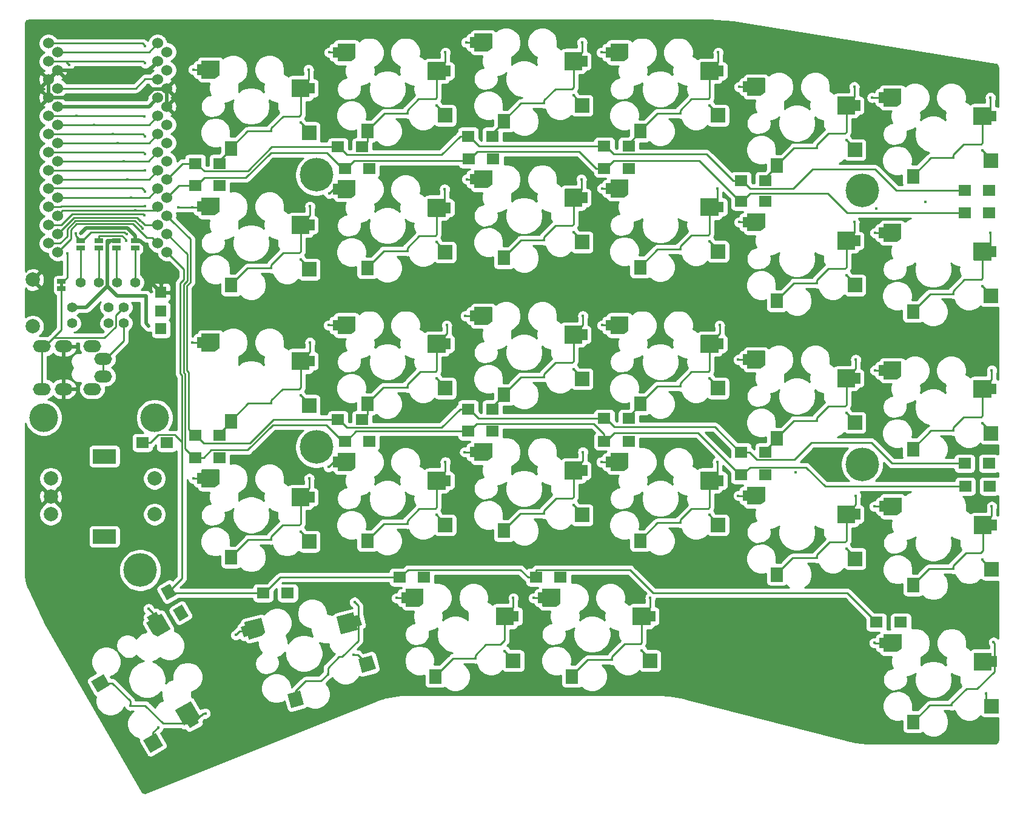
<source format=gtl>
G04 #@! TF.GenerationSoftware,KiCad,Pcbnew,(5.1.12-1-10_14)*
G04 #@! TF.CreationDate,2021-12-17T11:34:48+00:00*
G04 #@! TF.ProjectId,SofleKeyboard,536f666c-654b-4657-9962-6f6172642e6b,rev?*
G04 #@! TF.SameCoordinates,Original*
G04 #@! TF.FileFunction,Copper,L1,Top*
G04 #@! TF.FilePolarity,Positive*
%FSLAX46Y46*%
G04 Gerber Fmt 4.6, Leading zero omitted, Abs format (unit mm)*
G04 Created by KiCad (PCBNEW (5.1.12-1-10_14)) date 2021-12-17 11:34:48*
%MOMM*%
%LPD*%
G01*
G04 APERTURE LIST*
G04 #@! TA.AperFunction,EtchedComponent*
%ADD10C,0.100000*%
G04 #@! TD*
G04 #@! TA.AperFunction,SMDPad,CuDef*
%ADD11C,0.100000*%
G04 #@! TD*
G04 #@! TA.AperFunction,SMDPad,CuDef*
%ADD12R,2.000000X2.000000*%
G04 #@! TD*
G04 #@! TA.AperFunction,SMDPad,CuDef*
%ADD13R,1.800000X2.000000*%
G04 #@! TD*
G04 #@! TA.AperFunction,ComponentPad*
%ADD14C,4.000000*%
G04 #@! TD*
G04 #@! TA.AperFunction,ComponentPad*
%ADD15C,1.397000*%
G04 #@! TD*
G04 #@! TA.AperFunction,ComponentPad*
%ADD16R,1.800000X1.500000*%
G04 #@! TD*
G04 #@! TA.AperFunction,ComponentPad*
%ADD17C,0.100000*%
G04 #@! TD*
G04 #@! TA.AperFunction,SMDPad,CuDef*
%ADD18R,1.143000X0.635000*%
G04 #@! TD*
G04 #@! TA.AperFunction,ComponentPad*
%ADD19C,2.000000*%
G04 #@! TD*
G04 #@! TA.AperFunction,ComponentPad*
%ADD20C,4.700000*%
G04 #@! TD*
G04 #@! TA.AperFunction,ComponentPad*
%ADD21R,3.200000X2.000000*%
G04 #@! TD*
G04 #@! TA.AperFunction,ComponentPad*
%ADD22R,1.524000X1.524000*%
G04 #@! TD*
G04 #@! TA.AperFunction,ComponentPad*
%ADD23O,2.500000X1.700000*%
G04 #@! TD*
G04 #@! TA.AperFunction,ComponentPad*
%ADD24C,1.524000*%
G04 #@! TD*
G04 #@! TA.AperFunction,ViaPad*
%ADD25C,0.400000*%
G04 #@! TD*
G04 #@! TA.AperFunction,Conductor*
%ADD26C,0.250000*%
G04 #@! TD*
G04 #@! TA.AperFunction,Conductor*
%ADD27C,0.500000*%
G04 #@! TD*
G04 #@! TA.AperFunction,Conductor*
%ADD28C,0.254000*%
G04 #@! TD*
G04 #@! TA.AperFunction,Conductor*
%ADD29C,0.100000*%
G04 #@! TD*
G04 APERTURE END LIST*
D10*
G36*
X94150000Y-74800000D02*
G01*
X94150000Y-75200000D01*
X93850000Y-75200000D01*
X93850000Y-74800000D01*
X94150000Y-74800000D01*
G37*
X94150000Y-74800000D02*
X94150000Y-75200000D01*
X93850000Y-75200000D01*
X93850000Y-74800000D01*
X94150000Y-74800000D01*
G04 #@! TA.AperFunction,SMDPad,CuDef*
D11*
G36*
X192209755Y-103150961D02*
G01*
X192219134Y-103153806D01*
X192227779Y-103158427D01*
X192235355Y-103164645D01*
X192241573Y-103172221D01*
X192246194Y-103180866D01*
X192249039Y-103190245D01*
X192250000Y-103200000D01*
X192250000Y-105200000D01*
X192249039Y-105209755D01*
X192246194Y-105219134D01*
X192241573Y-105227779D01*
X192235355Y-105235355D01*
X192227735Y-105241603D01*
X191627735Y-105641603D01*
X191619086Y-105646214D01*
X191609703Y-105649049D01*
X191600000Y-105650000D01*
X189800000Y-105650000D01*
X189790245Y-105649039D01*
X189780866Y-105646194D01*
X189772221Y-105641573D01*
X189764645Y-105635355D01*
X189758427Y-105627779D01*
X189753806Y-105619134D01*
X189750961Y-105609755D01*
X189750000Y-105600000D01*
X189750000Y-105150000D01*
X189150000Y-105150000D01*
X189150000Y-103650000D01*
X189750000Y-103650000D01*
X189750000Y-103200000D01*
X189750961Y-103190245D01*
X189753806Y-103180866D01*
X189758427Y-103172221D01*
X189764645Y-103164645D01*
X189772221Y-103158427D01*
X189780866Y-103153806D01*
X189790245Y-103150961D01*
X189800000Y-103150000D01*
X192200000Y-103150000D01*
X192209755Y-103150961D01*
G37*
G04 #@! TD.AperFunction*
G04 #@! TA.AperFunction,SMDPad,CuDef*
G36*
X204809755Y-105750961D02*
G01*
X204819134Y-105753806D01*
X204827779Y-105758427D01*
X204835355Y-105764645D01*
X204841573Y-105772221D01*
X204846194Y-105780866D01*
X204849039Y-105790245D01*
X204850000Y-105800000D01*
X204850000Y-106250000D01*
X205550000Y-106250000D01*
X205550000Y-107750000D01*
X204850000Y-107750000D01*
X204850000Y-108200000D01*
X204849039Y-108209755D01*
X204846194Y-108219134D01*
X204841573Y-108227779D01*
X204835355Y-108235355D01*
X204827779Y-108241573D01*
X204819134Y-108246194D01*
X204809755Y-108249039D01*
X204800000Y-108250000D01*
X202400000Y-108250000D01*
X202390245Y-108249039D01*
X202380866Y-108246194D01*
X202372221Y-108241573D01*
X202364645Y-108235355D01*
X202358427Y-108227779D01*
X202353806Y-108219134D01*
X202350961Y-108209755D01*
X202350000Y-108200000D01*
X202350000Y-105800000D01*
X202350961Y-105790245D01*
X202353806Y-105780866D01*
X202358427Y-105772221D01*
X202364645Y-105764645D01*
X202372221Y-105758427D01*
X202380866Y-105753806D01*
X202390245Y-105750961D01*
X202400000Y-105750000D01*
X204800000Y-105750000D01*
X204809755Y-105750961D01*
G37*
G04 #@! TD.AperFunction*
D12*
X204800000Y-113200000D03*
D13*
X193900000Y-115400000D03*
D14*
X107000000Y-93500000D03*
X91500000Y-93500000D03*
D15*
X104320000Y-74600000D03*
X101780000Y-74600000D03*
X99240000Y-74600000D03*
X96700000Y-74600000D03*
D16*
X163700000Y-115800000D03*
X160300000Y-115800000D03*
X144600000Y-115800000D03*
X141200000Y-115800000D03*
X125600000Y-118000000D03*
X122200000Y-118000000D03*
G04 #@! TA.AperFunction,ComponentPad*
D17*
G36*
X109550481Y-120367820D02*
G01*
X110849519Y-119617820D01*
X111749519Y-121176666D01*
X110450481Y-121926666D01*
X109550481Y-120367820D01*
G37*
G04 #@! TD.AperFunction*
G04 #@! TA.AperFunction,ComponentPad*
G36*
X107850481Y-117423334D02*
G01*
X109149519Y-116673334D01*
X110049519Y-118232180D01*
X108750481Y-118982180D01*
X107850481Y-117423334D01*
G37*
G04 #@! TD.AperFunction*
D16*
X108700000Y-97000000D03*
X105300000Y-97000000D03*
X223600000Y-103100000D03*
X220200000Y-103100000D03*
X192300000Y-101500000D03*
X188900000Y-101500000D03*
X173200000Y-96800000D03*
X169800000Y-96800000D03*
X154200000Y-95400000D03*
X150800000Y-95400000D03*
X137000000Y-96800000D03*
X133600000Y-96800000D03*
X116100000Y-99100000D03*
X112700000Y-99100000D03*
X223500000Y-99900000D03*
X220100000Y-99900000D03*
X192300000Y-98300000D03*
X188900000Y-98300000D03*
X173200000Y-93600000D03*
X169800000Y-93600000D03*
X154200000Y-92300000D03*
X150800000Y-92300000D03*
X136000000Y-93800000D03*
X132600000Y-93800000D03*
X116100000Y-96000000D03*
X112700000Y-96000000D03*
X223500000Y-64900000D03*
X220100000Y-64900000D03*
X192300000Y-63300000D03*
X188900000Y-63300000D03*
X173200000Y-58700000D03*
X169800000Y-58700000D03*
X154300000Y-57400000D03*
X150900000Y-57400000D03*
X137000000Y-58700000D03*
X133600000Y-58700000D03*
X116100000Y-61100000D03*
X112700000Y-61100000D03*
X223500000Y-61800000D03*
X220100000Y-61800000D03*
X192300000Y-60400000D03*
X188900000Y-60400000D03*
X173200000Y-55600000D03*
X169800000Y-55600000D03*
X154200000Y-54200000D03*
X150800000Y-54200000D03*
X136000000Y-55700000D03*
X132600000Y-55700000D03*
X116100000Y-58000000D03*
X112700000Y-58000000D03*
D18*
X94000000Y-74499620D03*
X94000000Y-75500380D03*
D19*
X90000000Y-80750000D03*
X90000000Y-74250000D03*
D18*
X96700000Y-68799620D03*
X96700000Y-69800380D03*
X99200000Y-68799620D03*
X99200000Y-69800380D03*
X101700000Y-68799620D03*
X101700000Y-69800380D03*
X104300000Y-68799620D03*
X104300000Y-69800380D03*
D15*
X100579272Y-80311965D03*
X95499272Y-80311965D03*
X100579272Y-78061965D03*
X95499272Y-78061965D03*
X102700000Y-78100000D03*
X102700000Y-80300000D03*
D20*
X205800000Y-100000000D03*
X129600000Y-97600000D03*
X129600000Y-59600000D03*
D16*
X211199200Y-122072400D03*
X207799200Y-122072400D03*
G04 #@! TA.AperFunction,SMDPad,CuDef*
D11*
G36*
X116009755Y-43650961D02*
G01*
X116019134Y-43653806D01*
X116027779Y-43658427D01*
X116035355Y-43664645D01*
X116041573Y-43672221D01*
X116046194Y-43680866D01*
X116049039Y-43690245D01*
X116050000Y-43700000D01*
X116050000Y-45700000D01*
X116049039Y-45709755D01*
X116046194Y-45719134D01*
X116041573Y-45727779D01*
X116035355Y-45735355D01*
X116027735Y-45741603D01*
X115427735Y-46141603D01*
X115419086Y-46146214D01*
X115409703Y-46149049D01*
X115400000Y-46150000D01*
X113600000Y-46150000D01*
X113590245Y-46149039D01*
X113580866Y-46146194D01*
X113572221Y-46141573D01*
X113564645Y-46135355D01*
X113558427Y-46127779D01*
X113553806Y-46119134D01*
X113550961Y-46109755D01*
X113550000Y-46100000D01*
X113550000Y-45650000D01*
X112950000Y-45650000D01*
X112950000Y-44150000D01*
X113550000Y-44150000D01*
X113550000Y-43700000D01*
X113550961Y-43690245D01*
X113553806Y-43680866D01*
X113558427Y-43672221D01*
X113564645Y-43664645D01*
X113572221Y-43658427D01*
X113580866Y-43653806D01*
X113590245Y-43650961D01*
X113600000Y-43650000D01*
X116000000Y-43650000D01*
X116009755Y-43650961D01*
G37*
G04 #@! TD.AperFunction*
G04 #@! TA.AperFunction,SMDPad,CuDef*
G36*
X128609755Y-46250961D02*
G01*
X128619134Y-46253806D01*
X128627779Y-46258427D01*
X128635355Y-46264645D01*
X128641573Y-46272221D01*
X128646194Y-46280866D01*
X128649039Y-46290245D01*
X128650000Y-46300000D01*
X128650000Y-46750000D01*
X129350000Y-46750000D01*
X129350000Y-48250000D01*
X128650000Y-48250000D01*
X128650000Y-48700000D01*
X128649039Y-48709755D01*
X128646194Y-48719134D01*
X128641573Y-48727779D01*
X128635355Y-48735355D01*
X128627779Y-48741573D01*
X128619134Y-48746194D01*
X128609755Y-48749039D01*
X128600000Y-48750000D01*
X126200000Y-48750000D01*
X126190245Y-48749039D01*
X126180866Y-48746194D01*
X126172221Y-48741573D01*
X126164645Y-48735355D01*
X126158427Y-48727779D01*
X126153806Y-48719134D01*
X126150961Y-48709755D01*
X126150000Y-48700000D01*
X126150000Y-46300000D01*
X126150961Y-46290245D01*
X126153806Y-46280866D01*
X126158427Y-46272221D01*
X126164645Y-46264645D01*
X126172221Y-46258427D01*
X126180866Y-46253806D01*
X126190245Y-46250961D01*
X126200000Y-46250000D01*
X128600000Y-46250000D01*
X128609755Y-46250961D01*
G37*
G04 #@! TD.AperFunction*
D12*
X128600000Y-53700000D03*
D13*
X117700000Y-55900000D03*
G04 #@! TA.AperFunction,SMDPad,CuDef*
D11*
G36*
X135009755Y-41250961D02*
G01*
X135019134Y-41253806D01*
X135027779Y-41258427D01*
X135035355Y-41264645D01*
X135041573Y-41272221D01*
X135046194Y-41280866D01*
X135049039Y-41290245D01*
X135050000Y-41300000D01*
X135050000Y-43300000D01*
X135049039Y-43309755D01*
X135046194Y-43319134D01*
X135041573Y-43327779D01*
X135035355Y-43335355D01*
X135027735Y-43341603D01*
X134427735Y-43741603D01*
X134419086Y-43746214D01*
X134409703Y-43749049D01*
X134400000Y-43750000D01*
X132600000Y-43750000D01*
X132590245Y-43749039D01*
X132580866Y-43746194D01*
X132572221Y-43741573D01*
X132564645Y-43735355D01*
X132558427Y-43727779D01*
X132553806Y-43719134D01*
X132550961Y-43709755D01*
X132550000Y-43700000D01*
X132550000Y-43250000D01*
X131950000Y-43250000D01*
X131950000Y-41750000D01*
X132550000Y-41750000D01*
X132550000Y-41300000D01*
X132550961Y-41290245D01*
X132553806Y-41280866D01*
X132558427Y-41272221D01*
X132564645Y-41264645D01*
X132572221Y-41258427D01*
X132580866Y-41253806D01*
X132590245Y-41250961D01*
X132600000Y-41250000D01*
X135000000Y-41250000D01*
X135009755Y-41250961D01*
G37*
G04 #@! TD.AperFunction*
G04 #@! TA.AperFunction,SMDPad,CuDef*
G36*
X147609755Y-43850961D02*
G01*
X147619134Y-43853806D01*
X147627779Y-43858427D01*
X147635355Y-43864645D01*
X147641573Y-43872221D01*
X147646194Y-43880866D01*
X147649039Y-43890245D01*
X147650000Y-43900000D01*
X147650000Y-44350000D01*
X148350000Y-44350000D01*
X148350000Y-45850000D01*
X147650000Y-45850000D01*
X147650000Y-46300000D01*
X147649039Y-46309755D01*
X147646194Y-46319134D01*
X147641573Y-46327779D01*
X147635355Y-46335355D01*
X147627779Y-46341573D01*
X147619134Y-46346194D01*
X147609755Y-46349039D01*
X147600000Y-46350000D01*
X145200000Y-46350000D01*
X145190245Y-46349039D01*
X145180866Y-46346194D01*
X145172221Y-46341573D01*
X145164645Y-46335355D01*
X145158427Y-46327779D01*
X145153806Y-46319134D01*
X145150961Y-46309755D01*
X145150000Y-46300000D01*
X145150000Y-43900000D01*
X145150961Y-43890245D01*
X145153806Y-43880866D01*
X145158427Y-43872221D01*
X145164645Y-43864645D01*
X145172221Y-43858427D01*
X145180866Y-43853806D01*
X145190245Y-43850961D01*
X145200000Y-43850000D01*
X147600000Y-43850000D01*
X147609755Y-43850961D01*
G37*
G04 #@! TD.AperFunction*
D12*
X147600000Y-51300000D03*
D13*
X136700000Y-53500000D03*
G04 #@! TA.AperFunction,SMDPad,CuDef*
D11*
G36*
X154109755Y-39860961D02*
G01*
X154119134Y-39863806D01*
X154127779Y-39868427D01*
X154135355Y-39874645D01*
X154141573Y-39882221D01*
X154146194Y-39890866D01*
X154149039Y-39900245D01*
X154150000Y-39910000D01*
X154150000Y-41910000D01*
X154149039Y-41919755D01*
X154146194Y-41929134D01*
X154141573Y-41937779D01*
X154135355Y-41945355D01*
X154127735Y-41951603D01*
X153527735Y-42351603D01*
X153519086Y-42356214D01*
X153509703Y-42359049D01*
X153500000Y-42360000D01*
X151700000Y-42360000D01*
X151690245Y-42359039D01*
X151680866Y-42356194D01*
X151672221Y-42351573D01*
X151664645Y-42345355D01*
X151658427Y-42337779D01*
X151653806Y-42329134D01*
X151650961Y-42319755D01*
X151650000Y-42310000D01*
X151650000Y-41860000D01*
X151050000Y-41860000D01*
X151050000Y-40360000D01*
X151650000Y-40360000D01*
X151650000Y-39910000D01*
X151650961Y-39900245D01*
X151653806Y-39890866D01*
X151658427Y-39882221D01*
X151664645Y-39874645D01*
X151672221Y-39868427D01*
X151680866Y-39863806D01*
X151690245Y-39860961D01*
X151700000Y-39860000D01*
X154100000Y-39860000D01*
X154109755Y-39860961D01*
G37*
G04 #@! TD.AperFunction*
G04 #@! TA.AperFunction,SMDPad,CuDef*
G36*
X166709755Y-42460961D02*
G01*
X166719134Y-42463806D01*
X166727779Y-42468427D01*
X166735355Y-42474645D01*
X166741573Y-42482221D01*
X166746194Y-42490866D01*
X166749039Y-42500245D01*
X166750000Y-42510000D01*
X166750000Y-42960000D01*
X167450000Y-42960000D01*
X167450000Y-44460000D01*
X166750000Y-44460000D01*
X166750000Y-44910000D01*
X166749039Y-44919755D01*
X166746194Y-44929134D01*
X166741573Y-44937779D01*
X166735355Y-44945355D01*
X166727779Y-44951573D01*
X166719134Y-44956194D01*
X166709755Y-44959039D01*
X166700000Y-44960000D01*
X164300000Y-44960000D01*
X164290245Y-44959039D01*
X164280866Y-44956194D01*
X164272221Y-44951573D01*
X164264645Y-44945355D01*
X164258427Y-44937779D01*
X164253806Y-44929134D01*
X164250961Y-44919755D01*
X164250000Y-44910000D01*
X164250000Y-42510000D01*
X164250961Y-42500245D01*
X164253806Y-42490866D01*
X164258427Y-42482221D01*
X164264645Y-42474645D01*
X164272221Y-42468427D01*
X164280866Y-42463806D01*
X164290245Y-42460961D01*
X164300000Y-42460000D01*
X166700000Y-42460000D01*
X166709755Y-42460961D01*
G37*
G04 #@! TD.AperFunction*
D12*
X166700000Y-49910000D03*
D13*
X155800000Y-52110000D03*
G04 #@! TA.AperFunction,SMDPad,CuDef*
D11*
G36*
X173109755Y-41250961D02*
G01*
X173119134Y-41253806D01*
X173127779Y-41258427D01*
X173135355Y-41264645D01*
X173141573Y-41272221D01*
X173146194Y-41280866D01*
X173149039Y-41290245D01*
X173150000Y-41300000D01*
X173150000Y-43300000D01*
X173149039Y-43309755D01*
X173146194Y-43319134D01*
X173141573Y-43327779D01*
X173135355Y-43335355D01*
X173127735Y-43341603D01*
X172527735Y-43741603D01*
X172519086Y-43746214D01*
X172509703Y-43749049D01*
X172500000Y-43750000D01*
X170700000Y-43750000D01*
X170690245Y-43749039D01*
X170680866Y-43746194D01*
X170672221Y-43741573D01*
X170664645Y-43735355D01*
X170658427Y-43727779D01*
X170653806Y-43719134D01*
X170650961Y-43709755D01*
X170650000Y-43700000D01*
X170650000Y-43250000D01*
X170050000Y-43250000D01*
X170050000Y-41750000D01*
X170650000Y-41750000D01*
X170650000Y-41300000D01*
X170650961Y-41290245D01*
X170653806Y-41280866D01*
X170658427Y-41272221D01*
X170664645Y-41264645D01*
X170672221Y-41258427D01*
X170680866Y-41253806D01*
X170690245Y-41250961D01*
X170700000Y-41250000D01*
X173100000Y-41250000D01*
X173109755Y-41250961D01*
G37*
G04 #@! TD.AperFunction*
G04 #@! TA.AperFunction,SMDPad,CuDef*
G36*
X185709755Y-43850961D02*
G01*
X185719134Y-43853806D01*
X185727779Y-43858427D01*
X185735355Y-43864645D01*
X185741573Y-43872221D01*
X185746194Y-43880866D01*
X185749039Y-43890245D01*
X185750000Y-43900000D01*
X185750000Y-44350000D01*
X186450000Y-44350000D01*
X186450000Y-45850000D01*
X185750000Y-45850000D01*
X185750000Y-46300000D01*
X185749039Y-46309755D01*
X185746194Y-46319134D01*
X185741573Y-46327779D01*
X185735355Y-46335355D01*
X185727779Y-46341573D01*
X185719134Y-46346194D01*
X185709755Y-46349039D01*
X185700000Y-46350000D01*
X183300000Y-46350000D01*
X183290245Y-46349039D01*
X183280866Y-46346194D01*
X183272221Y-46341573D01*
X183264645Y-46335355D01*
X183258427Y-46327779D01*
X183253806Y-46319134D01*
X183250961Y-46309755D01*
X183250000Y-46300000D01*
X183250000Y-43900000D01*
X183250961Y-43890245D01*
X183253806Y-43880866D01*
X183258427Y-43872221D01*
X183264645Y-43864645D01*
X183272221Y-43858427D01*
X183280866Y-43853806D01*
X183290245Y-43850961D01*
X183300000Y-43850000D01*
X185700000Y-43850000D01*
X185709755Y-43850961D01*
G37*
G04 #@! TD.AperFunction*
D12*
X185700000Y-51300000D03*
D13*
X174800000Y-53500000D03*
G04 #@! TA.AperFunction,SMDPad,CuDef*
D11*
G36*
X192209755Y-46050961D02*
G01*
X192219134Y-46053806D01*
X192227779Y-46058427D01*
X192235355Y-46064645D01*
X192241573Y-46072221D01*
X192246194Y-46080866D01*
X192249039Y-46090245D01*
X192250000Y-46100000D01*
X192250000Y-48100000D01*
X192249039Y-48109755D01*
X192246194Y-48119134D01*
X192241573Y-48127779D01*
X192235355Y-48135355D01*
X192227735Y-48141603D01*
X191627735Y-48541603D01*
X191619086Y-48546214D01*
X191609703Y-48549049D01*
X191600000Y-48550000D01*
X189800000Y-48550000D01*
X189790245Y-48549039D01*
X189780866Y-48546194D01*
X189772221Y-48541573D01*
X189764645Y-48535355D01*
X189758427Y-48527779D01*
X189753806Y-48519134D01*
X189750961Y-48509755D01*
X189750000Y-48500000D01*
X189750000Y-48050000D01*
X189150000Y-48050000D01*
X189150000Y-46550000D01*
X189750000Y-46550000D01*
X189750000Y-46100000D01*
X189750961Y-46090245D01*
X189753806Y-46080866D01*
X189758427Y-46072221D01*
X189764645Y-46064645D01*
X189772221Y-46058427D01*
X189780866Y-46053806D01*
X189790245Y-46050961D01*
X189800000Y-46050000D01*
X192200000Y-46050000D01*
X192209755Y-46050961D01*
G37*
G04 #@! TD.AperFunction*
G04 #@! TA.AperFunction,SMDPad,CuDef*
G36*
X204809755Y-48650961D02*
G01*
X204819134Y-48653806D01*
X204827779Y-48658427D01*
X204835355Y-48664645D01*
X204841573Y-48672221D01*
X204846194Y-48680866D01*
X204849039Y-48690245D01*
X204850000Y-48700000D01*
X204850000Y-49150000D01*
X205550000Y-49150000D01*
X205550000Y-50650000D01*
X204850000Y-50650000D01*
X204850000Y-51100000D01*
X204849039Y-51109755D01*
X204846194Y-51119134D01*
X204841573Y-51127779D01*
X204835355Y-51135355D01*
X204827779Y-51141573D01*
X204819134Y-51146194D01*
X204809755Y-51149039D01*
X204800000Y-51150000D01*
X202400000Y-51150000D01*
X202390245Y-51149039D01*
X202380866Y-51146194D01*
X202372221Y-51141573D01*
X202364645Y-51135355D01*
X202358427Y-51127779D01*
X202353806Y-51119134D01*
X202350961Y-51109755D01*
X202350000Y-51100000D01*
X202350000Y-48700000D01*
X202350961Y-48690245D01*
X202353806Y-48680866D01*
X202358427Y-48672221D01*
X202364645Y-48664645D01*
X202372221Y-48658427D01*
X202380866Y-48653806D01*
X202390245Y-48650961D01*
X202400000Y-48650000D01*
X204800000Y-48650000D01*
X204809755Y-48650961D01*
G37*
G04 #@! TD.AperFunction*
D12*
X204800000Y-56100000D03*
D13*
X193900000Y-58300000D03*
G04 #@! TA.AperFunction,SMDPad,CuDef*
D11*
G36*
X211209755Y-47550961D02*
G01*
X211219134Y-47553806D01*
X211227779Y-47558427D01*
X211235355Y-47564645D01*
X211241573Y-47572221D01*
X211246194Y-47580866D01*
X211249039Y-47590245D01*
X211250000Y-47600000D01*
X211250000Y-49600000D01*
X211249039Y-49609755D01*
X211246194Y-49619134D01*
X211241573Y-49627779D01*
X211235355Y-49635355D01*
X211227735Y-49641603D01*
X210627735Y-50041603D01*
X210619086Y-50046214D01*
X210609703Y-50049049D01*
X210600000Y-50050000D01*
X208800000Y-50050000D01*
X208790245Y-50049039D01*
X208780866Y-50046194D01*
X208772221Y-50041573D01*
X208764645Y-50035355D01*
X208758427Y-50027779D01*
X208753806Y-50019134D01*
X208750961Y-50009755D01*
X208750000Y-50000000D01*
X208750000Y-49550000D01*
X208150000Y-49550000D01*
X208150000Y-48050000D01*
X208750000Y-48050000D01*
X208750000Y-47600000D01*
X208750961Y-47590245D01*
X208753806Y-47580866D01*
X208758427Y-47572221D01*
X208764645Y-47564645D01*
X208772221Y-47558427D01*
X208780866Y-47553806D01*
X208790245Y-47550961D01*
X208800000Y-47550000D01*
X211200000Y-47550000D01*
X211209755Y-47550961D01*
G37*
G04 #@! TD.AperFunction*
G04 #@! TA.AperFunction,SMDPad,CuDef*
G36*
X223809755Y-50150961D02*
G01*
X223819134Y-50153806D01*
X223827779Y-50158427D01*
X223835355Y-50164645D01*
X223841573Y-50172221D01*
X223846194Y-50180866D01*
X223849039Y-50190245D01*
X223850000Y-50200000D01*
X223850000Y-50650000D01*
X224550000Y-50650000D01*
X224550000Y-52150000D01*
X223850000Y-52150000D01*
X223850000Y-52600000D01*
X223849039Y-52609755D01*
X223846194Y-52619134D01*
X223841573Y-52627779D01*
X223835355Y-52635355D01*
X223827779Y-52641573D01*
X223819134Y-52646194D01*
X223809755Y-52649039D01*
X223800000Y-52650000D01*
X221400000Y-52650000D01*
X221390245Y-52649039D01*
X221380866Y-52646194D01*
X221372221Y-52641573D01*
X221364645Y-52635355D01*
X221358427Y-52627779D01*
X221353806Y-52619134D01*
X221350961Y-52609755D01*
X221350000Y-52600000D01*
X221350000Y-50200000D01*
X221350961Y-50190245D01*
X221353806Y-50180866D01*
X221358427Y-50172221D01*
X221364645Y-50164645D01*
X221372221Y-50158427D01*
X221380866Y-50153806D01*
X221390245Y-50150961D01*
X221400000Y-50150000D01*
X223800000Y-50150000D01*
X223809755Y-50150961D01*
G37*
G04 #@! TD.AperFunction*
D12*
X223800000Y-57600000D03*
D13*
X212900000Y-59800000D03*
G04 #@! TA.AperFunction,SMDPad,CuDef*
D11*
G36*
X116009755Y-62750961D02*
G01*
X116019134Y-62753806D01*
X116027779Y-62758427D01*
X116035355Y-62764645D01*
X116041573Y-62772221D01*
X116046194Y-62780866D01*
X116049039Y-62790245D01*
X116050000Y-62800000D01*
X116050000Y-64800000D01*
X116049039Y-64809755D01*
X116046194Y-64819134D01*
X116041573Y-64827779D01*
X116035355Y-64835355D01*
X116027735Y-64841603D01*
X115427735Y-65241603D01*
X115419086Y-65246214D01*
X115409703Y-65249049D01*
X115400000Y-65250000D01*
X113600000Y-65250000D01*
X113590245Y-65249039D01*
X113580866Y-65246194D01*
X113572221Y-65241573D01*
X113564645Y-65235355D01*
X113558427Y-65227779D01*
X113553806Y-65219134D01*
X113550961Y-65209755D01*
X113550000Y-65200000D01*
X113550000Y-64750000D01*
X112950000Y-64750000D01*
X112950000Y-63250000D01*
X113550000Y-63250000D01*
X113550000Y-62800000D01*
X113550961Y-62790245D01*
X113553806Y-62780866D01*
X113558427Y-62772221D01*
X113564645Y-62764645D01*
X113572221Y-62758427D01*
X113580866Y-62753806D01*
X113590245Y-62750961D01*
X113600000Y-62750000D01*
X116000000Y-62750000D01*
X116009755Y-62750961D01*
G37*
G04 #@! TD.AperFunction*
G04 #@! TA.AperFunction,SMDPad,CuDef*
G36*
X128609755Y-65350961D02*
G01*
X128619134Y-65353806D01*
X128627779Y-65358427D01*
X128635355Y-65364645D01*
X128641573Y-65372221D01*
X128646194Y-65380866D01*
X128649039Y-65390245D01*
X128650000Y-65400000D01*
X128650000Y-65850000D01*
X129350000Y-65850000D01*
X129350000Y-67350000D01*
X128650000Y-67350000D01*
X128650000Y-67800000D01*
X128649039Y-67809755D01*
X128646194Y-67819134D01*
X128641573Y-67827779D01*
X128635355Y-67835355D01*
X128627779Y-67841573D01*
X128619134Y-67846194D01*
X128609755Y-67849039D01*
X128600000Y-67850000D01*
X126200000Y-67850000D01*
X126190245Y-67849039D01*
X126180866Y-67846194D01*
X126172221Y-67841573D01*
X126164645Y-67835355D01*
X126158427Y-67827779D01*
X126153806Y-67819134D01*
X126150961Y-67809755D01*
X126150000Y-67800000D01*
X126150000Y-65400000D01*
X126150961Y-65390245D01*
X126153806Y-65380866D01*
X126158427Y-65372221D01*
X126164645Y-65364645D01*
X126172221Y-65358427D01*
X126180866Y-65353806D01*
X126190245Y-65350961D01*
X126200000Y-65350000D01*
X128600000Y-65350000D01*
X128609755Y-65350961D01*
G37*
G04 #@! TD.AperFunction*
D12*
X128600000Y-72800000D03*
D13*
X117700000Y-75000000D03*
G04 #@! TA.AperFunction,SMDPad,CuDef*
D11*
G36*
X135009755Y-60350961D02*
G01*
X135019134Y-60353806D01*
X135027779Y-60358427D01*
X135035355Y-60364645D01*
X135041573Y-60372221D01*
X135046194Y-60380866D01*
X135049039Y-60390245D01*
X135050000Y-60400000D01*
X135050000Y-62400000D01*
X135049039Y-62409755D01*
X135046194Y-62419134D01*
X135041573Y-62427779D01*
X135035355Y-62435355D01*
X135027735Y-62441603D01*
X134427735Y-62841603D01*
X134419086Y-62846214D01*
X134409703Y-62849049D01*
X134400000Y-62850000D01*
X132600000Y-62850000D01*
X132590245Y-62849039D01*
X132580866Y-62846194D01*
X132572221Y-62841573D01*
X132564645Y-62835355D01*
X132558427Y-62827779D01*
X132553806Y-62819134D01*
X132550961Y-62809755D01*
X132550000Y-62800000D01*
X132550000Y-62350000D01*
X131950000Y-62350000D01*
X131950000Y-60850000D01*
X132550000Y-60850000D01*
X132550000Y-60400000D01*
X132550961Y-60390245D01*
X132553806Y-60380866D01*
X132558427Y-60372221D01*
X132564645Y-60364645D01*
X132572221Y-60358427D01*
X132580866Y-60353806D01*
X132590245Y-60350961D01*
X132600000Y-60350000D01*
X135000000Y-60350000D01*
X135009755Y-60350961D01*
G37*
G04 #@! TD.AperFunction*
G04 #@! TA.AperFunction,SMDPad,CuDef*
G36*
X147609755Y-62950961D02*
G01*
X147619134Y-62953806D01*
X147627779Y-62958427D01*
X147635355Y-62964645D01*
X147641573Y-62972221D01*
X147646194Y-62980866D01*
X147649039Y-62990245D01*
X147650000Y-63000000D01*
X147650000Y-63450000D01*
X148350000Y-63450000D01*
X148350000Y-64950000D01*
X147650000Y-64950000D01*
X147650000Y-65400000D01*
X147649039Y-65409755D01*
X147646194Y-65419134D01*
X147641573Y-65427779D01*
X147635355Y-65435355D01*
X147627779Y-65441573D01*
X147619134Y-65446194D01*
X147609755Y-65449039D01*
X147600000Y-65450000D01*
X145200000Y-65450000D01*
X145190245Y-65449039D01*
X145180866Y-65446194D01*
X145172221Y-65441573D01*
X145164645Y-65435355D01*
X145158427Y-65427779D01*
X145153806Y-65419134D01*
X145150961Y-65409755D01*
X145150000Y-65400000D01*
X145150000Y-63000000D01*
X145150961Y-62990245D01*
X145153806Y-62980866D01*
X145158427Y-62972221D01*
X145164645Y-62964645D01*
X145172221Y-62958427D01*
X145180866Y-62953806D01*
X145190245Y-62950961D01*
X145200000Y-62950000D01*
X147600000Y-62950000D01*
X147609755Y-62950961D01*
G37*
G04 #@! TD.AperFunction*
D12*
X147600000Y-70400000D03*
D13*
X136700000Y-72600000D03*
G04 #@! TA.AperFunction,SMDPad,CuDef*
D11*
G36*
X154109755Y-58950961D02*
G01*
X154119134Y-58953806D01*
X154127779Y-58958427D01*
X154135355Y-58964645D01*
X154141573Y-58972221D01*
X154146194Y-58980866D01*
X154149039Y-58990245D01*
X154150000Y-59000000D01*
X154150000Y-61000000D01*
X154149039Y-61009755D01*
X154146194Y-61019134D01*
X154141573Y-61027779D01*
X154135355Y-61035355D01*
X154127735Y-61041603D01*
X153527735Y-61441603D01*
X153519086Y-61446214D01*
X153509703Y-61449049D01*
X153500000Y-61450000D01*
X151700000Y-61450000D01*
X151690245Y-61449039D01*
X151680866Y-61446194D01*
X151672221Y-61441573D01*
X151664645Y-61435355D01*
X151658427Y-61427779D01*
X151653806Y-61419134D01*
X151650961Y-61409755D01*
X151650000Y-61400000D01*
X151650000Y-60950000D01*
X151050000Y-60950000D01*
X151050000Y-59450000D01*
X151650000Y-59450000D01*
X151650000Y-59000000D01*
X151650961Y-58990245D01*
X151653806Y-58980866D01*
X151658427Y-58972221D01*
X151664645Y-58964645D01*
X151672221Y-58958427D01*
X151680866Y-58953806D01*
X151690245Y-58950961D01*
X151700000Y-58950000D01*
X154100000Y-58950000D01*
X154109755Y-58950961D01*
G37*
G04 #@! TD.AperFunction*
G04 #@! TA.AperFunction,SMDPad,CuDef*
G36*
X166709755Y-61550961D02*
G01*
X166719134Y-61553806D01*
X166727779Y-61558427D01*
X166735355Y-61564645D01*
X166741573Y-61572221D01*
X166746194Y-61580866D01*
X166749039Y-61590245D01*
X166750000Y-61600000D01*
X166750000Y-62050000D01*
X167450000Y-62050000D01*
X167450000Y-63550000D01*
X166750000Y-63550000D01*
X166750000Y-64000000D01*
X166749039Y-64009755D01*
X166746194Y-64019134D01*
X166741573Y-64027779D01*
X166735355Y-64035355D01*
X166727779Y-64041573D01*
X166719134Y-64046194D01*
X166709755Y-64049039D01*
X166700000Y-64050000D01*
X164300000Y-64050000D01*
X164290245Y-64049039D01*
X164280866Y-64046194D01*
X164272221Y-64041573D01*
X164264645Y-64035355D01*
X164258427Y-64027779D01*
X164253806Y-64019134D01*
X164250961Y-64009755D01*
X164250000Y-64000000D01*
X164250000Y-61600000D01*
X164250961Y-61590245D01*
X164253806Y-61580866D01*
X164258427Y-61572221D01*
X164264645Y-61564645D01*
X164272221Y-61558427D01*
X164280866Y-61553806D01*
X164290245Y-61550961D01*
X164300000Y-61550000D01*
X166700000Y-61550000D01*
X166709755Y-61550961D01*
G37*
G04 #@! TD.AperFunction*
D12*
X166700000Y-69000000D03*
D13*
X155800000Y-71200000D03*
G04 #@! TA.AperFunction,SMDPad,CuDef*
D11*
G36*
X173109755Y-60250961D02*
G01*
X173119134Y-60253806D01*
X173127779Y-60258427D01*
X173135355Y-60264645D01*
X173141573Y-60272221D01*
X173146194Y-60280866D01*
X173149039Y-60290245D01*
X173150000Y-60300000D01*
X173150000Y-62300000D01*
X173149039Y-62309755D01*
X173146194Y-62319134D01*
X173141573Y-62327779D01*
X173135355Y-62335355D01*
X173127735Y-62341603D01*
X172527735Y-62741603D01*
X172519086Y-62746214D01*
X172509703Y-62749049D01*
X172500000Y-62750000D01*
X170700000Y-62750000D01*
X170690245Y-62749039D01*
X170680866Y-62746194D01*
X170672221Y-62741573D01*
X170664645Y-62735355D01*
X170658427Y-62727779D01*
X170653806Y-62719134D01*
X170650961Y-62709755D01*
X170650000Y-62700000D01*
X170650000Y-62250000D01*
X170050000Y-62250000D01*
X170050000Y-60750000D01*
X170650000Y-60750000D01*
X170650000Y-60300000D01*
X170650961Y-60290245D01*
X170653806Y-60280866D01*
X170658427Y-60272221D01*
X170664645Y-60264645D01*
X170672221Y-60258427D01*
X170680866Y-60253806D01*
X170690245Y-60250961D01*
X170700000Y-60250000D01*
X173100000Y-60250000D01*
X173109755Y-60250961D01*
G37*
G04 #@! TD.AperFunction*
G04 #@! TA.AperFunction,SMDPad,CuDef*
G36*
X185709755Y-62850961D02*
G01*
X185719134Y-62853806D01*
X185727779Y-62858427D01*
X185735355Y-62864645D01*
X185741573Y-62872221D01*
X185746194Y-62880866D01*
X185749039Y-62890245D01*
X185750000Y-62900000D01*
X185750000Y-63350000D01*
X186450000Y-63350000D01*
X186450000Y-64850000D01*
X185750000Y-64850000D01*
X185750000Y-65300000D01*
X185749039Y-65309755D01*
X185746194Y-65319134D01*
X185741573Y-65327779D01*
X185735355Y-65335355D01*
X185727779Y-65341573D01*
X185719134Y-65346194D01*
X185709755Y-65349039D01*
X185700000Y-65350000D01*
X183300000Y-65350000D01*
X183290245Y-65349039D01*
X183280866Y-65346194D01*
X183272221Y-65341573D01*
X183264645Y-65335355D01*
X183258427Y-65327779D01*
X183253806Y-65319134D01*
X183250961Y-65309755D01*
X183250000Y-65300000D01*
X183250000Y-62900000D01*
X183250961Y-62890245D01*
X183253806Y-62880866D01*
X183258427Y-62872221D01*
X183264645Y-62864645D01*
X183272221Y-62858427D01*
X183280866Y-62853806D01*
X183290245Y-62850961D01*
X183300000Y-62850000D01*
X185700000Y-62850000D01*
X185709755Y-62850961D01*
G37*
G04 #@! TD.AperFunction*
D12*
X185700000Y-70300000D03*
D13*
X174800000Y-72500000D03*
G04 #@! TA.AperFunction,SMDPad,CuDef*
D11*
G36*
X192209755Y-64950961D02*
G01*
X192219134Y-64953806D01*
X192227779Y-64958427D01*
X192235355Y-64964645D01*
X192241573Y-64972221D01*
X192246194Y-64980866D01*
X192249039Y-64990245D01*
X192250000Y-65000000D01*
X192250000Y-67000000D01*
X192249039Y-67009755D01*
X192246194Y-67019134D01*
X192241573Y-67027779D01*
X192235355Y-67035355D01*
X192227735Y-67041603D01*
X191627735Y-67441603D01*
X191619086Y-67446214D01*
X191609703Y-67449049D01*
X191600000Y-67450000D01*
X189800000Y-67450000D01*
X189790245Y-67449039D01*
X189780866Y-67446194D01*
X189772221Y-67441573D01*
X189764645Y-67435355D01*
X189758427Y-67427779D01*
X189753806Y-67419134D01*
X189750961Y-67409755D01*
X189750000Y-67400000D01*
X189750000Y-66950000D01*
X189150000Y-66950000D01*
X189150000Y-65450000D01*
X189750000Y-65450000D01*
X189750000Y-65000000D01*
X189750961Y-64990245D01*
X189753806Y-64980866D01*
X189758427Y-64972221D01*
X189764645Y-64964645D01*
X189772221Y-64958427D01*
X189780866Y-64953806D01*
X189790245Y-64950961D01*
X189800000Y-64950000D01*
X192200000Y-64950000D01*
X192209755Y-64950961D01*
G37*
G04 #@! TD.AperFunction*
G04 #@! TA.AperFunction,SMDPad,CuDef*
G36*
X204809755Y-67550961D02*
G01*
X204819134Y-67553806D01*
X204827779Y-67558427D01*
X204835355Y-67564645D01*
X204841573Y-67572221D01*
X204846194Y-67580866D01*
X204849039Y-67590245D01*
X204850000Y-67600000D01*
X204850000Y-68050000D01*
X205550000Y-68050000D01*
X205550000Y-69550000D01*
X204850000Y-69550000D01*
X204850000Y-70000000D01*
X204849039Y-70009755D01*
X204846194Y-70019134D01*
X204841573Y-70027779D01*
X204835355Y-70035355D01*
X204827779Y-70041573D01*
X204819134Y-70046194D01*
X204809755Y-70049039D01*
X204800000Y-70050000D01*
X202400000Y-70050000D01*
X202390245Y-70049039D01*
X202380866Y-70046194D01*
X202372221Y-70041573D01*
X202364645Y-70035355D01*
X202358427Y-70027779D01*
X202353806Y-70019134D01*
X202350961Y-70009755D01*
X202350000Y-70000000D01*
X202350000Y-67600000D01*
X202350961Y-67590245D01*
X202353806Y-67580866D01*
X202358427Y-67572221D01*
X202364645Y-67564645D01*
X202372221Y-67558427D01*
X202380866Y-67553806D01*
X202390245Y-67550961D01*
X202400000Y-67550000D01*
X204800000Y-67550000D01*
X204809755Y-67550961D01*
G37*
G04 #@! TD.AperFunction*
D12*
X204800000Y-75000000D03*
D13*
X193900000Y-77200000D03*
G04 #@! TA.AperFunction,SMDPad,CuDef*
D11*
G36*
X211209755Y-66450961D02*
G01*
X211219134Y-66453806D01*
X211227779Y-66458427D01*
X211235355Y-66464645D01*
X211241573Y-66472221D01*
X211246194Y-66480866D01*
X211249039Y-66490245D01*
X211250000Y-66500000D01*
X211250000Y-68500000D01*
X211249039Y-68509755D01*
X211246194Y-68519134D01*
X211241573Y-68527779D01*
X211235355Y-68535355D01*
X211227735Y-68541603D01*
X210627735Y-68941603D01*
X210619086Y-68946214D01*
X210609703Y-68949049D01*
X210600000Y-68950000D01*
X208800000Y-68950000D01*
X208790245Y-68949039D01*
X208780866Y-68946194D01*
X208772221Y-68941573D01*
X208764645Y-68935355D01*
X208758427Y-68927779D01*
X208753806Y-68919134D01*
X208750961Y-68909755D01*
X208750000Y-68900000D01*
X208750000Y-68450000D01*
X208150000Y-68450000D01*
X208150000Y-66950000D01*
X208750000Y-66950000D01*
X208750000Y-66500000D01*
X208750961Y-66490245D01*
X208753806Y-66480866D01*
X208758427Y-66472221D01*
X208764645Y-66464645D01*
X208772221Y-66458427D01*
X208780866Y-66453806D01*
X208790245Y-66450961D01*
X208800000Y-66450000D01*
X211200000Y-66450000D01*
X211209755Y-66450961D01*
G37*
G04 #@! TD.AperFunction*
G04 #@! TA.AperFunction,SMDPad,CuDef*
G36*
X223809755Y-69050961D02*
G01*
X223819134Y-69053806D01*
X223827779Y-69058427D01*
X223835355Y-69064645D01*
X223841573Y-69072221D01*
X223846194Y-69080866D01*
X223849039Y-69090245D01*
X223850000Y-69100000D01*
X223850000Y-69550000D01*
X224550000Y-69550000D01*
X224550000Y-71050000D01*
X223850000Y-71050000D01*
X223850000Y-71500000D01*
X223849039Y-71509755D01*
X223846194Y-71519134D01*
X223841573Y-71527779D01*
X223835355Y-71535355D01*
X223827779Y-71541573D01*
X223819134Y-71546194D01*
X223809755Y-71549039D01*
X223800000Y-71550000D01*
X221400000Y-71550000D01*
X221390245Y-71549039D01*
X221380866Y-71546194D01*
X221372221Y-71541573D01*
X221364645Y-71535355D01*
X221358427Y-71527779D01*
X221353806Y-71519134D01*
X221350961Y-71509755D01*
X221350000Y-71500000D01*
X221350000Y-69100000D01*
X221350961Y-69090245D01*
X221353806Y-69080866D01*
X221358427Y-69072221D01*
X221364645Y-69064645D01*
X221372221Y-69058427D01*
X221380866Y-69053806D01*
X221390245Y-69050961D01*
X221400000Y-69050000D01*
X223800000Y-69050000D01*
X223809755Y-69050961D01*
G37*
G04 #@! TD.AperFunction*
D12*
X223800000Y-76500000D03*
D13*
X212900000Y-78700000D03*
G04 #@! TA.AperFunction,SMDPad,CuDef*
D11*
G36*
X116009755Y-81750961D02*
G01*
X116019134Y-81753806D01*
X116027779Y-81758427D01*
X116035355Y-81764645D01*
X116041573Y-81772221D01*
X116046194Y-81780866D01*
X116049039Y-81790245D01*
X116050000Y-81800000D01*
X116050000Y-83800000D01*
X116049039Y-83809755D01*
X116046194Y-83819134D01*
X116041573Y-83827779D01*
X116035355Y-83835355D01*
X116027735Y-83841603D01*
X115427735Y-84241603D01*
X115419086Y-84246214D01*
X115409703Y-84249049D01*
X115400000Y-84250000D01*
X113600000Y-84250000D01*
X113590245Y-84249039D01*
X113580866Y-84246194D01*
X113572221Y-84241573D01*
X113564645Y-84235355D01*
X113558427Y-84227779D01*
X113553806Y-84219134D01*
X113550961Y-84209755D01*
X113550000Y-84200000D01*
X113550000Y-83750000D01*
X112950000Y-83750000D01*
X112950000Y-82250000D01*
X113550000Y-82250000D01*
X113550000Y-81800000D01*
X113550961Y-81790245D01*
X113553806Y-81780866D01*
X113558427Y-81772221D01*
X113564645Y-81764645D01*
X113572221Y-81758427D01*
X113580866Y-81753806D01*
X113590245Y-81750961D01*
X113600000Y-81750000D01*
X116000000Y-81750000D01*
X116009755Y-81750961D01*
G37*
G04 #@! TD.AperFunction*
G04 #@! TA.AperFunction,SMDPad,CuDef*
G36*
X128609755Y-84350961D02*
G01*
X128619134Y-84353806D01*
X128627779Y-84358427D01*
X128635355Y-84364645D01*
X128641573Y-84372221D01*
X128646194Y-84380866D01*
X128649039Y-84390245D01*
X128650000Y-84400000D01*
X128650000Y-84850000D01*
X129350000Y-84850000D01*
X129350000Y-86350000D01*
X128650000Y-86350000D01*
X128650000Y-86800000D01*
X128649039Y-86809755D01*
X128646194Y-86819134D01*
X128641573Y-86827779D01*
X128635355Y-86835355D01*
X128627779Y-86841573D01*
X128619134Y-86846194D01*
X128609755Y-86849039D01*
X128600000Y-86850000D01*
X126200000Y-86850000D01*
X126190245Y-86849039D01*
X126180866Y-86846194D01*
X126172221Y-86841573D01*
X126164645Y-86835355D01*
X126158427Y-86827779D01*
X126153806Y-86819134D01*
X126150961Y-86809755D01*
X126150000Y-86800000D01*
X126150000Y-84400000D01*
X126150961Y-84390245D01*
X126153806Y-84380866D01*
X126158427Y-84372221D01*
X126164645Y-84364645D01*
X126172221Y-84358427D01*
X126180866Y-84353806D01*
X126190245Y-84350961D01*
X126200000Y-84350000D01*
X128600000Y-84350000D01*
X128609755Y-84350961D01*
G37*
G04 #@! TD.AperFunction*
D12*
X128600000Y-91800000D03*
D13*
X117700000Y-94000000D03*
G04 #@! TA.AperFunction,SMDPad,CuDef*
D11*
G36*
X135009755Y-79350961D02*
G01*
X135019134Y-79353806D01*
X135027779Y-79358427D01*
X135035355Y-79364645D01*
X135041573Y-79372221D01*
X135046194Y-79380866D01*
X135049039Y-79390245D01*
X135050000Y-79400000D01*
X135050000Y-81400000D01*
X135049039Y-81409755D01*
X135046194Y-81419134D01*
X135041573Y-81427779D01*
X135035355Y-81435355D01*
X135027735Y-81441603D01*
X134427735Y-81841603D01*
X134419086Y-81846214D01*
X134409703Y-81849049D01*
X134400000Y-81850000D01*
X132600000Y-81850000D01*
X132590245Y-81849039D01*
X132580866Y-81846194D01*
X132572221Y-81841573D01*
X132564645Y-81835355D01*
X132558427Y-81827779D01*
X132553806Y-81819134D01*
X132550961Y-81809755D01*
X132550000Y-81800000D01*
X132550000Y-81350000D01*
X131950000Y-81350000D01*
X131950000Y-79850000D01*
X132550000Y-79850000D01*
X132550000Y-79400000D01*
X132550961Y-79390245D01*
X132553806Y-79380866D01*
X132558427Y-79372221D01*
X132564645Y-79364645D01*
X132572221Y-79358427D01*
X132580866Y-79353806D01*
X132590245Y-79350961D01*
X132600000Y-79350000D01*
X135000000Y-79350000D01*
X135009755Y-79350961D01*
G37*
G04 #@! TD.AperFunction*
G04 #@! TA.AperFunction,SMDPad,CuDef*
G36*
X147609755Y-81950961D02*
G01*
X147619134Y-81953806D01*
X147627779Y-81958427D01*
X147635355Y-81964645D01*
X147641573Y-81972221D01*
X147646194Y-81980866D01*
X147649039Y-81990245D01*
X147650000Y-82000000D01*
X147650000Y-82450000D01*
X148350000Y-82450000D01*
X148350000Y-83950000D01*
X147650000Y-83950000D01*
X147650000Y-84400000D01*
X147649039Y-84409755D01*
X147646194Y-84419134D01*
X147641573Y-84427779D01*
X147635355Y-84435355D01*
X147627779Y-84441573D01*
X147619134Y-84446194D01*
X147609755Y-84449039D01*
X147600000Y-84450000D01*
X145200000Y-84450000D01*
X145190245Y-84449039D01*
X145180866Y-84446194D01*
X145172221Y-84441573D01*
X145164645Y-84435355D01*
X145158427Y-84427779D01*
X145153806Y-84419134D01*
X145150961Y-84409755D01*
X145150000Y-84400000D01*
X145150000Y-82000000D01*
X145150961Y-81990245D01*
X145153806Y-81980866D01*
X145158427Y-81972221D01*
X145164645Y-81964645D01*
X145172221Y-81958427D01*
X145180866Y-81953806D01*
X145190245Y-81950961D01*
X145200000Y-81950000D01*
X147600000Y-81950000D01*
X147609755Y-81950961D01*
G37*
G04 #@! TD.AperFunction*
D12*
X147600000Y-89400000D03*
D13*
X136700000Y-91600000D03*
G04 #@! TA.AperFunction,SMDPad,CuDef*
D11*
G36*
X154109755Y-78050961D02*
G01*
X154119134Y-78053806D01*
X154127779Y-78058427D01*
X154135355Y-78064645D01*
X154141573Y-78072221D01*
X154146194Y-78080866D01*
X154149039Y-78090245D01*
X154150000Y-78100000D01*
X154150000Y-80100000D01*
X154149039Y-80109755D01*
X154146194Y-80119134D01*
X154141573Y-80127779D01*
X154135355Y-80135355D01*
X154127735Y-80141603D01*
X153527735Y-80541603D01*
X153519086Y-80546214D01*
X153509703Y-80549049D01*
X153500000Y-80550000D01*
X151700000Y-80550000D01*
X151690245Y-80549039D01*
X151680866Y-80546194D01*
X151672221Y-80541573D01*
X151664645Y-80535355D01*
X151658427Y-80527779D01*
X151653806Y-80519134D01*
X151650961Y-80509755D01*
X151650000Y-80500000D01*
X151650000Y-80050000D01*
X151050000Y-80050000D01*
X151050000Y-78550000D01*
X151650000Y-78550000D01*
X151650000Y-78100000D01*
X151650961Y-78090245D01*
X151653806Y-78080866D01*
X151658427Y-78072221D01*
X151664645Y-78064645D01*
X151672221Y-78058427D01*
X151680866Y-78053806D01*
X151690245Y-78050961D01*
X151700000Y-78050000D01*
X154100000Y-78050000D01*
X154109755Y-78050961D01*
G37*
G04 #@! TD.AperFunction*
G04 #@! TA.AperFunction,SMDPad,CuDef*
G36*
X166709755Y-80650961D02*
G01*
X166719134Y-80653806D01*
X166727779Y-80658427D01*
X166735355Y-80664645D01*
X166741573Y-80672221D01*
X166746194Y-80680866D01*
X166749039Y-80690245D01*
X166750000Y-80700000D01*
X166750000Y-81150000D01*
X167450000Y-81150000D01*
X167450000Y-82650000D01*
X166750000Y-82650000D01*
X166750000Y-83100000D01*
X166749039Y-83109755D01*
X166746194Y-83119134D01*
X166741573Y-83127779D01*
X166735355Y-83135355D01*
X166727779Y-83141573D01*
X166719134Y-83146194D01*
X166709755Y-83149039D01*
X166700000Y-83150000D01*
X164300000Y-83150000D01*
X164290245Y-83149039D01*
X164280866Y-83146194D01*
X164272221Y-83141573D01*
X164264645Y-83135355D01*
X164258427Y-83127779D01*
X164253806Y-83119134D01*
X164250961Y-83109755D01*
X164250000Y-83100000D01*
X164250000Y-80700000D01*
X164250961Y-80690245D01*
X164253806Y-80680866D01*
X164258427Y-80672221D01*
X164264645Y-80664645D01*
X164272221Y-80658427D01*
X164280866Y-80653806D01*
X164290245Y-80650961D01*
X164300000Y-80650000D01*
X166700000Y-80650000D01*
X166709755Y-80650961D01*
G37*
G04 #@! TD.AperFunction*
D12*
X166700000Y-88100000D03*
D13*
X155800000Y-90300000D03*
G04 #@! TA.AperFunction,SMDPad,CuDef*
D11*
G36*
X173109755Y-79350961D02*
G01*
X173119134Y-79353806D01*
X173127779Y-79358427D01*
X173135355Y-79364645D01*
X173141573Y-79372221D01*
X173146194Y-79380866D01*
X173149039Y-79390245D01*
X173150000Y-79400000D01*
X173150000Y-81400000D01*
X173149039Y-81409755D01*
X173146194Y-81419134D01*
X173141573Y-81427779D01*
X173135355Y-81435355D01*
X173127735Y-81441603D01*
X172527735Y-81841603D01*
X172519086Y-81846214D01*
X172509703Y-81849049D01*
X172500000Y-81850000D01*
X170700000Y-81850000D01*
X170690245Y-81849039D01*
X170680866Y-81846194D01*
X170672221Y-81841573D01*
X170664645Y-81835355D01*
X170658427Y-81827779D01*
X170653806Y-81819134D01*
X170650961Y-81809755D01*
X170650000Y-81800000D01*
X170650000Y-81350000D01*
X170050000Y-81350000D01*
X170050000Y-79850000D01*
X170650000Y-79850000D01*
X170650000Y-79400000D01*
X170650961Y-79390245D01*
X170653806Y-79380866D01*
X170658427Y-79372221D01*
X170664645Y-79364645D01*
X170672221Y-79358427D01*
X170680866Y-79353806D01*
X170690245Y-79350961D01*
X170700000Y-79350000D01*
X173100000Y-79350000D01*
X173109755Y-79350961D01*
G37*
G04 #@! TD.AperFunction*
G04 #@! TA.AperFunction,SMDPad,CuDef*
G36*
X185709755Y-81950961D02*
G01*
X185719134Y-81953806D01*
X185727779Y-81958427D01*
X185735355Y-81964645D01*
X185741573Y-81972221D01*
X185746194Y-81980866D01*
X185749039Y-81990245D01*
X185750000Y-82000000D01*
X185750000Y-82450000D01*
X186450000Y-82450000D01*
X186450000Y-83950000D01*
X185750000Y-83950000D01*
X185750000Y-84400000D01*
X185749039Y-84409755D01*
X185746194Y-84419134D01*
X185741573Y-84427779D01*
X185735355Y-84435355D01*
X185727779Y-84441573D01*
X185719134Y-84446194D01*
X185709755Y-84449039D01*
X185700000Y-84450000D01*
X183300000Y-84450000D01*
X183290245Y-84449039D01*
X183280866Y-84446194D01*
X183272221Y-84441573D01*
X183264645Y-84435355D01*
X183258427Y-84427779D01*
X183253806Y-84419134D01*
X183250961Y-84409755D01*
X183250000Y-84400000D01*
X183250000Y-82000000D01*
X183250961Y-81990245D01*
X183253806Y-81980866D01*
X183258427Y-81972221D01*
X183264645Y-81964645D01*
X183272221Y-81958427D01*
X183280866Y-81953806D01*
X183290245Y-81950961D01*
X183300000Y-81950000D01*
X185700000Y-81950000D01*
X185709755Y-81950961D01*
G37*
G04 #@! TD.AperFunction*
D12*
X185700000Y-89400000D03*
D13*
X174800000Y-91600000D03*
G04 #@! TA.AperFunction,SMDPad,CuDef*
D11*
G36*
X192209755Y-84150961D02*
G01*
X192219134Y-84153806D01*
X192227779Y-84158427D01*
X192235355Y-84164645D01*
X192241573Y-84172221D01*
X192246194Y-84180866D01*
X192249039Y-84190245D01*
X192250000Y-84200000D01*
X192250000Y-86200000D01*
X192249039Y-86209755D01*
X192246194Y-86219134D01*
X192241573Y-86227779D01*
X192235355Y-86235355D01*
X192227735Y-86241603D01*
X191627735Y-86641603D01*
X191619086Y-86646214D01*
X191609703Y-86649049D01*
X191600000Y-86650000D01*
X189800000Y-86650000D01*
X189790245Y-86649039D01*
X189780866Y-86646194D01*
X189772221Y-86641573D01*
X189764645Y-86635355D01*
X189758427Y-86627779D01*
X189753806Y-86619134D01*
X189750961Y-86609755D01*
X189750000Y-86600000D01*
X189750000Y-86150000D01*
X189150000Y-86150000D01*
X189150000Y-84650000D01*
X189750000Y-84650000D01*
X189750000Y-84200000D01*
X189750961Y-84190245D01*
X189753806Y-84180866D01*
X189758427Y-84172221D01*
X189764645Y-84164645D01*
X189772221Y-84158427D01*
X189780866Y-84153806D01*
X189790245Y-84150961D01*
X189800000Y-84150000D01*
X192200000Y-84150000D01*
X192209755Y-84150961D01*
G37*
G04 #@! TD.AperFunction*
G04 #@! TA.AperFunction,SMDPad,CuDef*
G36*
X204809755Y-86750961D02*
G01*
X204819134Y-86753806D01*
X204827779Y-86758427D01*
X204835355Y-86764645D01*
X204841573Y-86772221D01*
X204846194Y-86780866D01*
X204849039Y-86790245D01*
X204850000Y-86800000D01*
X204850000Y-87250000D01*
X205550000Y-87250000D01*
X205550000Y-88750000D01*
X204850000Y-88750000D01*
X204850000Y-89200000D01*
X204849039Y-89209755D01*
X204846194Y-89219134D01*
X204841573Y-89227779D01*
X204835355Y-89235355D01*
X204827779Y-89241573D01*
X204819134Y-89246194D01*
X204809755Y-89249039D01*
X204800000Y-89250000D01*
X202400000Y-89250000D01*
X202390245Y-89249039D01*
X202380866Y-89246194D01*
X202372221Y-89241573D01*
X202364645Y-89235355D01*
X202358427Y-89227779D01*
X202353806Y-89219134D01*
X202350961Y-89209755D01*
X202350000Y-89200000D01*
X202350000Y-86800000D01*
X202350961Y-86790245D01*
X202353806Y-86780866D01*
X202358427Y-86772221D01*
X202364645Y-86764645D01*
X202372221Y-86758427D01*
X202380866Y-86753806D01*
X202390245Y-86750961D01*
X202400000Y-86750000D01*
X204800000Y-86750000D01*
X204809755Y-86750961D01*
G37*
G04 #@! TD.AperFunction*
D12*
X204800000Y-94200000D03*
D13*
X193900000Y-96400000D03*
G04 #@! TA.AperFunction,SMDPad,CuDef*
D11*
G36*
X211209755Y-85650961D02*
G01*
X211219134Y-85653806D01*
X211227779Y-85658427D01*
X211235355Y-85664645D01*
X211241573Y-85672221D01*
X211246194Y-85680866D01*
X211249039Y-85690245D01*
X211250000Y-85700000D01*
X211250000Y-87700000D01*
X211249039Y-87709755D01*
X211246194Y-87719134D01*
X211241573Y-87727779D01*
X211235355Y-87735355D01*
X211227735Y-87741603D01*
X210627735Y-88141603D01*
X210619086Y-88146214D01*
X210609703Y-88149049D01*
X210600000Y-88150000D01*
X208800000Y-88150000D01*
X208790245Y-88149039D01*
X208780866Y-88146194D01*
X208772221Y-88141573D01*
X208764645Y-88135355D01*
X208758427Y-88127779D01*
X208753806Y-88119134D01*
X208750961Y-88109755D01*
X208750000Y-88100000D01*
X208750000Y-87650000D01*
X208150000Y-87650000D01*
X208150000Y-86150000D01*
X208750000Y-86150000D01*
X208750000Y-85700000D01*
X208750961Y-85690245D01*
X208753806Y-85680866D01*
X208758427Y-85672221D01*
X208764645Y-85664645D01*
X208772221Y-85658427D01*
X208780866Y-85653806D01*
X208790245Y-85650961D01*
X208800000Y-85650000D01*
X211200000Y-85650000D01*
X211209755Y-85650961D01*
G37*
G04 #@! TD.AperFunction*
G04 #@! TA.AperFunction,SMDPad,CuDef*
G36*
X223809755Y-88250961D02*
G01*
X223819134Y-88253806D01*
X223827779Y-88258427D01*
X223835355Y-88264645D01*
X223841573Y-88272221D01*
X223846194Y-88280866D01*
X223849039Y-88290245D01*
X223850000Y-88300000D01*
X223850000Y-88750000D01*
X224550000Y-88750000D01*
X224550000Y-90250000D01*
X223850000Y-90250000D01*
X223850000Y-90700000D01*
X223849039Y-90709755D01*
X223846194Y-90719134D01*
X223841573Y-90727779D01*
X223835355Y-90735355D01*
X223827779Y-90741573D01*
X223819134Y-90746194D01*
X223809755Y-90749039D01*
X223800000Y-90750000D01*
X221400000Y-90750000D01*
X221390245Y-90749039D01*
X221380866Y-90746194D01*
X221372221Y-90741573D01*
X221364645Y-90735355D01*
X221358427Y-90727779D01*
X221353806Y-90719134D01*
X221350961Y-90709755D01*
X221350000Y-90700000D01*
X221350000Y-88300000D01*
X221350961Y-88290245D01*
X221353806Y-88280866D01*
X221358427Y-88272221D01*
X221364645Y-88264645D01*
X221372221Y-88258427D01*
X221380866Y-88253806D01*
X221390245Y-88250961D01*
X221400000Y-88250000D01*
X223800000Y-88250000D01*
X223809755Y-88250961D01*
G37*
G04 #@! TD.AperFunction*
D12*
X223800000Y-95700000D03*
D13*
X212900000Y-97900000D03*
G04 #@! TA.AperFunction,SMDPad,CuDef*
D11*
G36*
X116009755Y-100750961D02*
G01*
X116019134Y-100753806D01*
X116027779Y-100758427D01*
X116035355Y-100764645D01*
X116041573Y-100772221D01*
X116046194Y-100780866D01*
X116049039Y-100790245D01*
X116050000Y-100800000D01*
X116050000Y-102800000D01*
X116049039Y-102809755D01*
X116046194Y-102819134D01*
X116041573Y-102827779D01*
X116035355Y-102835355D01*
X116027735Y-102841603D01*
X115427735Y-103241603D01*
X115419086Y-103246214D01*
X115409703Y-103249049D01*
X115400000Y-103250000D01*
X113600000Y-103250000D01*
X113590245Y-103249039D01*
X113580866Y-103246194D01*
X113572221Y-103241573D01*
X113564645Y-103235355D01*
X113558427Y-103227779D01*
X113553806Y-103219134D01*
X113550961Y-103209755D01*
X113550000Y-103200000D01*
X113550000Y-102750000D01*
X112950000Y-102750000D01*
X112950000Y-101250000D01*
X113550000Y-101250000D01*
X113550000Y-100800000D01*
X113550961Y-100790245D01*
X113553806Y-100780866D01*
X113558427Y-100772221D01*
X113564645Y-100764645D01*
X113572221Y-100758427D01*
X113580866Y-100753806D01*
X113590245Y-100750961D01*
X113600000Y-100750000D01*
X116000000Y-100750000D01*
X116009755Y-100750961D01*
G37*
G04 #@! TD.AperFunction*
G04 #@! TA.AperFunction,SMDPad,CuDef*
G36*
X128609755Y-103350961D02*
G01*
X128619134Y-103353806D01*
X128627779Y-103358427D01*
X128635355Y-103364645D01*
X128641573Y-103372221D01*
X128646194Y-103380866D01*
X128649039Y-103390245D01*
X128650000Y-103400000D01*
X128650000Y-103850000D01*
X129350000Y-103850000D01*
X129350000Y-105350000D01*
X128650000Y-105350000D01*
X128650000Y-105800000D01*
X128649039Y-105809755D01*
X128646194Y-105819134D01*
X128641573Y-105827779D01*
X128635355Y-105835355D01*
X128627779Y-105841573D01*
X128619134Y-105846194D01*
X128609755Y-105849039D01*
X128600000Y-105850000D01*
X126200000Y-105850000D01*
X126190245Y-105849039D01*
X126180866Y-105846194D01*
X126172221Y-105841573D01*
X126164645Y-105835355D01*
X126158427Y-105827779D01*
X126153806Y-105819134D01*
X126150961Y-105809755D01*
X126150000Y-105800000D01*
X126150000Y-103400000D01*
X126150961Y-103390245D01*
X126153806Y-103380866D01*
X126158427Y-103372221D01*
X126164645Y-103364645D01*
X126172221Y-103358427D01*
X126180866Y-103353806D01*
X126190245Y-103350961D01*
X126200000Y-103350000D01*
X128600000Y-103350000D01*
X128609755Y-103350961D01*
G37*
G04 #@! TD.AperFunction*
D12*
X128600000Y-110800000D03*
D13*
X117700000Y-113000000D03*
G04 #@! TA.AperFunction,SMDPad,CuDef*
D11*
G36*
X135009755Y-98450961D02*
G01*
X135019134Y-98453806D01*
X135027779Y-98458427D01*
X135035355Y-98464645D01*
X135041573Y-98472221D01*
X135046194Y-98480866D01*
X135049039Y-98490245D01*
X135050000Y-98500000D01*
X135050000Y-100500000D01*
X135049039Y-100509755D01*
X135046194Y-100519134D01*
X135041573Y-100527779D01*
X135035355Y-100535355D01*
X135027735Y-100541603D01*
X134427735Y-100941603D01*
X134419086Y-100946214D01*
X134409703Y-100949049D01*
X134400000Y-100950000D01*
X132600000Y-100950000D01*
X132590245Y-100949039D01*
X132580866Y-100946194D01*
X132572221Y-100941573D01*
X132564645Y-100935355D01*
X132558427Y-100927779D01*
X132553806Y-100919134D01*
X132550961Y-100909755D01*
X132550000Y-100900000D01*
X132550000Y-100450000D01*
X131950000Y-100450000D01*
X131950000Y-98950000D01*
X132550000Y-98950000D01*
X132550000Y-98500000D01*
X132550961Y-98490245D01*
X132553806Y-98480866D01*
X132558427Y-98472221D01*
X132564645Y-98464645D01*
X132572221Y-98458427D01*
X132580866Y-98453806D01*
X132590245Y-98450961D01*
X132600000Y-98450000D01*
X135000000Y-98450000D01*
X135009755Y-98450961D01*
G37*
G04 #@! TD.AperFunction*
G04 #@! TA.AperFunction,SMDPad,CuDef*
G36*
X147609755Y-101050961D02*
G01*
X147619134Y-101053806D01*
X147627779Y-101058427D01*
X147635355Y-101064645D01*
X147641573Y-101072221D01*
X147646194Y-101080866D01*
X147649039Y-101090245D01*
X147650000Y-101100000D01*
X147650000Y-101550000D01*
X148350000Y-101550000D01*
X148350000Y-103050000D01*
X147650000Y-103050000D01*
X147650000Y-103500000D01*
X147649039Y-103509755D01*
X147646194Y-103519134D01*
X147641573Y-103527779D01*
X147635355Y-103535355D01*
X147627779Y-103541573D01*
X147619134Y-103546194D01*
X147609755Y-103549039D01*
X147600000Y-103550000D01*
X145200000Y-103550000D01*
X145190245Y-103549039D01*
X145180866Y-103546194D01*
X145172221Y-103541573D01*
X145164645Y-103535355D01*
X145158427Y-103527779D01*
X145153806Y-103519134D01*
X145150961Y-103509755D01*
X145150000Y-103500000D01*
X145150000Y-101100000D01*
X145150961Y-101090245D01*
X145153806Y-101080866D01*
X145158427Y-101072221D01*
X145164645Y-101064645D01*
X145172221Y-101058427D01*
X145180866Y-101053806D01*
X145190245Y-101050961D01*
X145200000Y-101050000D01*
X147600000Y-101050000D01*
X147609755Y-101050961D01*
G37*
G04 #@! TD.AperFunction*
D12*
X147600000Y-108500000D03*
D13*
X136700000Y-110700000D03*
G04 #@! TA.AperFunction,SMDPad,CuDef*
D11*
G36*
X154109755Y-97050961D02*
G01*
X154119134Y-97053806D01*
X154127779Y-97058427D01*
X154135355Y-97064645D01*
X154141573Y-97072221D01*
X154146194Y-97080866D01*
X154149039Y-97090245D01*
X154150000Y-97100000D01*
X154150000Y-99100000D01*
X154149039Y-99109755D01*
X154146194Y-99119134D01*
X154141573Y-99127779D01*
X154135355Y-99135355D01*
X154127735Y-99141603D01*
X153527735Y-99541603D01*
X153519086Y-99546214D01*
X153509703Y-99549049D01*
X153500000Y-99550000D01*
X151700000Y-99550000D01*
X151690245Y-99549039D01*
X151680866Y-99546194D01*
X151672221Y-99541573D01*
X151664645Y-99535355D01*
X151658427Y-99527779D01*
X151653806Y-99519134D01*
X151650961Y-99509755D01*
X151650000Y-99500000D01*
X151650000Y-99050000D01*
X151050000Y-99050000D01*
X151050000Y-97550000D01*
X151650000Y-97550000D01*
X151650000Y-97100000D01*
X151650961Y-97090245D01*
X151653806Y-97080866D01*
X151658427Y-97072221D01*
X151664645Y-97064645D01*
X151672221Y-97058427D01*
X151680866Y-97053806D01*
X151690245Y-97050961D01*
X151700000Y-97050000D01*
X154100000Y-97050000D01*
X154109755Y-97050961D01*
G37*
G04 #@! TD.AperFunction*
G04 #@! TA.AperFunction,SMDPad,CuDef*
G36*
X166709755Y-99650961D02*
G01*
X166719134Y-99653806D01*
X166727779Y-99658427D01*
X166735355Y-99664645D01*
X166741573Y-99672221D01*
X166746194Y-99680866D01*
X166749039Y-99690245D01*
X166750000Y-99700000D01*
X166750000Y-100150000D01*
X167450000Y-100150000D01*
X167450000Y-101650000D01*
X166750000Y-101650000D01*
X166750000Y-102100000D01*
X166749039Y-102109755D01*
X166746194Y-102119134D01*
X166741573Y-102127779D01*
X166735355Y-102135355D01*
X166727779Y-102141573D01*
X166719134Y-102146194D01*
X166709755Y-102149039D01*
X166700000Y-102150000D01*
X164300000Y-102150000D01*
X164290245Y-102149039D01*
X164280866Y-102146194D01*
X164272221Y-102141573D01*
X164264645Y-102135355D01*
X164258427Y-102127779D01*
X164253806Y-102119134D01*
X164250961Y-102109755D01*
X164250000Y-102100000D01*
X164250000Y-99700000D01*
X164250961Y-99690245D01*
X164253806Y-99680866D01*
X164258427Y-99672221D01*
X164264645Y-99664645D01*
X164272221Y-99658427D01*
X164280866Y-99653806D01*
X164290245Y-99650961D01*
X164300000Y-99650000D01*
X166700000Y-99650000D01*
X166709755Y-99650961D01*
G37*
G04 #@! TD.AperFunction*
D12*
X166700000Y-107100000D03*
D13*
X155800000Y-109300000D03*
G04 #@! TA.AperFunction,SMDPad,CuDef*
D11*
G36*
X173109755Y-98450961D02*
G01*
X173119134Y-98453806D01*
X173127779Y-98458427D01*
X173135355Y-98464645D01*
X173141573Y-98472221D01*
X173146194Y-98480866D01*
X173149039Y-98490245D01*
X173150000Y-98500000D01*
X173150000Y-100500000D01*
X173149039Y-100509755D01*
X173146194Y-100519134D01*
X173141573Y-100527779D01*
X173135355Y-100535355D01*
X173127735Y-100541603D01*
X172527735Y-100941603D01*
X172519086Y-100946214D01*
X172509703Y-100949049D01*
X172500000Y-100950000D01*
X170700000Y-100950000D01*
X170690245Y-100949039D01*
X170680866Y-100946194D01*
X170672221Y-100941573D01*
X170664645Y-100935355D01*
X170658427Y-100927779D01*
X170653806Y-100919134D01*
X170650961Y-100909755D01*
X170650000Y-100900000D01*
X170650000Y-100450000D01*
X170050000Y-100450000D01*
X170050000Y-98950000D01*
X170650000Y-98950000D01*
X170650000Y-98500000D01*
X170650961Y-98490245D01*
X170653806Y-98480866D01*
X170658427Y-98472221D01*
X170664645Y-98464645D01*
X170672221Y-98458427D01*
X170680866Y-98453806D01*
X170690245Y-98450961D01*
X170700000Y-98450000D01*
X173100000Y-98450000D01*
X173109755Y-98450961D01*
G37*
G04 #@! TD.AperFunction*
G04 #@! TA.AperFunction,SMDPad,CuDef*
G36*
X185709755Y-101050961D02*
G01*
X185719134Y-101053806D01*
X185727779Y-101058427D01*
X185735355Y-101064645D01*
X185741573Y-101072221D01*
X185746194Y-101080866D01*
X185749039Y-101090245D01*
X185750000Y-101100000D01*
X185750000Y-101550000D01*
X186450000Y-101550000D01*
X186450000Y-103050000D01*
X185750000Y-103050000D01*
X185750000Y-103500000D01*
X185749039Y-103509755D01*
X185746194Y-103519134D01*
X185741573Y-103527779D01*
X185735355Y-103535355D01*
X185727779Y-103541573D01*
X185719134Y-103546194D01*
X185709755Y-103549039D01*
X185700000Y-103550000D01*
X183300000Y-103550000D01*
X183290245Y-103549039D01*
X183280866Y-103546194D01*
X183272221Y-103541573D01*
X183264645Y-103535355D01*
X183258427Y-103527779D01*
X183253806Y-103519134D01*
X183250961Y-103509755D01*
X183250000Y-103500000D01*
X183250000Y-101100000D01*
X183250961Y-101090245D01*
X183253806Y-101080866D01*
X183258427Y-101072221D01*
X183264645Y-101064645D01*
X183272221Y-101058427D01*
X183280866Y-101053806D01*
X183290245Y-101050961D01*
X183300000Y-101050000D01*
X185700000Y-101050000D01*
X185709755Y-101050961D01*
G37*
G04 #@! TD.AperFunction*
D12*
X185700000Y-108500000D03*
D13*
X174800000Y-110700000D03*
G04 #@! TA.AperFunction,SMDPad,CuDef*
D11*
G36*
X211259755Y-104650961D02*
G01*
X211269134Y-104653806D01*
X211277779Y-104658427D01*
X211285355Y-104664645D01*
X211291573Y-104672221D01*
X211296194Y-104680866D01*
X211299039Y-104690245D01*
X211300000Y-104700000D01*
X211300000Y-106700000D01*
X211299039Y-106709755D01*
X211296194Y-106719134D01*
X211291573Y-106727779D01*
X211285355Y-106735355D01*
X211277735Y-106741603D01*
X210677735Y-107141603D01*
X210669086Y-107146214D01*
X210659703Y-107149049D01*
X210650000Y-107150000D01*
X208850000Y-107150000D01*
X208840245Y-107149039D01*
X208830866Y-107146194D01*
X208822221Y-107141573D01*
X208814645Y-107135355D01*
X208808427Y-107127779D01*
X208803806Y-107119134D01*
X208800961Y-107109755D01*
X208800000Y-107100000D01*
X208800000Y-106650000D01*
X208200000Y-106650000D01*
X208200000Y-105150000D01*
X208800000Y-105150000D01*
X208800000Y-104700000D01*
X208800961Y-104690245D01*
X208803806Y-104680866D01*
X208808427Y-104672221D01*
X208814645Y-104664645D01*
X208822221Y-104658427D01*
X208830866Y-104653806D01*
X208840245Y-104650961D01*
X208850000Y-104650000D01*
X211250000Y-104650000D01*
X211259755Y-104650961D01*
G37*
G04 #@! TD.AperFunction*
G04 #@! TA.AperFunction,SMDPad,CuDef*
G36*
X223859755Y-107250961D02*
G01*
X223869134Y-107253806D01*
X223877779Y-107258427D01*
X223885355Y-107264645D01*
X223891573Y-107272221D01*
X223896194Y-107280866D01*
X223899039Y-107290245D01*
X223900000Y-107300000D01*
X223900000Y-107750000D01*
X224600000Y-107750000D01*
X224600000Y-109250000D01*
X223900000Y-109250000D01*
X223900000Y-109700000D01*
X223899039Y-109709755D01*
X223896194Y-109719134D01*
X223891573Y-109727779D01*
X223885355Y-109735355D01*
X223877779Y-109741573D01*
X223869134Y-109746194D01*
X223859755Y-109749039D01*
X223850000Y-109750000D01*
X221450000Y-109750000D01*
X221440245Y-109749039D01*
X221430866Y-109746194D01*
X221422221Y-109741573D01*
X221414645Y-109735355D01*
X221408427Y-109727779D01*
X221403806Y-109719134D01*
X221400961Y-109709755D01*
X221400000Y-109700000D01*
X221400000Y-107300000D01*
X221400961Y-107290245D01*
X221403806Y-107280866D01*
X221408427Y-107272221D01*
X221414645Y-107264645D01*
X221422221Y-107258427D01*
X221430866Y-107253806D01*
X221440245Y-107250961D01*
X221450000Y-107250000D01*
X223850000Y-107250000D01*
X223859755Y-107250961D01*
G37*
G04 #@! TD.AperFunction*
D12*
X223850000Y-114700000D03*
D13*
X212950000Y-116900000D03*
G04 #@! TA.AperFunction,SMDPad,CuDef*
D11*
G36*
X109213307Y-123006814D02*
G01*
X109215533Y-123016359D01*
X109215853Y-123026156D01*
X109214256Y-123035826D01*
X109210804Y-123044999D01*
X109205628Y-123053324D01*
X109198928Y-123060477D01*
X109190960Y-123066187D01*
X107458910Y-124066187D01*
X107449981Y-124070232D01*
X107440436Y-124072458D01*
X107430639Y-124072778D01*
X107420969Y-124071181D01*
X107411748Y-124067706D01*
X106765338Y-123748091D01*
X106757020Y-123742906D01*
X106749873Y-123736198D01*
X106744198Y-123728270D01*
X105844198Y-122169425D01*
X105840153Y-122160496D01*
X105837927Y-122150951D01*
X105837607Y-122141154D01*
X105839204Y-122131484D01*
X105842656Y-122122311D01*
X105847832Y-122113986D01*
X105854532Y-122106833D01*
X105862500Y-122101123D01*
X106252211Y-121876123D01*
X105952211Y-121356508D01*
X107251249Y-120606508D01*
X107551249Y-121126123D01*
X107940960Y-120901123D01*
X107949889Y-120897078D01*
X107959434Y-120894852D01*
X107969231Y-120894532D01*
X107978901Y-120896129D01*
X107988074Y-120899581D01*
X107996399Y-120904757D01*
X108003552Y-120911457D01*
X108009262Y-120919425D01*
X109209262Y-122997886D01*
X109213307Y-123006814D01*
G37*
G04 #@! TD.AperFunction*
G04 #@! TA.AperFunction,SMDPad,CuDef*
G36*
X113261641Y-135218734D02*
G01*
X113263867Y-135228279D01*
X113264187Y-135238077D01*
X113262590Y-135247747D01*
X113259138Y-135256920D01*
X113253962Y-135265244D01*
X113247262Y-135272397D01*
X113239294Y-135278107D01*
X112849583Y-135503107D01*
X113199583Y-136109325D01*
X111900545Y-136859325D01*
X111550545Y-136253107D01*
X111160834Y-136478107D01*
X111151905Y-136482152D01*
X111142360Y-136484378D01*
X111132563Y-136484699D01*
X111122893Y-136483102D01*
X111113720Y-136479650D01*
X111105395Y-136474473D01*
X111098242Y-136467773D01*
X111092532Y-136459806D01*
X109892532Y-134381345D01*
X109888487Y-134372416D01*
X109886261Y-134362871D01*
X109885941Y-134353074D01*
X109887538Y-134343404D01*
X109890990Y-134334231D01*
X109896166Y-134325907D01*
X109902866Y-134318753D01*
X109910834Y-134313044D01*
X111989294Y-133113044D01*
X111998223Y-133108998D01*
X112007768Y-133106773D01*
X112017565Y-133106452D01*
X112027235Y-133108049D01*
X112036408Y-133111501D01*
X112044733Y-133116677D01*
X112051886Y-133123377D01*
X112057596Y-133131345D01*
X113257596Y-135209806D01*
X113261641Y-135218734D01*
G37*
G04 #@! TD.AperFunction*
G04 #@! TA.AperFunction,SMDPad,CuDef*
G36*
X108171731Y-139300831D02*
G01*
X106439681Y-140300831D01*
X105439681Y-138568781D01*
X107171731Y-137568781D01*
X108171731Y-139300831D01*
G37*
G04 #@! TD.AperFunction*
G04 #@! TA.AperFunction,SMDPad,CuDef*
G36*
X100766475Y-130874552D02*
G01*
X99034425Y-131874552D01*
X98134425Y-130315706D01*
X99866475Y-129315706D01*
X100766475Y-130874552D01*
G37*
G04 #@! TD.AperFunction*
G04 #@! TA.AperFunction,SMDPad,CuDef*
G36*
X121899504Y-121449460D02*
G01*
X121909300Y-121449780D01*
X121918846Y-121452006D01*
X121927774Y-121456052D01*
X121935741Y-121461760D01*
X121942442Y-121468915D01*
X121947617Y-121477238D01*
X121951070Y-121486412D01*
X122468708Y-123418263D01*
X122470305Y-123427935D01*
X122469984Y-123437730D01*
X122467758Y-123447277D01*
X122463713Y-123456204D01*
X122457970Y-123464211D01*
X121981942Y-124005873D01*
X121974781Y-124012565D01*
X121966451Y-124017732D01*
X121957325Y-124021162D01*
X120218659Y-124487037D01*
X120208987Y-124488633D01*
X120199191Y-124488312D01*
X120189645Y-124486086D01*
X120180718Y-124482041D01*
X120172751Y-124476333D01*
X120166050Y-124469178D01*
X120160874Y-124460855D01*
X120157421Y-124451681D01*
X120040953Y-124017015D01*
X119461397Y-124172306D01*
X119073169Y-122723417D01*
X119652724Y-122568126D01*
X119536256Y-122133459D01*
X119534659Y-122123788D01*
X119534980Y-122113992D01*
X119537206Y-122104446D01*
X119541251Y-122095519D01*
X119546960Y-122087552D01*
X119554114Y-122080851D01*
X119562437Y-122075675D01*
X119571611Y-122072222D01*
X121889833Y-121451056D01*
X121899504Y-121449460D01*
G37*
G04 #@! TD.AperFunction*
G04 #@! TA.AperFunction,SMDPad,CuDef*
G36*
X134743099Y-120699748D02*
G01*
X134752895Y-120700068D01*
X134762441Y-120702294D01*
X134771369Y-120706340D01*
X134779336Y-120712048D01*
X134786037Y-120719203D01*
X134791212Y-120727526D01*
X134794665Y-120736700D01*
X134911134Y-121171366D01*
X135587282Y-120990193D01*
X135975510Y-122439082D01*
X135299362Y-122620255D01*
X135415831Y-123054922D01*
X135417427Y-123064593D01*
X135417107Y-123074389D01*
X135414881Y-123083935D01*
X135410835Y-123092862D01*
X135405127Y-123100829D01*
X135397972Y-123107530D01*
X135389649Y-123112706D01*
X135380475Y-123116159D01*
X133062253Y-123737325D01*
X133052582Y-123738921D01*
X133042786Y-123738601D01*
X133033240Y-123736374D01*
X133024313Y-123732329D01*
X133016346Y-123726621D01*
X133009645Y-123719466D01*
X133004469Y-123711143D01*
X133001016Y-123701969D01*
X132379851Y-121383747D01*
X132378254Y-121374076D01*
X132378575Y-121364280D01*
X132380801Y-121354734D01*
X132384846Y-121345807D01*
X132390554Y-121337840D01*
X132397709Y-121331139D01*
X132406032Y-121325963D01*
X132415206Y-121322510D01*
X134733428Y-120701344D01*
X134743099Y-120699748D01*
G37*
G04 #@! TD.AperFunction*
G04 #@! TA.AperFunction,SMDPad,CuDef*
G36*
X137368737Y-126672746D02*
G01*
X137886375Y-128604598D01*
X135954523Y-129122236D01*
X135436885Y-127190384D01*
X137368737Y-126672746D01*
G37*
G04 #@! TD.AperFunction*
G04 #@! TA.AperFunction,SMDPad,CuDef*
G36*
X127312954Y-131644793D02*
G01*
X127830592Y-133576645D01*
X126091926Y-134042519D01*
X125574288Y-132110667D01*
X127312954Y-131644793D01*
G37*
G04 #@! TD.AperFunction*
G04 #@! TA.AperFunction,SMDPad,CuDef*
G36*
X144509755Y-117400961D02*
G01*
X144519134Y-117403806D01*
X144527779Y-117408427D01*
X144535355Y-117414645D01*
X144541573Y-117422221D01*
X144546194Y-117430866D01*
X144549039Y-117440245D01*
X144550000Y-117450000D01*
X144550000Y-119450000D01*
X144549039Y-119459755D01*
X144546194Y-119469134D01*
X144541573Y-119477779D01*
X144535355Y-119485355D01*
X144527735Y-119491603D01*
X143927735Y-119891603D01*
X143919086Y-119896214D01*
X143909703Y-119899049D01*
X143900000Y-119900000D01*
X142100000Y-119900000D01*
X142090245Y-119899039D01*
X142080866Y-119896194D01*
X142072221Y-119891573D01*
X142064645Y-119885355D01*
X142058427Y-119877779D01*
X142053806Y-119869134D01*
X142050961Y-119859755D01*
X142050000Y-119850000D01*
X142050000Y-119400000D01*
X141450000Y-119400000D01*
X141450000Y-117900000D01*
X142050000Y-117900000D01*
X142050000Y-117450000D01*
X142050961Y-117440245D01*
X142053806Y-117430866D01*
X142058427Y-117422221D01*
X142064645Y-117414645D01*
X142072221Y-117408427D01*
X142080866Y-117403806D01*
X142090245Y-117400961D01*
X142100000Y-117400000D01*
X144500000Y-117400000D01*
X144509755Y-117400961D01*
G37*
G04 #@! TD.AperFunction*
G04 #@! TA.AperFunction,SMDPad,CuDef*
G36*
X157109755Y-120000961D02*
G01*
X157119134Y-120003806D01*
X157127779Y-120008427D01*
X157135355Y-120014645D01*
X157141573Y-120022221D01*
X157146194Y-120030866D01*
X157149039Y-120040245D01*
X157150000Y-120050000D01*
X157150000Y-120500000D01*
X157850000Y-120500000D01*
X157850000Y-122000000D01*
X157150000Y-122000000D01*
X157150000Y-122450000D01*
X157149039Y-122459755D01*
X157146194Y-122469134D01*
X157141573Y-122477779D01*
X157135355Y-122485355D01*
X157127779Y-122491573D01*
X157119134Y-122496194D01*
X157109755Y-122499039D01*
X157100000Y-122500000D01*
X154700000Y-122500000D01*
X154690245Y-122499039D01*
X154680866Y-122496194D01*
X154672221Y-122491573D01*
X154664645Y-122485355D01*
X154658427Y-122477779D01*
X154653806Y-122469134D01*
X154650961Y-122459755D01*
X154650000Y-122450000D01*
X154650000Y-120050000D01*
X154650961Y-120040245D01*
X154653806Y-120030866D01*
X154658427Y-120022221D01*
X154664645Y-120014645D01*
X154672221Y-120008427D01*
X154680866Y-120003806D01*
X154690245Y-120000961D01*
X154700000Y-120000000D01*
X157100000Y-120000000D01*
X157109755Y-120000961D01*
G37*
G04 #@! TD.AperFunction*
D12*
X157100000Y-127450000D03*
D13*
X146200000Y-129650000D03*
G04 #@! TA.AperFunction,SMDPad,CuDef*
D11*
G36*
X163609755Y-117400961D02*
G01*
X163619134Y-117403806D01*
X163627779Y-117408427D01*
X163635355Y-117414645D01*
X163641573Y-117422221D01*
X163646194Y-117430866D01*
X163649039Y-117440245D01*
X163650000Y-117450000D01*
X163650000Y-119450000D01*
X163649039Y-119459755D01*
X163646194Y-119469134D01*
X163641573Y-119477779D01*
X163635355Y-119485355D01*
X163627735Y-119491603D01*
X163027735Y-119891603D01*
X163019086Y-119896214D01*
X163009703Y-119899049D01*
X163000000Y-119900000D01*
X161200000Y-119900000D01*
X161190245Y-119899039D01*
X161180866Y-119896194D01*
X161172221Y-119891573D01*
X161164645Y-119885355D01*
X161158427Y-119877779D01*
X161153806Y-119869134D01*
X161150961Y-119859755D01*
X161150000Y-119850000D01*
X161150000Y-119400000D01*
X160550000Y-119400000D01*
X160550000Y-117900000D01*
X161150000Y-117900000D01*
X161150000Y-117450000D01*
X161150961Y-117440245D01*
X161153806Y-117430866D01*
X161158427Y-117422221D01*
X161164645Y-117414645D01*
X161172221Y-117408427D01*
X161180866Y-117403806D01*
X161190245Y-117400961D01*
X161200000Y-117400000D01*
X163600000Y-117400000D01*
X163609755Y-117400961D01*
G37*
G04 #@! TD.AperFunction*
G04 #@! TA.AperFunction,SMDPad,CuDef*
G36*
X176209755Y-120000961D02*
G01*
X176219134Y-120003806D01*
X176227779Y-120008427D01*
X176235355Y-120014645D01*
X176241573Y-120022221D01*
X176246194Y-120030866D01*
X176249039Y-120040245D01*
X176250000Y-120050000D01*
X176250000Y-120500000D01*
X176950000Y-120500000D01*
X176950000Y-122000000D01*
X176250000Y-122000000D01*
X176250000Y-122450000D01*
X176249039Y-122459755D01*
X176246194Y-122469134D01*
X176241573Y-122477779D01*
X176235355Y-122485355D01*
X176227779Y-122491573D01*
X176219134Y-122496194D01*
X176209755Y-122499039D01*
X176200000Y-122500000D01*
X173800000Y-122500000D01*
X173790245Y-122499039D01*
X173780866Y-122496194D01*
X173772221Y-122491573D01*
X173764645Y-122485355D01*
X173758427Y-122477779D01*
X173753806Y-122469134D01*
X173750961Y-122459755D01*
X173750000Y-122450000D01*
X173750000Y-120050000D01*
X173750961Y-120040245D01*
X173753806Y-120030866D01*
X173758427Y-120022221D01*
X173764645Y-120014645D01*
X173772221Y-120008427D01*
X173780866Y-120003806D01*
X173790245Y-120000961D01*
X173800000Y-120000000D01*
X176200000Y-120000000D01*
X176209755Y-120000961D01*
G37*
G04 #@! TD.AperFunction*
D12*
X176200000Y-127450000D03*
D13*
X165300000Y-129650000D03*
G04 #@! TA.AperFunction,SMDPad,CuDef*
D11*
G36*
X211257355Y-123724362D02*
G01*
X211266734Y-123727207D01*
X211275379Y-123731828D01*
X211282955Y-123738046D01*
X211289173Y-123745622D01*
X211293794Y-123754267D01*
X211296639Y-123763646D01*
X211297600Y-123773401D01*
X211297600Y-125773401D01*
X211296639Y-125783156D01*
X211293794Y-125792535D01*
X211289173Y-125801180D01*
X211282955Y-125808756D01*
X211275335Y-125815004D01*
X210675335Y-126215004D01*
X210666686Y-126219615D01*
X210657303Y-126222450D01*
X210647600Y-126223401D01*
X208847600Y-126223401D01*
X208837845Y-126222440D01*
X208828466Y-126219595D01*
X208819821Y-126214974D01*
X208812245Y-126208756D01*
X208806027Y-126201180D01*
X208801406Y-126192535D01*
X208798561Y-126183156D01*
X208797600Y-126173401D01*
X208797600Y-125723401D01*
X208197600Y-125723401D01*
X208197600Y-124223401D01*
X208797600Y-124223401D01*
X208797600Y-123773401D01*
X208798561Y-123763646D01*
X208801406Y-123754267D01*
X208806027Y-123745622D01*
X208812245Y-123738046D01*
X208819821Y-123731828D01*
X208828466Y-123727207D01*
X208837845Y-123724362D01*
X208847600Y-123723401D01*
X211247600Y-123723401D01*
X211257355Y-123724362D01*
G37*
G04 #@! TD.AperFunction*
G04 #@! TA.AperFunction,SMDPad,CuDef*
G36*
X223857355Y-126324362D02*
G01*
X223866734Y-126327207D01*
X223875379Y-126331828D01*
X223882955Y-126338046D01*
X223889173Y-126345622D01*
X223893794Y-126354267D01*
X223896639Y-126363646D01*
X223897600Y-126373401D01*
X223897600Y-126823401D01*
X224597600Y-126823401D01*
X224597600Y-128323401D01*
X223897600Y-128323401D01*
X223897600Y-128773401D01*
X223896639Y-128783156D01*
X223893794Y-128792535D01*
X223889173Y-128801180D01*
X223882955Y-128808756D01*
X223875379Y-128814974D01*
X223866734Y-128819595D01*
X223857355Y-128822440D01*
X223847600Y-128823401D01*
X221447600Y-128823401D01*
X221437845Y-128822440D01*
X221428466Y-128819595D01*
X221419821Y-128814974D01*
X221412245Y-128808756D01*
X221406027Y-128801180D01*
X221401406Y-128792535D01*
X221398561Y-128783156D01*
X221397600Y-128773401D01*
X221397600Y-126373401D01*
X221398561Y-126363646D01*
X221401406Y-126354267D01*
X221406027Y-126345622D01*
X221412245Y-126338046D01*
X221419821Y-126331828D01*
X221428466Y-126327207D01*
X221437845Y-126324362D01*
X221447600Y-126323401D01*
X223847600Y-126323401D01*
X223857355Y-126324362D01*
G37*
G04 #@! TD.AperFunction*
D12*
X223847600Y-133773401D03*
D13*
X212947600Y-135973401D03*
D19*
X107000000Y-107000000D03*
X107000000Y-102000000D03*
D21*
X100000000Y-110100000D03*
X100000000Y-98900000D03*
D19*
X92500000Y-107000000D03*
X92500000Y-104500000D03*
X92500000Y-102000000D03*
D20*
X105000000Y-114800000D03*
X205800000Y-61800000D03*
D22*
X107900000Y-81100000D03*
X107900000Y-78600000D03*
X107900000Y-76000000D03*
D23*
X98300000Y-89500000D03*
X99800000Y-85300000D03*
X91300000Y-89500000D03*
X94300000Y-89500000D03*
X91300000Y-83550000D03*
X94300000Y-83550000D03*
X98300000Y-83550000D03*
X99800000Y-87750000D03*
D24*
X93478815Y-47505745D03*
X108718815Y-65285745D03*
X93478815Y-57665745D03*
X108718815Y-55125745D03*
X108718815Y-50045745D03*
X93478815Y-67825745D03*
X108718815Y-47505745D03*
X108718815Y-42425745D03*
X93478815Y-62745745D03*
X108718815Y-70365745D03*
X93478815Y-55125745D03*
X93478815Y-44965745D03*
X93478815Y-50045745D03*
X93478815Y-52585745D03*
X93478815Y-65285745D03*
X93478815Y-60205745D03*
X108718815Y-62745745D03*
X108718815Y-60205745D03*
X93478815Y-70365745D03*
X108718815Y-67825745D03*
X108718815Y-44965745D03*
X93478815Y-42425745D03*
X108718815Y-57665745D03*
X108718815Y-52585745D03*
X92180000Y-41230000D03*
X92180000Y-43770000D03*
X92180000Y-46310000D03*
X92180000Y-48850000D03*
X92180000Y-51390000D03*
X92180000Y-53930000D03*
X92180000Y-56470000D03*
X92180000Y-59010000D03*
X92180000Y-61550000D03*
X92180000Y-64090000D03*
X92180000Y-66630000D03*
X92180000Y-69170000D03*
X107420000Y-69170000D03*
X107420000Y-66630000D03*
X107420000Y-64090000D03*
X107420000Y-61550000D03*
X107420000Y-59010000D03*
X107420000Y-56470000D03*
X107420000Y-53930000D03*
X107420000Y-51390000D03*
X107420000Y-48850000D03*
X107420000Y-46310000D03*
X107420000Y-43770000D03*
X107420000Y-41230000D03*
D25*
X123299992Y-53500000D03*
X128500000Y-44900000D03*
X105327833Y-67072169D03*
X142300000Y-50999994D03*
X147600000Y-42500000D03*
X161400000Y-49600000D03*
X166700000Y-41100000D03*
X105700000Y-59000000D03*
X180400000Y-51000004D03*
X185700000Y-42500000D03*
X105700000Y-61900000D03*
X199499992Y-55800000D03*
X204700000Y-47300000D03*
X105700000Y-64000000D03*
X218500000Y-57199986D03*
X223700000Y-48800000D03*
X105600000Y-65200000D03*
X123300008Y-72600000D03*
X128700000Y-64000000D03*
X142300006Y-70200000D03*
X147500000Y-61600000D03*
X161399994Y-68700000D03*
X166600000Y-60200000D03*
X180400000Y-70000010D03*
X185600000Y-61500000D03*
X199500002Y-74700000D03*
X204700000Y-66200000D03*
X218500000Y-76199996D03*
X223700000Y-67700000D03*
X123300000Y-91500008D03*
X128700000Y-83000002D03*
X142299992Y-89300000D03*
X147800000Y-80600000D03*
X161400000Y-87799988D03*
X166800000Y-79300000D03*
X180400004Y-89100000D03*
X185900000Y-80600000D03*
X199500000Y-93900001D03*
X204900000Y-85400000D03*
X218500000Y-95300000D03*
X223900000Y-86900000D03*
X123300000Y-110499994D03*
X128600000Y-102000000D03*
X142300000Y-108300008D03*
X147600000Y-99700000D03*
X161400000Y-106900000D03*
X166800000Y-98300000D03*
X180399994Y-108200000D03*
X185600000Y-99700000D03*
X199500006Y-113100000D03*
X204900000Y-104400000D03*
X218500000Y-114599992D03*
X223900000Y-105900000D03*
X114100000Y-134800000D03*
X103600000Y-133700000D03*
X134930000Y-119280000D03*
X131200000Y-129300000D03*
X151800000Y-127100000D03*
X157100000Y-118700000D03*
X100400008Y-68800000D03*
X106200000Y-80700000D03*
X100400000Y-50045745D03*
X177640000Y-97490000D03*
X96700000Y-67800000D03*
X96900000Y-48800000D03*
X96900000Y-44965745D03*
X160300000Y-75200000D03*
X179800000Y-76500000D03*
X198400000Y-80900000D03*
X215800000Y-82600000D03*
X142400000Y-75700000D03*
X192400000Y-42400000D03*
X132400000Y-113400000D03*
X106700000Y-74700000D03*
X92200000Y-74900000D03*
X92900000Y-79000000D03*
X100400000Y-91400000D03*
X102500000Y-91300000D03*
X106300000Y-89400000D03*
X104500000Y-89400000D03*
X99200000Y-79200000D03*
X95100000Y-101600000D03*
X93176999Y-99176999D03*
X151900000Y-112400000D03*
X168500000Y-112300000D03*
X183800000Y-115800000D03*
X200400000Y-122200000D03*
X199300000Y-99700000D03*
X182400000Y-93400000D03*
X164000000Y-92300000D03*
X186400000Y-56200000D03*
X165500000Y-54200000D03*
X146200000Y-55300000D03*
X112800000Y-78600000D03*
X109500000Y-78600000D03*
X104300000Y-77800000D03*
X114300000Y-115600000D03*
X114200000Y-119400000D03*
X132400000Y-117100000D03*
X184420000Y-95590000D03*
X182820000Y-96870000D03*
X210460000Y-98430000D03*
X210500000Y-101700000D03*
X207810000Y-64340000D03*
X214660000Y-63350000D03*
X173080000Y-115590000D03*
X196550000Y-101110000D03*
X216712800Y-120561100D03*
X222600000Y-56200000D03*
X222600000Y-75100000D03*
X222600000Y-94300000D03*
X222600000Y-113300000D03*
X102675000Y-57665745D03*
X207200000Y-48800000D03*
X207600000Y-67700000D03*
X207600012Y-86900000D03*
X207500000Y-105900000D03*
X207479900Y-124955300D03*
X223100900Y-132029200D03*
X203600000Y-54700000D03*
X203600000Y-73600000D03*
X203600000Y-92800000D03*
X203600000Y-111800000D03*
X175000000Y-126000000D03*
X103175000Y-60205745D03*
X188600000Y-47300000D03*
X188600000Y-66200000D03*
X188500000Y-85400000D03*
X188500000Y-104400000D03*
X159900000Y-118700000D03*
X184500000Y-49900000D03*
X184500000Y-68900000D03*
X184500000Y-88000000D03*
X184500000Y-107100000D03*
X155900000Y-126100000D03*
X103700000Y-62745745D03*
X169400000Y-42500000D03*
X169500000Y-61500000D03*
X169500000Y-80600000D03*
X169400000Y-99700000D03*
X140800000Y-118700000D03*
X165500000Y-48500000D03*
X165500000Y-67600000D03*
X165500000Y-86700000D03*
X165500000Y-105700000D03*
X104300000Y-64575000D03*
X150500000Y-41100000D03*
X150600000Y-60200000D03*
X150400000Y-79300000D03*
X150300000Y-98300000D03*
X118350000Y-123860000D03*
X134800000Y-126600000D03*
X146400000Y-49900000D03*
X146400000Y-69000000D03*
X146400000Y-88000000D03*
X146400000Y-107100000D03*
X106170000Y-120200000D03*
X105000000Y-66000000D03*
X131400000Y-42500000D03*
X131300000Y-80600000D03*
X131300000Y-100400000D03*
X131400000Y-62200000D03*
X107500000Y-136800000D03*
X105600000Y-51400000D03*
X96100000Y-51390000D03*
X96050000Y-67805847D03*
X103100000Y-67900000D03*
X105700006Y-41600000D03*
X103000000Y-68800000D03*
X101200000Y-53900000D03*
X105700018Y-54200000D03*
X170900006Y-127300000D03*
X176200000Y-118700000D03*
X105699992Y-56700000D03*
X94800000Y-70600000D03*
X95100000Y-44200000D03*
X105700000Y-44000000D03*
X218313000Y-133680200D03*
X224147610Y-124866400D03*
X110300000Y-64100000D03*
X127400000Y-52300000D03*
X127400000Y-71400000D03*
X127400000Y-90400000D03*
X127400000Y-109400000D03*
X112399986Y-44900000D03*
X112300000Y-64100000D03*
X112300000Y-83000000D03*
X112400000Y-101999990D03*
X101874255Y-55125745D03*
X98514255Y-52585745D03*
D26*
X116100000Y-57600000D02*
X116100000Y-58000000D01*
X117700000Y-56000000D02*
X116100000Y-57600000D01*
X117700000Y-55900000D02*
X117700000Y-56000000D01*
X127400000Y-51200000D02*
X127200000Y-51400000D01*
X122875728Y-53500000D02*
X123299992Y-53500000D01*
X127200000Y-51400000D02*
X124975728Y-51400000D01*
X124975728Y-51400000D02*
X123299992Y-53075736D01*
X123299992Y-53075736D02*
X123299992Y-53500000D01*
X117700000Y-55900000D02*
X117700000Y-55800000D01*
X127400000Y-47460000D02*
X127400000Y-51200000D01*
X117700000Y-55800000D02*
X120000000Y-53500000D01*
X120000000Y-53500000D02*
X122875728Y-53500000D01*
X128500000Y-46360000D02*
X127400000Y-47460000D01*
X128500000Y-44900000D02*
X128500000Y-46360000D01*
X127440000Y-47500000D02*
X127400000Y-47460000D01*
X129000000Y-47500000D02*
X127440000Y-47500000D01*
X141350000Y-115800000D02*
X141200000Y-115800000D01*
X142425001Y-114724999D02*
X141350000Y-115800000D01*
X159150000Y-115800000D02*
X158074999Y-114724999D01*
X158074999Y-114724999D02*
X142425001Y-114724999D01*
X160300000Y-115800000D02*
X159150000Y-115800000D01*
X122350000Y-118000000D02*
X122200000Y-118000000D01*
X124550000Y-115800000D02*
X122350000Y-118000000D01*
X141200000Y-115800000D02*
X124550000Y-115800000D01*
X109122243Y-118000000D02*
X108950000Y-117827757D01*
X122200000Y-118000000D02*
X109122243Y-118000000D01*
X108950000Y-117827757D02*
X110825001Y-115952756D01*
X110825001Y-88900000D02*
X110825001Y-88825001D01*
X105300001Y-67100001D02*
X105300001Y-67100001D01*
X104255686Y-66000022D02*
X105127834Y-66872170D01*
X94800000Y-67140970D02*
X95940948Y-66000022D01*
X105127834Y-66872170D02*
X105327833Y-67072169D01*
X93830000Y-69170000D02*
X94800000Y-68200000D01*
X94800000Y-68200000D02*
X94800000Y-67140970D01*
X92180000Y-69170000D02*
X93830000Y-69170000D01*
X95940948Y-66000022D02*
X104255686Y-66000022D01*
X110825001Y-87574999D02*
X110825001Y-88900000D01*
X110825001Y-87574999D02*
X110600000Y-87349998D01*
X110600000Y-87349998D02*
X110600000Y-74718176D01*
X110600000Y-74718176D02*
X111100000Y-74218176D01*
X111100000Y-74218176D02*
X111100000Y-72746930D01*
X111100000Y-72746930D02*
X108718815Y-70365745D01*
X109924999Y-96000000D02*
X110825001Y-96900002D01*
X106450000Y-97000000D02*
X107525001Y-95924999D01*
X105300000Y-97000000D02*
X106450000Y-97000000D01*
X110825001Y-115952756D02*
X110825001Y-96325001D01*
X107525001Y-95924999D02*
X109924999Y-95924999D01*
X110825001Y-96325001D02*
X110825001Y-88900000D01*
X160375001Y-114724999D02*
X173374999Y-114724999D01*
X160300000Y-114800000D02*
X160375001Y-114724999D01*
X160300000Y-115800000D02*
X160300000Y-114800000D01*
X203728150Y-118001350D02*
X176651350Y-118001350D01*
X207799200Y-122072400D02*
X203728150Y-118001350D01*
X173374999Y-114724999D02*
X176651350Y-118001350D01*
X136700000Y-53500000D02*
X136700000Y-53600000D01*
X146400000Y-45060000D02*
X146400000Y-48800000D01*
X142300000Y-50575730D02*
X142300000Y-50999994D01*
X146400000Y-48800000D02*
X146200000Y-49000000D01*
X143875730Y-49000000D02*
X142300000Y-50575730D01*
X136700000Y-53400000D02*
X139100006Y-50999994D01*
X139100006Y-50999994D02*
X141875736Y-50999994D01*
X146200000Y-49000000D02*
X143875730Y-49000000D01*
X141875736Y-50999994D02*
X142300000Y-50999994D01*
X146440000Y-45100000D02*
X146400000Y-45060000D01*
X148000000Y-45100000D02*
X146440000Y-45100000D01*
X147600000Y-43860000D02*
X146400000Y-45060000D01*
X147600000Y-42500000D02*
X147600000Y-43860000D01*
X136700000Y-55000000D02*
X136000000Y-55700000D01*
X136700000Y-53500000D02*
X136700000Y-55000000D01*
X154200000Y-53810000D02*
X154200000Y-54200000D01*
X155800000Y-52210000D02*
X154200000Y-53810000D01*
X155800000Y-52110000D02*
X155800000Y-52210000D01*
X160975736Y-49600000D02*
X161400000Y-49600000D01*
X161400000Y-49175736D02*
X161400000Y-49600000D01*
X162975736Y-47600000D02*
X161400000Y-49175736D01*
X158200000Y-49600000D02*
X160975736Y-49600000D01*
X165500000Y-47400000D02*
X165300000Y-47600000D01*
X165500000Y-43660000D02*
X165500000Y-47400000D01*
X155800000Y-52000000D02*
X158200000Y-49600000D01*
X165300000Y-47600000D02*
X162975736Y-47600000D01*
X165540000Y-43710000D02*
X165500000Y-43670000D01*
X167100000Y-43710000D02*
X165540000Y-43710000D01*
X166700000Y-42470000D02*
X165500000Y-43670000D01*
X166700000Y-41100000D02*
X166700000Y-42470000D01*
X171100000Y-56700000D02*
X170000000Y-55600000D01*
X187750000Y-60400000D02*
X184050000Y-56700000D01*
X170000000Y-55600000D02*
X169800000Y-55600000D01*
X184050000Y-56700000D02*
X171100000Y-56700000D01*
X188900000Y-60400000D02*
X187750000Y-60400000D01*
X169800000Y-55600000D02*
X152300000Y-55600000D01*
X150950000Y-54200000D02*
X150800000Y-54200000D01*
X152300000Y-55550000D02*
X150950000Y-54200000D01*
X152300000Y-55600000D02*
X152300000Y-55550000D01*
X120026001Y-59075001D02*
X113925001Y-59075001D01*
X113925001Y-59075001D02*
X112850000Y-58000000D01*
X112850000Y-58000000D02*
X112700000Y-58000000D01*
X92180000Y-59010000D02*
X105690000Y-59010000D01*
X105690000Y-59010000D02*
X105700000Y-59000000D01*
X147074999Y-56775001D02*
X133825001Y-56775001D01*
X132750000Y-55700000D02*
X132600000Y-55700000D01*
X133825001Y-56775001D02*
X132750000Y-55700000D01*
X149650000Y-54200000D02*
X147074999Y-56775001D01*
X150800000Y-54200000D02*
X149650000Y-54200000D01*
X123401002Y-55700000D02*
X120026001Y-59075001D01*
X132600000Y-55700000D02*
X123401002Y-55700000D01*
X189100000Y-60400000D02*
X188900000Y-60400000D01*
X220100000Y-61800000D02*
X210600000Y-61800000D01*
X196201002Y-61500000D02*
X190200000Y-61500000D01*
X198901002Y-58800000D02*
X196201002Y-61500000D01*
X207600000Y-58800000D02*
X198901002Y-58800000D01*
X190200000Y-61500000D02*
X189100000Y-60400000D01*
X210600000Y-61800000D02*
X207600000Y-58800000D01*
X112700000Y-58000000D02*
X110924560Y-58000000D01*
X110924560Y-58000000D02*
X108718815Y-60205745D01*
X173200000Y-55200000D02*
X173200000Y-55600000D01*
X174800000Y-53600000D02*
X173200000Y-55200000D01*
X174800000Y-53500000D02*
X174800000Y-53600000D01*
X177199996Y-51000004D02*
X179975736Y-51000004D01*
X184500000Y-45060000D02*
X184500000Y-48800000D01*
X184500000Y-48800000D02*
X184300000Y-49000000D01*
X184300000Y-49000000D02*
X181975740Y-49000000D01*
X180400000Y-50575740D02*
X180400000Y-51000004D01*
X174800000Y-53400000D02*
X177199996Y-51000004D01*
X181975740Y-49000000D02*
X180400000Y-50575740D01*
X179975736Y-51000004D02*
X180400000Y-51000004D01*
X185700000Y-43860000D02*
X184500000Y-45060000D01*
X185700000Y-42500000D02*
X185700000Y-43860000D01*
X184540000Y-45100000D02*
X184500000Y-45060000D01*
X186100000Y-45100000D02*
X184540000Y-45100000D01*
X189050000Y-63300000D02*
X188900000Y-63300000D01*
X190125001Y-62224999D02*
X189050000Y-63300000D01*
X201024999Y-62224999D02*
X190125001Y-62224999D01*
X203700000Y-64900000D02*
X201024999Y-62224999D01*
X220100000Y-64900000D02*
X203700000Y-64900000D01*
X171075001Y-57624999D02*
X170000000Y-58700000D01*
X183074999Y-57624999D02*
X171075001Y-57624999D01*
X188750000Y-63300000D02*
X183074999Y-57624999D01*
X170000000Y-58700000D02*
X169800000Y-58700000D01*
X188900000Y-63300000D02*
X188750000Y-63300000D01*
X166274999Y-56324999D02*
X152075001Y-56324999D01*
X168650000Y-58700000D02*
X166274999Y-56324999D01*
X169800000Y-58700000D02*
X168650000Y-58700000D01*
X151050000Y-57400000D02*
X150900000Y-57400000D01*
X152075001Y-56374999D02*
X151050000Y-57400000D01*
X152075001Y-56324999D02*
X152075001Y-56374999D01*
X134850000Y-57600000D02*
X133750000Y-58700000D01*
X133750000Y-58700000D02*
X133600000Y-58700000D01*
X150700000Y-57600000D02*
X134850000Y-57600000D01*
X150900000Y-57400000D02*
X150700000Y-57600000D01*
X112850000Y-61100000D02*
X112700000Y-61100000D01*
X113925001Y-60024999D02*
X112850000Y-61100000D01*
X119712413Y-60024999D02*
X113925001Y-60024999D01*
X123237412Y-56500000D02*
X119712413Y-60024999D01*
X131100000Y-56500000D02*
X123237412Y-56500000D01*
X133300000Y-58700000D02*
X131100000Y-56500000D01*
X133600000Y-58700000D02*
X133300000Y-58700000D01*
X92230000Y-61450000D02*
X105250000Y-61450000D01*
X105250000Y-61450000D02*
X105500001Y-61700001D01*
X105500001Y-61700001D02*
X105700000Y-61900000D01*
X112700000Y-61100000D02*
X110364560Y-61100000D01*
X110364560Y-61100000D02*
X108718815Y-62745745D01*
X192300000Y-60000000D02*
X192300000Y-60400000D01*
X193900000Y-58400000D02*
X192300000Y-60000000D01*
X193900000Y-58300000D02*
X193900000Y-58400000D01*
X196300000Y-55800000D02*
X199075728Y-55800000D01*
X201075728Y-53800000D02*
X199499992Y-55375736D01*
X193900000Y-58200000D02*
X196300000Y-55800000D01*
X203600000Y-49860000D02*
X203600000Y-53600000D01*
X199075728Y-55800000D02*
X199499992Y-55800000D01*
X203400000Y-53800000D02*
X201075728Y-53800000D01*
X203600000Y-53600000D02*
X203400000Y-53800000D01*
X199499992Y-55375736D02*
X199499992Y-55800000D01*
X204700000Y-48760000D02*
X203600000Y-49860000D01*
X204700000Y-47300000D02*
X204700000Y-48760000D01*
X203640000Y-49900000D02*
X203600000Y-49860000D01*
X205200000Y-49900000D02*
X203640000Y-49900000D01*
X170000000Y-93600000D02*
X169800000Y-93600000D01*
X171200000Y-94800000D02*
X170000000Y-93600000D01*
X185250000Y-94800000D02*
X179700000Y-94800000D01*
X188750000Y-98300000D02*
X185250000Y-94800000D01*
X188900000Y-98300000D02*
X188750000Y-98300000D01*
X150950000Y-92300000D02*
X150800000Y-92300000D01*
X152250000Y-93600000D02*
X150950000Y-92300000D01*
X169800000Y-93600000D02*
X160100000Y-93600000D01*
X112800000Y-96000000D02*
X112700000Y-96000000D01*
X120300000Y-97100000D02*
X113900000Y-97100000D01*
X113900000Y-97100000D02*
X112800000Y-96000000D01*
X93905755Y-64090000D02*
X93995755Y-64000000D01*
X92180000Y-64090000D02*
X93905755Y-64090000D01*
X190050000Y-98300000D02*
X188900000Y-98300000D01*
X191125001Y-99375001D02*
X190050000Y-98300000D01*
X198749800Y-97000000D02*
X196374799Y-99375001D01*
X196374799Y-99375001D02*
X191125001Y-99375001D01*
X207100000Y-97000000D02*
X198749800Y-97000000D01*
X210000000Y-99900000D02*
X207100000Y-97000000D01*
X220100000Y-99900000D02*
X210000000Y-99900000D01*
X112000022Y-74590976D02*
X112000022Y-72374130D01*
X111800000Y-87200000D02*
X111500021Y-86900021D01*
X111800000Y-95100000D02*
X111800000Y-87200000D01*
X112700000Y-96000000D02*
X111800000Y-95100000D01*
X111500021Y-86900021D02*
X111500021Y-75090977D01*
X112000022Y-72374130D02*
X112000000Y-72374108D01*
X123600000Y-93800000D02*
X120300000Y-97100000D01*
X132600000Y-93800000D02*
X123600000Y-93800000D01*
X132750000Y-93800000D02*
X132600000Y-93800000D01*
X133850000Y-94900000D02*
X132750000Y-93800000D01*
X149650000Y-92300000D02*
X147050000Y-94900000D01*
X147050000Y-94900000D02*
X133850000Y-94900000D01*
X150800000Y-92300000D02*
X149650000Y-92300000D01*
X93995755Y-64000000D02*
X105417158Y-64000000D01*
X112000000Y-72374108D02*
X112000000Y-68566930D01*
X105417158Y-64000000D02*
X105700000Y-64000000D01*
X112000000Y-68566930D02*
X109480814Y-66047744D01*
X109480814Y-66047744D02*
X108718815Y-65285745D01*
X160100000Y-93600000D02*
X152250000Y-93600000D01*
X179700000Y-94800000D02*
X171200000Y-94800000D01*
X111500021Y-75090977D02*
X112000022Y-74590976D01*
X215400014Y-57199986D02*
X218075736Y-57199986D01*
X218075736Y-57199986D02*
X218500000Y-57199986D01*
X212900000Y-59700000D02*
X215400014Y-57199986D01*
X218500000Y-56800000D02*
X218500000Y-57199986D01*
X220000000Y-55300000D02*
X218500000Y-56800000D01*
X222600000Y-55100000D02*
X222400000Y-55300000D01*
X222400000Y-55300000D02*
X220000000Y-55300000D01*
X222600000Y-51360000D02*
X222600000Y-55100000D01*
X223700000Y-50260000D02*
X222600000Y-51360000D01*
X223700000Y-48800000D02*
X223700000Y-50260000D01*
X222640000Y-51400000D02*
X222600000Y-51360000D01*
X224200000Y-51400000D02*
X222640000Y-51400000D01*
X190125001Y-100424999D02*
X189050000Y-101500000D01*
X197946001Y-100424999D02*
X190125001Y-100424999D01*
X189050000Y-101500000D02*
X188900000Y-101500000D01*
X200621002Y-103100000D02*
X197946001Y-100424999D01*
X220200000Y-103100000D02*
X200621002Y-103100000D01*
X182850000Y-95600000D02*
X171200000Y-95600000D01*
X188750000Y-101500000D02*
X182850000Y-95600000D01*
X170000000Y-96800000D02*
X169800000Y-96800000D01*
X171200000Y-95600000D02*
X170000000Y-96800000D01*
X188900000Y-101500000D02*
X188750000Y-101500000D01*
X168324999Y-94324999D02*
X151975001Y-94324999D01*
X169800000Y-95800000D02*
X168324999Y-94324999D01*
X169800000Y-96800000D02*
X169800000Y-95800000D01*
X150950000Y-95400000D02*
X150800000Y-95400000D01*
X151975001Y-94374999D02*
X150950000Y-95400000D01*
X151975001Y-94324999D02*
X151975001Y-94374999D01*
X135150000Y-95400000D02*
X133750000Y-96800000D01*
X150800000Y-95400000D02*
X135150000Y-95400000D01*
X105500000Y-65100000D02*
X105600000Y-65200000D01*
X95500000Y-65100000D02*
X105500000Y-65100000D01*
X93970000Y-66630000D02*
X95500000Y-65100000D01*
X92180000Y-66630000D02*
X93970000Y-66630000D01*
X111550011Y-74404576D02*
X111050010Y-74904577D01*
X111549989Y-72560508D02*
X111550011Y-72560530D01*
X111550011Y-72560530D02*
X111550011Y-74404576D01*
X111050010Y-74904577D02*
X111050010Y-87150010D01*
X111050010Y-87150010D02*
X111275012Y-87375012D01*
X112550000Y-99100000D02*
X112700000Y-99100000D01*
X111275012Y-87375012D02*
X111275012Y-97825012D01*
X111275012Y-97825012D02*
X112550000Y-99100000D01*
X133750000Y-96800000D02*
X133600000Y-96800000D01*
X113850000Y-99100000D02*
X112700000Y-99100000D01*
X114925001Y-98024999D02*
X113850000Y-99100000D01*
X123536410Y-94500000D02*
X120011411Y-98024999D01*
X131000000Y-94500000D02*
X123536410Y-94500000D01*
X120011411Y-98024999D02*
X114925001Y-98024999D01*
X133300000Y-96800000D02*
X131000000Y-94500000D01*
X133600000Y-96800000D02*
X133300000Y-96800000D01*
X111549989Y-70656919D02*
X111549989Y-72560508D01*
X108718815Y-67825745D02*
X111549989Y-70656919D01*
X127200000Y-70500000D02*
X124975744Y-70500000D01*
X117700000Y-74900000D02*
X120000000Y-72600000D01*
X127400000Y-70300000D02*
X127200000Y-70500000D01*
X124975744Y-70500000D02*
X123300008Y-72175736D01*
X120000000Y-72600000D02*
X122875744Y-72600000D01*
X122875744Y-72600000D02*
X123300008Y-72600000D01*
X123300008Y-72175736D02*
X123300008Y-72600000D01*
X127400000Y-66560000D02*
X127400000Y-70300000D01*
X127440000Y-66600000D02*
X127400000Y-66560000D01*
X129000000Y-66600000D02*
X127440000Y-66600000D01*
X127400000Y-66560000D02*
X128700000Y-65260000D01*
X128700000Y-64282842D02*
X128700000Y-64000000D01*
X128700000Y-65260000D02*
X128700000Y-64282842D01*
X142300006Y-69775736D02*
X142300006Y-70200000D01*
X146400000Y-64160000D02*
X146400000Y-67900000D01*
X141875742Y-70200000D02*
X142300006Y-70200000D01*
X146200000Y-68100000D02*
X143975742Y-68100000D01*
X146400000Y-67900000D02*
X146200000Y-68100000D01*
X136700000Y-72500000D02*
X139000000Y-70200000D01*
X143975742Y-68100000D02*
X142300006Y-69775736D01*
X139000000Y-70200000D02*
X141875742Y-70200000D01*
X147500000Y-63059999D02*
X146400000Y-64159999D01*
X147500000Y-61600000D02*
X147500000Y-63059999D01*
X146440001Y-64200000D02*
X146400000Y-64159999D01*
X148000000Y-64200000D02*
X146440001Y-64200000D01*
X165500000Y-62760000D02*
X165500000Y-66500000D01*
X162975730Y-66700000D02*
X161399994Y-68275736D01*
X158200000Y-68700000D02*
X160975730Y-68700000D01*
X165500000Y-66500000D02*
X165300000Y-66700000D01*
X161399994Y-68275736D02*
X161399994Y-68700000D01*
X165300000Y-66700000D02*
X162975730Y-66700000D01*
X155800000Y-71100000D02*
X158200000Y-68700000D01*
X160975730Y-68700000D02*
X161399994Y-68700000D01*
X166600000Y-61660000D02*
X165500000Y-62760000D01*
X166600000Y-60200000D02*
X166600000Y-61660000D01*
X165540000Y-62800000D02*
X165500000Y-62760000D01*
X167100000Y-62800000D02*
X165540000Y-62800000D01*
X174800000Y-72400000D02*
X177199990Y-70000010D01*
X184300000Y-68000000D02*
X181975746Y-68000000D01*
X184500000Y-64060000D02*
X184500000Y-67800000D01*
X181975746Y-68000000D02*
X180400000Y-69575746D01*
X180400000Y-69575746D02*
X180400000Y-70000010D01*
X179975736Y-70000010D02*
X180400000Y-70000010D01*
X184500000Y-67800000D02*
X184300000Y-68000000D01*
X177199990Y-70000010D02*
X179975736Y-70000010D01*
X185600000Y-62960000D02*
X184500000Y-64060000D01*
X185600000Y-61500000D02*
X185600000Y-62960000D01*
X184540000Y-64100000D02*
X184500000Y-64060000D01*
X186100000Y-64100000D02*
X184540000Y-64100000D01*
X203600000Y-68760000D02*
X203600000Y-72500000D01*
X203600000Y-72500000D02*
X203400000Y-72700000D01*
X203400000Y-72700000D02*
X201075738Y-72700000D01*
X201075738Y-72700000D02*
X199500002Y-74275736D01*
X199500002Y-74275736D02*
X199500002Y-74700000D01*
X196300000Y-74700000D02*
X199075738Y-74700000D01*
X199075738Y-74700000D02*
X199500002Y-74700000D01*
X193900000Y-77100000D02*
X196300000Y-74700000D01*
X204700000Y-67660000D02*
X203600000Y-68760000D01*
X204700000Y-66200000D02*
X204700000Y-67660000D01*
X203640000Y-68800000D02*
X203600000Y-68760000D01*
X205200000Y-68800000D02*
X203640000Y-68800000D01*
X218075736Y-76199996D02*
X218500000Y-76199996D01*
X215300004Y-76199996D02*
X218075736Y-76199996D01*
X222600000Y-70260000D02*
X222600000Y-74000000D01*
X218500000Y-75775732D02*
X218500000Y-76199996D01*
X222400000Y-74200000D02*
X220075732Y-74200000D01*
X212900000Y-78600000D02*
X215300004Y-76199996D01*
X222600000Y-74000000D02*
X222400000Y-74200000D01*
X220075732Y-74200000D02*
X218500000Y-75775732D01*
X223700000Y-69160000D02*
X222600000Y-70260000D01*
X223700000Y-67700000D02*
X223700000Y-69160000D01*
X222640000Y-70300000D02*
X222600000Y-70260000D01*
X224200000Y-70300000D02*
X222640000Y-70300000D01*
X117700000Y-94100000D02*
X116100000Y-95700000D01*
X116100000Y-95700000D02*
X116100000Y-96000000D01*
X117700000Y-94000000D02*
X117700000Y-94100000D01*
X122875736Y-91500008D02*
X123300000Y-91500008D01*
X124875744Y-89500000D02*
X123300000Y-91075744D01*
X117700000Y-93900000D02*
X120099992Y-91500008D01*
X120099992Y-91500008D02*
X122875736Y-91500008D01*
X127400000Y-85560000D02*
X127400000Y-89300000D01*
X127200000Y-89500000D02*
X124875744Y-89500000D01*
X127400000Y-89300000D02*
X127200000Y-89500000D01*
X123300000Y-91075744D02*
X123300000Y-91500008D01*
X127440000Y-85600000D02*
X127400000Y-85560000D01*
X129000000Y-85600000D02*
X127440000Y-85600000D01*
X128700000Y-83282844D02*
X128700000Y-83000002D01*
X128700000Y-84260000D02*
X128700000Y-83282844D01*
X127400000Y-85560000D02*
X128700000Y-84260000D01*
X136700000Y-91600000D02*
X136700000Y-91700000D01*
X138900000Y-89300000D02*
X141875728Y-89300000D01*
X146400000Y-86900000D02*
X146200000Y-87100000D01*
X141875728Y-89300000D02*
X142299992Y-89300000D01*
X136700000Y-91500000D02*
X138900000Y-89300000D01*
X144075728Y-87100000D02*
X142299992Y-88875736D01*
X146400000Y-83160000D02*
X146400000Y-86900000D01*
X146200000Y-87100000D02*
X144075728Y-87100000D01*
X142299992Y-88875736D02*
X142299992Y-89300000D01*
X147800000Y-81760000D02*
X146400000Y-83160000D01*
X147800000Y-80600000D02*
X147800000Y-81760000D01*
X146440000Y-83200000D02*
X146400000Y-83160000D01*
X148000000Y-83200000D02*
X146440000Y-83200000D01*
X136700000Y-93100000D02*
X136000000Y-93800000D01*
X136700000Y-91600000D02*
X136700000Y-93100000D01*
X154200000Y-92000000D02*
X154200000Y-92300000D01*
X155800000Y-90400000D02*
X154200000Y-92000000D01*
X155800000Y-90300000D02*
X155800000Y-90400000D01*
X158200012Y-87799988D02*
X160975736Y-87799988D01*
X161400000Y-87375724D02*
X161400000Y-87799988D01*
X155800000Y-90200000D02*
X158200012Y-87799988D01*
X165500000Y-85600000D02*
X165300000Y-85800000D01*
X160975736Y-87799988D02*
X161400000Y-87799988D01*
X162975724Y-85800000D02*
X161400000Y-87375724D01*
X165500000Y-81860000D02*
X165500000Y-85600000D01*
X165300000Y-85800000D02*
X162975724Y-85800000D01*
X166800000Y-80560000D02*
X165500000Y-81860000D01*
X166800000Y-79300000D02*
X166800000Y-80560000D01*
X165540000Y-81900000D02*
X165500000Y-81860000D01*
X167100000Y-81900000D02*
X165540000Y-81900000D01*
X173200000Y-93300000D02*
X173200000Y-93600000D01*
X174800000Y-91700000D02*
X173200000Y-93300000D01*
X174800000Y-91600000D02*
X174800000Y-91700000D01*
X179975740Y-89100000D02*
X180400004Y-89100000D01*
X180400004Y-88675736D02*
X180400004Y-89100000D01*
X174800000Y-91500000D02*
X177200000Y-89100000D01*
X181975740Y-87100000D02*
X180400004Y-88675736D01*
X177200000Y-89100000D02*
X179975740Y-89100000D01*
X184500000Y-83160000D02*
X184500000Y-86900000D01*
X184500000Y-86900000D02*
X184300000Y-87100000D01*
X184300000Y-87100000D02*
X181975740Y-87100000D01*
X185900000Y-81760000D02*
X184500000Y-83160000D01*
X185900000Y-80600000D02*
X185900000Y-81760000D01*
X184540000Y-83200000D02*
X184500000Y-83160000D01*
X186100000Y-83200000D02*
X184540000Y-83200000D01*
X192300000Y-98100000D02*
X192300000Y-98300000D01*
X193900000Y-96500000D02*
X192300000Y-98100000D01*
X193900000Y-96400000D02*
X193900000Y-96500000D01*
X203600000Y-91700000D02*
X203400000Y-91900000D01*
X199075736Y-93900001D02*
X199500000Y-93900001D01*
X201075737Y-91900000D02*
X199500000Y-93475737D01*
X193900000Y-96300000D02*
X196299999Y-93900001D01*
X199500000Y-93475737D02*
X199500000Y-93900001D01*
X196299999Y-93900001D02*
X199075736Y-93900001D01*
X203600000Y-87960000D02*
X203600000Y-91700000D01*
X203400000Y-91900000D02*
X201075737Y-91900000D01*
X204900000Y-86660000D02*
X203600000Y-87960000D01*
X204900000Y-85400000D02*
X204900000Y-86660000D01*
X203640000Y-88000000D02*
X203600000Y-87960000D01*
X205200000Y-88000000D02*
X203640000Y-88000000D01*
X212900000Y-97800000D02*
X215400000Y-95300000D01*
X215400000Y-95300000D02*
X218075736Y-95300000D01*
X218075736Y-95300000D02*
X218500000Y-95300000D01*
X218500000Y-94900000D02*
X218500000Y-95300000D01*
X222400000Y-93400000D02*
X220000000Y-93400000D01*
X222600000Y-93200000D02*
X222400000Y-93400000D01*
X220000000Y-93400000D02*
X218500000Y-94900000D01*
X222600000Y-89460000D02*
X222600000Y-93200000D01*
X223900000Y-88160000D02*
X222600000Y-89460000D01*
X223900000Y-86900000D02*
X223900000Y-88160000D01*
X222640000Y-89500000D02*
X222600000Y-89460000D01*
X224200000Y-89500000D02*
X222640000Y-89500000D01*
X127200000Y-108500000D02*
X124875730Y-108500000D01*
X124875730Y-108500000D02*
X123300000Y-110075730D01*
X127400000Y-104560000D02*
X127400000Y-108300000D01*
X117700000Y-112900000D02*
X120100006Y-110499994D01*
X120100006Y-110499994D02*
X122875736Y-110499994D01*
X127400000Y-108300000D02*
X127200000Y-108500000D01*
X123300000Y-110075730D02*
X123300000Y-110499994D01*
X122875736Y-110499994D02*
X123300000Y-110499994D01*
X128600000Y-103360000D02*
X127400000Y-104560000D01*
X128600000Y-102000000D02*
X128600000Y-103360000D01*
X127440000Y-104600000D02*
X127400000Y-104560000D01*
X129000000Y-104600000D02*
X127440000Y-104600000D01*
X146400000Y-102260000D02*
X146400000Y-106000000D01*
X136700000Y-110600000D02*
X138999992Y-108300008D01*
X141875736Y-108300008D02*
X142300000Y-108300008D01*
X146400000Y-106000000D02*
X146200000Y-106200000D01*
X146200000Y-106200000D02*
X143975744Y-106200000D01*
X138999992Y-108300008D02*
X141875736Y-108300008D01*
X143975744Y-106200000D02*
X142300000Y-107875744D01*
X142300000Y-107875744D02*
X142300000Y-108300008D01*
X147600000Y-101060000D02*
X146400000Y-102260000D01*
X147600000Y-99700000D02*
X147600000Y-101060000D01*
X146440000Y-102300000D02*
X146400000Y-102260000D01*
X148000000Y-102300000D02*
X146440000Y-102300000D01*
X160975736Y-106900000D02*
X161400000Y-106900000D01*
X155800000Y-109200000D02*
X158100000Y-106900000D01*
X158100000Y-106900000D02*
X160975736Y-106900000D01*
X163075736Y-104800000D02*
X161400000Y-106475736D01*
X165500000Y-104600000D02*
X165300000Y-104800000D01*
X165300000Y-104800000D02*
X163075736Y-104800000D01*
X165500000Y-100860000D02*
X165500000Y-104600000D01*
X161400000Y-106475736D02*
X161400000Y-106900000D01*
X165540001Y-100900000D02*
X165500000Y-100859999D01*
X167100000Y-100900000D02*
X165540001Y-100900000D01*
X166800000Y-99559999D02*
X165500000Y-100859999D01*
X166800000Y-98300000D02*
X166800000Y-99559999D01*
X180399994Y-107775736D02*
X180399994Y-108200000D01*
X181975730Y-106200000D02*
X180399994Y-107775736D01*
X177200000Y-108200000D02*
X179975730Y-108200000D01*
X184500000Y-106000000D02*
X184300000Y-106200000D01*
X184300000Y-106200000D02*
X181975730Y-106200000D01*
X174800000Y-110600000D02*
X177200000Y-108200000D01*
X184500000Y-102260000D02*
X184500000Y-106000000D01*
X179975730Y-108200000D02*
X180399994Y-108200000D01*
X185600000Y-101160000D02*
X184500000Y-102260000D01*
X185600000Y-99700000D02*
X185600000Y-101160000D01*
X184540000Y-102300000D02*
X184500000Y-102260000D01*
X186100000Y-102300000D02*
X184540000Y-102300000D01*
X203600000Y-110700000D02*
X203400000Y-110900000D01*
X199075742Y-113100000D02*
X199500006Y-113100000D01*
X201275742Y-110900000D02*
X199500006Y-112675736D01*
X196100000Y-113100000D02*
X199075742Y-113100000D01*
X193900000Y-115300000D02*
X196100000Y-113100000D01*
X203600000Y-106960000D02*
X203600000Y-110700000D01*
X203400000Y-110900000D02*
X201275742Y-110900000D01*
X199500006Y-112675736D02*
X199500006Y-113100000D01*
X204900000Y-105660000D02*
X203600000Y-106960000D01*
X204900000Y-104400000D02*
X204900000Y-105660000D01*
X203640000Y-107000000D02*
X203600000Y-106960000D01*
X205200000Y-107000000D02*
X203640000Y-107000000D01*
X215150008Y-114599992D02*
X218075736Y-114599992D01*
X212950000Y-116900000D02*
X212950000Y-116800000D01*
X218075736Y-114599992D02*
X218500000Y-114599992D01*
X212950000Y-116800000D02*
X215150008Y-114599992D01*
X222650000Y-108460000D02*
X222650000Y-112050000D01*
X222650000Y-112050000D02*
X222300000Y-112400000D01*
X220275728Y-112400000D02*
X218500000Y-114175728D01*
X222300000Y-112400000D02*
X220275728Y-112400000D01*
X218500000Y-114175728D02*
X218500000Y-114599992D01*
X223900000Y-107210000D02*
X222650000Y-108460000D01*
X223900000Y-105900000D02*
X223900000Y-107210000D01*
X222690000Y-108500000D02*
X222650000Y-108460000D01*
X224250000Y-108500000D02*
X222690000Y-108500000D01*
X103600000Y-133417158D02*
X103600000Y-133700000D01*
X103600000Y-133068548D02*
X103600000Y-133417158D01*
X101126581Y-130595129D02*
X103600000Y-133068548D01*
X99450450Y-130595129D02*
X101126581Y-130595129D01*
X108171074Y-136181216D02*
X110831688Y-136181216D01*
X105689858Y-133700000D02*
X108171074Y-136181216D01*
X110831688Y-136181216D02*
X112375064Y-136181216D01*
X103600000Y-133700000D02*
X105689858Y-133700000D01*
X113496280Y-135060000D02*
X112375064Y-136181216D01*
X113557158Y-135060000D02*
X113496280Y-135060000D01*
X113817158Y-134800000D02*
X113557158Y-135060000D01*
X114100000Y-134800000D02*
X113817158Y-134800000D01*
X135443322Y-119793322D02*
X134930000Y-119280000D01*
X135443322Y-121805224D02*
X135443322Y-119793322D01*
X131200000Y-129017158D02*
X131200000Y-129300000D01*
X132791259Y-126874829D02*
X131200000Y-128466088D01*
X133201260Y-126874829D02*
X132791259Y-126874829D01*
X131200000Y-128466088D02*
X131200000Y-129017158D01*
X135443322Y-124632767D02*
X133201260Y-126874829D01*
X135443322Y-121805224D02*
X135443322Y-124632767D01*
X128116859Y-130293961D02*
X126702440Y-131708380D01*
X130206039Y-130293961D02*
X128116859Y-130293961D01*
X126702440Y-131708380D02*
X126702440Y-132843656D01*
X131200000Y-129300000D02*
X130206039Y-130293961D01*
X148700000Y-127100000D02*
X151375736Y-127100000D01*
X146200000Y-129600000D02*
X148700000Y-127100000D01*
X151375736Y-127100000D02*
X151800000Y-127100000D01*
X157100000Y-120010000D02*
X155900000Y-121210000D01*
X157100000Y-118700000D02*
X157100000Y-120010000D01*
X155940000Y-121250000D02*
X155900000Y-121210000D01*
X157500000Y-121250000D02*
X155940000Y-121250000D01*
X153275736Y-125200000D02*
X151800000Y-126675736D01*
X151800000Y-126675736D02*
X151800000Y-127100000D01*
X155300000Y-125200000D02*
X153275736Y-125200000D01*
X155900000Y-124600000D02*
X155300000Y-125200000D01*
X155900000Y-121210000D02*
X155900000Y-124600000D01*
D27*
X107420000Y-48850000D02*
X106224255Y-50045745D01*
X93424560Y-50100000D02*
X93478815Y-50045745D01*
X100400388Y-68799620D02*
X100400008Y-68800000D01*
X101700000Y-68799620D02*
X100400388Y-68799620D01*
X100400000Y-50045745D02*
X93478815Y-50045745D01*
X106224255Y-50045745D02*
X100400000Y-50045745D01*
X98099990Y-89299990D02*
X98300000Y-89500000D01*
X100400008Y-68800000D02*
X100631499Y-69031491D01*
X100400008Y-68800000D02*
X100500000Y-68899992D01*
X97477817Y-78061965D02*
X96487100Y-78061965D01*
X96487100Y-78061965D02*
X95499272Y-78061965D01*
X100400008Y-75139774D02*
X97477817Y-78061965D01*
X100400008Y-68800000D02*
X100400008Y-75139774D01*
X101760234Y-76500000D02*
X105800000Y-76500000D01*
X100400008Y-75139774D02*
X101760234Y-76500000D01*
X105800000Y-80300000D02*
X106200000Y-80700000D01*
X105800000Y-76500000D02*
X105800000Y-80300000D01*
X92180000Y-46264560D02*
X93478815Y-44965745D01*
X92180000Y-46310000D02*
X92180000Y-46264560D01*
X91670000Y-45800000D02*
X92180000Y-46310000D01*
X106224255Y-44965745D02*
X107420000Y-43770000D01*
X106876238Y-47600000D02*
X108700000Y-47600000D01*
X105676238Y-48800000D02*
X106876238Y-47600000D01*
X92180000Y-48850000D02*
X92230000Y-48800000D01*
X97474956Y-67025044D02*
X103225042Y-67025044D01*
X104300000Y-68100002D02*
X104300000Y-68799620D01*
X96700000Y-67800000D02*
X97474956Y-67025044D01*
X103225042Y-67025044D02*
X104300000Y-68100002D01*
X92230000Y-48800000D02*
X96900000Y-48800000D01*
X93478815Y-44965745D02*
X96900000Y-44965745D01*
X96900000Y-44965745D02*
X106224255Y-44965745D01*
X105676238Y-48800000D02*
X96900000Y-48800000D01*
X104300000Y-68799620D02*
X104998242Y-68799620D01*
X92180000Y-48850000D02*
X92180000Y-46310000D01*
X108718815Y-47505745D02*
X108718815Y-50045745D01*
X106700000Y-70501378D02*
X106700000Y-74700000D01*
X104998242Y-68799620D02*
X106700000Y-70501378D01*
X106700000Y-74800000D02*
X107900000Y-76000000D01*
X106700000Y-74700000D02*
X106700000Y-74800000D01*
D26*
X106170000Y-57670000D02*
X107470000Y-56370000D01*
X106165745Y-57665745D02*
X106170000Y-57670000D01*
X223800000Y-57400000D02*
X223800000Y-57600000D01*
X222600000Y-56200000D02*
X223800000Y-57400000D01*
X223800000Y-76300000D02*
X223800000Y-76500000D01*
X222600000Y-75100000D02*
X223800000Y-76300000D01*
X223800000Y-95500000D02*
X223800000Y-95700000D01*
X222600000Y-94300000D02*
X223800000Y-95500000D01*
X222600000Y-113450000D02*
X223850000Y-114700000D01*
X222600000Y-113300000D02*
X222600000Y-113450000D01*
X102675000Y-57665745D02*
X93478815Y-57665745D01*
X106165745Y-57665745D02*
X102675000Y-57665745D01*
X208520000Y-48820000D02*
X208500000Y-48800000D01*
X210100000Y-48820000D02*
X208520000Y-48820000D01*
X208500000Y-48800000D02*
X207200000Y-48800000D01*
X208520000Y-67720000D02*
X208500000Y-67700000D01*
X210100000Y-67720000D02*
X208520000Y-67720000D01*
X208500000Y-67700000D02*
X207600000Y-67700000D01*
X208520000Y-86920000D02*
X208500000Y-86900000D01*
X210100000Y-86920000D02*
X208520000Y-86920000D01*
X208500000Y-86900000D02*
X207600012Y-86900000D01*
X208570000Y-105920000D02*
X208550000Y-105900000D01*
X210150000Y-105920000D02*
X208570000Y-105920000D01*
X208550000Y-105900000D02*
X207500000Y-105900000D01*
X207498001Y-124973401D02*
X207479900Y-124955300D01*
X208547600Y-124973401D02*
X207498001Y-124973401D01*
X223100900Y-133026701D02*
X223847600Y-133773401D01*
X223100900Y-132029200D02*
X223100900Y-133026701D01*
X223100900Y-132029200D02*
X223100900Y-131864100D01*
X204800000Y-55900000D02*
X204800000Y-56100000D01*
X203600000Y-54700000D02*
X204800000Y-55900000D01*
X204800000Y-74800000D02*
X204800000Y-75000000D01*
X203600000Y-73600000D02*
X204800000Y-74800000D01*
X204800000Y-94000000D02*
X204800000Y-94200000D01*
X203600000Y-92800000D02*
X204800000Y-94000000D01*
X204800000Y-113000000D02*
X204800000Y-113200000D01*
X203600000Y-111800000D02*
X204800000Y-113000000D01*
X176200000Y-127200000D02*
X176200000Y-127400000D01*
X175000000Y-126000000D02*
X176200000Y-127200000D01*
X106224255Y-60205745D02*
X107420000Y-59010000D01*
X103175000Y-60205745D02*
X106224255Y-60205745D01*
X93478815Y-60205745D02*
X103175000Y-60205745D01*
X189520000Y-47320000D02*
X189500000Y-47300000D01*
X191100000Y-47320000D02*
X189520000Y-47320000D01*
X189500000Y-47300000D02*
X188600000Y-47300000D01*
X189520000Y-66220000D02*
X189500000Y-66200000D01*
X191100000Y-66220000D02*
X189520000Y-66220000D01*
X189500000Y-66200000D02*
X188600000Y-66200000D01*
X189520000Y-85420000D02*
X189500000Y-85400000D01*
X191100000Y-85420000D02*
X189520000Y-85420000D01*
X189500000Y-85400000D02*
X188500000Y-85400000D01*
X189520000Y-104420000D02*
X189500000Y-104400000D01*
X191100000Y-104420000D02*
X189520000Y-104420000D01*
X189500000Y-104400000D02*
X188500000Y-104400000D01*
X160920000Y-118670000D02*
X160900000Y-118650000D01*
X162500000Y-118670000D02*
X160920000Y-118670000D01*
X159950000Y-118650000D02*
X159900000Y-118700000D01*
X160900000Y-118650000D02*
X159950000Y-118650000D01*
X185700000Y-51100000D02*
X185700000Y-51300000D01*
X184500000Y-49900000D02*
X185700000Y-51100000D01*
X185700000Y-70100000D02*
X185700000Y-70300000D01*
X184500000Y-68900000D02*
X185700000Y-70100000D01*
X184500000Y-88000000D02*
X185700000Y-89200000D01*
X185700000Y-89200000D02*
X185700000Y-89400000D01*
X185700000Y-108300000D02*
X185700000Y-108500000D01*
X184500000Y-107100000D02*
X185700000Y-108300000D01*
X157100000Y-127300000D02*
X157100000Y-127500000D01*
X155900000Y-126100000D02*
X157100000Y-127300000D01*
X107420000Y-61550000D02*
X106224255Y-62745745D01*
X103700000Y-62745745D02*
X93478815Y-62745745D01*
X106224255Y-62745745D02*
X103700000Y-62745745D01*
X170420000Y-42520000D02*
X170400000Y-42500000D01*
X172000000Y-42520000D02*
X170420000Y-42520000D01*
X170400000Y-42500000D02*
X169400000Y-42500000D01*
X170420000Y-61520000D02*
X170400000Y-61500000D01*
X172000000Y-61520000D02*
X170420000Y-61520000D01*
X170400000Y-61500000D02*
X169500000Y-61500000D01*
X170420000Y-80620000D02*
X170400000Y-80600000D01*
X172000000Y-80620000D02*
X170420000Y-80620000D01*
X170400000Y-80600000D02*
X169500000Y-80600000D01*
X170420000Y-99720000D02*
X170400000Y-99700000D01*
X172000000Y-99720000D02*
X170420000Y-99720000D01*
X170400000Y-99700000D02*
X169400000Y-99700000D01*
X141820000Y-118670000D02*
X141800000Y-118650000D01*
X143400000Y-118670000D02*
X141820000Y-118670000D01*
X140850000Y-118650000D02*
X140800000Y-118700000D01*
X141800000Y-118650000D02*
X140850000Y-118650000D01*
X136900000Y-127200000D02*
X136700000Y-127400000D01*
X165500000Y-48500000D02*
X166700000Y-49700000D01*
X166700000Y-49700000D02*
X166700000Y-49900000D01*
X165500000Y-67600000D02*
X166700000Y-68800000D01*
X166700000Y-68800000D02*
X166700000Y-69000000D01*
X166700000Y-87900000D02*
X166700000Y-88100000D01*
X165500000Y-86700000D02*
X166700000Y-87900000D01*
X166700000Y-106900000D02*
X166700000Y-107100000D01*
X165500000Y-105700000D02*
X166700000Y-106900000D01*
X106935000Y-64575000D02*
X107420000Y-64090000D01*
X104300000Y-64575000D02*
X106935000Y-64575000D01*
X94189560Y-64575000D02*
X93478815Y-65285745D01*
X104300000Y-64575000D02*
X94189560Y-64575000D01*
X152980000Y-41110000D02*
X153000000Y-41130000D01*
X151400000Y-41110000D02*
X152980000Y-41110000D01*
X150510000Y-41110000D02*
X150500000Y-41100000D01*
X151400000Y-41110000D02*
X150510000Y-41110000D01*
X151420000Y-60220000D02*
X151400000Y-60200000D01*
X153000000Y-60220000D02*
X151420000Y-60220000D01*
X151400000Y-60200000D02*
X150600000Y-60200000D01*
X151420000Y-79320000D02*
X151400000Y-79300000D01*
X153000000Y-79320000D02*
X151420000Y-79320000D01*
X151400000Y-79300000D02*
X150400000Y-79300000D01*
X151420000Y-98320000D02*
X151400000Y-98300000D01*
X153000000Y-98320000D02*
X151420000Y-98320000D01*
X151400000Y-98300000D02*
X150300000Y-98300000D01*
X118852725Y-123357275D02*
X118350000Y-123860000D01*
X119605357Y-123357275D02*
X118852725Y-123357275D01*
X135364139Y-126600000D02*
X136661630Y-127897491D01*
X134800000Y-126600000D02*
X135364139Y-126600000D01*
X146400000Y-49900000D02*
X147600000Y-51100000D01*
X147600000Y-51100000D02*
X147600000Y-51300000D01*
X146400000Y-69000000D02*
X147600000Y-70200000D01*
X147600000Y-70200000D02*
X147600000Y-70400000D01*
X146400000Y-88000000D02*
X147600000Y-89200000D01*
X147600000Y-89200000D02*
X147600000Y-89400000D01*
X146400000Y-107100000D02*
X147600000Y-108300000D01*
X105199999Y-66199999D02*
X105000000Y-66000000D01*
X105630000Y-66630000D02*
X105199999Y-66199999D01*
X107420000Y-66630000D02*
X105630000Y-66630000D01*
X95754549Y-65550011D02*
X104550011Y-65550011D01*
X93478815Y-67825745D02*
X95754549Y-65550011D01*
X104800001Y-65800001D02*
X105000000Y-66000000D01*
X104550011Y-65550011D02*
X104800001Y-65800001D01*
X132320000Y-42520000D02*
X132300000Y-42500000D01*
X133900000Y-42520000D02*
X132320000Y-42520000D01*
X132300000Y-42500000D02*
X131400000Y-42500000D01*
X133880000Y-80600000D02*
X133900000Y-80620000D01*
X132300000Y-80600000D02*
X133880000Y-80600000D01*
X132300000Y-80600000D02*
X131300000Y-80600000D01*
X132320000Y-99720000D02*
X132300000Y-99700000D01*
X133900000Y-99720000D02*
X132320000Y-99720000D01*
X132000000Y-99700000D02*
X131300000Y-100400000D01*
X132300000Y-99700000D02*
X132000000Y-99700000D01*
X132320000Y-61620000D02*
X132300000Y-61600000D01*
X133800000Y-61620000D02*
X132320000Y-61620000D01*
X132000000Y-61600000D02*
X131400000Y-62200000D01*
X132300000Y-61600000D02*
X132000000Y-61600000D01*
X106776730Y-120806730D02*
X106170000Y-120200000D01*
X106776730Y-121284617D02*
X106776730Y-120806730D01*
X106805706Y-137494294D02*
X107500000Y-136800000D01*
X106805706Y-138934806D02*
X106805706Y-137494294D01*
X91877307Y-51390000D02*
X92180000Y-51390000D01*
X98153565Y-67600055D02*
X102800055Y-67600055D01*
X96700000Y-68799620D02*
X96954000Y-68799620D01*
X96954000Y-68799620D02*
X98153565Y-67600055D01*
X102800055Y-67600055D02*
X102900001Y-67700001D01*
X92180000Y-51390000D02*
X96100000Y-51390000D01*
X105590000Y-51390000D02*
X105600000Y-51400000D01*
X96100000Y-51390000D02*
X105590000Y-51390000D01*
X96700000Y-68799620D02*
X96050000Y-68149620D01*
X96050000Y-68149620D02*
X96050000Y-67805847D01*
X102900001Y-67700001D02*
X103100000Y-67900000D01*
X92180000Y-41230000D02*
X105330006Y-41230000D01*
X105330006Y-41230000D02*
X105500007Y-41400001D01*
X105500007Y-41400001D02*
X105700006Y-41600000D01*
X91587307Y-53930000D02*
X92180000Y-53930000D01*
X103000000Y-68625618D02*
X103000000Y-68800000D01*
X102474382Y-68100000D02*
X103000000Y-68625618D01*
X99200000Y-68100000D02*
X102474382Y-68100000D01*
X99200000Y-68799620D02*
X99200000Y-68100000D01*
X92180000Y-53930000D02*
X101700000Y-53930000D01*
X105430018Y-53930000D02*
X101700000Y-53930000D01*
X105700018Y-54200000D02*
X105430018Y-53930000D01*
X107460000Y-46200000D02*
X107470000Y-46210000D01*
X105700000Y-46200000D02*
X107460000Y-46200000D01*
X104394255Y-47505745D02*
X105700000Y-46200000D01*
X93478815Y-47505745D02*
X104394255Y-47505745D01*
X172675742Y-125100000D02*
X170900006Y-126875736D01*
X170900006Y-126875736D02*
X170900006Y-127300000D01*
X165300000Y-129500000D02*
X167500000Y-127300000D01*
X170475742Y-127300000D02*
X170900006Y-127300000D01*
X167500000Y-127300000D02*
X170475742Y-127300000D01*
X174800000Y-125100000D02*
X172675742Y-125100000D01*
X176200000Y-120010000D02*
X175000000Y-121210000D01*
X176200000Y-118700000D02*
X176200000Y-120010000D01*
X175040000Y-121250000D02*
X175000000Y-121210000D01*
X176600000Y-121250000D02*
X175040000Y-121250000D01*
X175000000Y-124900000D02*
X174800000Y-125100000D01*
X175000000Y-121210000D02*
X175000000Y-124900000D01*
X106224255Y-42425745D02*
X107420000Y-41230000D01*
X93478815Y-42425745D02*
X106224255Y-42425745D01*
X92180000Y-56470000D02*
X105469992Y-56470000D01*
X105469992Y-56470000D02*
X105499993Y-56500001D01*
X105499993Y-56500001D02*
X105699992Y-56700000D01*
X92180000Y-43770000D02*
X94700000Y-43770000D01*
X94700000Y-43770000D02*
X94970000Y-43770000D01*
X94700000Y-43770000D02*
X105470000Y-43770000D01*
X105470000Y-43770000D02*
X105500001Y-43800001D01*
X94700000Y-43770000D02*
X94700000Y-43800000D01*
X94700000Y-43800000D02*
X95100000Y-44200000D01*
X105500001Y-43800001D02*
X105700000Y-44000000D01*
X94254000Y-74499620D02*
X94000000Y-74499620D01*
X94821500Y-73932120D02*
X94254000Y-74499620D01*
X94821500Y-73721120D02*
X94821500Y-73932120D01*
X94800000Y-73699620D02*
X94821500Y-73721120D01*
X94800000Y-70600000D02*
X94800000Y-73699620D01*
X96700000Y-69800380D02*
X96700000Y-74600000D01*
X99200000Y-74560000D02*
X99240000Y-74600000D01*
X99200000Y-69800380D02*
X99200000Y-74560000D01*
X101700000Y-74520000D02*
X101780000Y-74600000D01*
X101700000Y-69800380D02*
X101700000Y-74520000D01*
X104300000Y-74580000D02*
X104320000Y-74600000D01*
X104300000Y-69800380D02*
X104300000Y-74580000D01*
X215240801Y-133680200D02*
X218313000Y-133680200D01*
X212947600Y-135973401D02*
X215240801Y-133680200D01*
X224247600Y-128960403D02*
X224247600Y-127573401D01*
X221859601Y-131348402D02*
X224247600Y-128960403D01*
X220361956Y-131348402D02*
X221859601Y-131348402D01*
X218313000Y-133397358D02*
X220361956Y-131348402D01*
X218313000Y-133680200D02*
X218313000Y-133397358D01*
X224247600Y-124966390D02*
X224147610Y-124866400D01*
X224247600Y-127573401D02*
X224247600Y-124966390D01*
X128600000Y-53500000D02*
X128600000Y-53700000D01*
X127400000Y-52300000D02*
X128600000Y-53500000D01*
X127400000Y-71400000D02*
X128600000Y-72600000D01*
X128600000Y-72600000D02*
X128600000Y-72800000D01*
X127400000Y-90400000D02*
X128600000Y-91600000D01*
X128600000Y-91600000D02*
X128600000Y-91800000D01*
X128600000Y-110600000D02*
X128600000Y-110800000D01*
X127400000Y-109400000D02*
X128600000Y-110600000D01*
X95300000Y-67280659D02*
X96130626Y-66450033D01*
X106658001Y-68408001D02*
X107420000Y-69170000D01*
X93478815Y-70365745D02*
X95300000Y-68544560D01*
X95300000Y-68544560D02*
X95300000Y-67280659D01*
X96130626Y-66450033D02*
X103963219Y-66450033D01*
X103963219Y-66450033D02*
X105921187Y-68408001D01*
X105921187Y-68408001D02*
X106658001Y-68408001D01*
X112419986Y-44920000D02*
X112399986Y-44900000D01*
X113320000Y-44920000D02*
X113300000Y-44900000D01*
X114900000Y-44920000D02*
X113320000Y-44920000D01*
X113300000Y-44900000D02*
X112399986Y-44900000D01*
X113320000Y-64020000D02*
X113300000Y-64000000D01*
X114900000Y-64020000D02*
X113320000Y-64020000D01*
X113300000Y-64100000D02*
X112300000Y-64100000D01*
X113320000Y-83020000D02*
X113300000Y-83000000D01*
X114900000Y-83020000D02*
X113320000Y-83020000D01*
X113320000Y-102020000D02*
X113300000Y-102000000D01*
X114900000Y-102020000D02*
X113320000Y-102020000D01*
X113300000Y-102000000D02*
X112400010Y-102000000D01*
X112400010Y-102000000D02*
X112400000Y-101999990D01*
X113300000Y-83000000D02*
X112300000Y-83000000D01*
X112300000Y-64100000D02*
X110300000Y-64100000D01*
X106224255Y-55125745D02*
X107420000Y-53930000D01*
X93478815Y-55125745D02*
X98374255Y-55125745D01*
X98874255Y-55125745D02*
X101874255Y-55125745D01*
X101874255Y-55125745D02*
X106224255Y-55125745D01*
X98374255Y-55125745D02*
X98874255Y-55125745D01*
X106224255Y-52585745D02*
X107420000Y-51390000D01*
X93478815Y-52585745D02*
X98514255Y-52585745D01*
X98514255Y-52585745D02*
X106224255Y-52585745D01*
X102300000Y-80700000D02*
X102700000Y-80300000D01*
X100200000Y-85300000D02*
X99800000Y-85300000D01*
X102700000Y-82800000D02*
X100200000Y-85300000D01*
X102700000Y-80300000D02*
X102700000Y-82800000D01*
X99800000Y-85300000D02*
X99800000Y-87750000D01*
X94000000Y-81250000D02*
X91700000Y-83550000D01*
X94000000Y-75500380D02*
X94000000Y-81250000D01*
X91300000Y-83550000D02*
X91300000Y-89500000D01*
X91700000Y-83550000D02*
X91300000Y-83550000D01*
X92875010Y-82374990D02*
X91700000Y-83550000D01*
X100031029Y-82374990D02*
X92875010Y-82374990D01*
X101602773Y-80803246D02*
X100031029Y-82374990D01*
X101602773Y-79197227D02*
X101602773Y-80803246D01*
X102700000Y-78100000D02*
X101602773Y-79197227D01*
D28*
X105381186Y-68948002D02*
X105410184Y-68971800D01*
X105496910Y-69042975D01*
X105628940Y-69113547D01*
X105772201Y-69157004D01*
X105883854Y-69168001D01*
X105883864Y-69168001D01*
X105921187Y-69171677D01*
X105958510Y-69168001D01*
X106023000Y-69168001D01*
X106023000Y-69307592D01*
X106076686Y-69577490D01*
X106181995Y-69831727D01*
X106334880Y-70060535D01*
X106529465Y-70255120D01*
X106758273Y-70408005D01*
X107012510Y-70513314D01*
X107282408Y-70567000D01*
X107334478Y-70567000D01*
X107375501Y-70773235D01*
X107480810Y-71027472D01*
X107633695Y-71256280D01*
X107828280Y-71450865D01*
X108057088Y-71603750D01*
X108311325Y-71709059D01*
X108581223Y-71762745D01*
X108856407Y-71762745D01*
X109010385Y-71732117D01*
X110340001Y-73061733D01*
X110340000Y-73903375D01*
X110088998Y-74154377D01*
X110060000Y-74178175D01*
X110036202Y-74207173D01*
X110036201Y-74207174D01*
X109965026Y-74293900D01*
X109894454Y-74425930D01*
X109876598Y-74484797D01*
X109850998Y-74569190D01*
X109841169Y-74668985D01*
X109836324Y-74718176D01*
X109840001Y-74755508D01*
X109840000Y-87312676D01*
X109836324Y-87349998D01*
X109840000Y-87387320D01*
X109840000Y-87387330D01*
X109850997Y-87498983D01*
X109886482Y-87615963D01*
X109894454Y-87642244D01*
X109965026Y-87774274D01*
X109990691Y-87805546D01*
X110059999Y-87889999D01*
X110065001Y-87894104D01*
X110065002Y-88787659D01*
X110065001Y-88787668D01*
X110065001Y-88937332D01*
X110065002Y-88937342D01*
X110065001Y-95175111D01*
X109962332Y-95164999D01*
X109056571Y-95164999D01*
X109335107Y-94748141D01*
X109533739Y-94268601D01*
X109635000Y-93759525D01*
X109635000Y-93240475D01*
X109533739Y-92731399D01*
X109335107Y-92251859D01*
X109046738Y-91820285D01*
X108679715Y-91453262D01*
X108248141Y-91164893D01*
X107768601Y-90966261D01*
X107259525Y-90865000D01*
X106740475Y-90865000D01*
X106231399Y-90966261D01*
X105751859Y-91164893D01*
X105320285Y-91453262D01*
X104953262Y-91820285D01*
X104664893Y-92251859D01*
X104466261Y-92731399D01*
X104365000Y-93240475D01*
X104365000Y-93759525D01*
X104466261Y-94268601D01*
X104664893Y-94748141D01*
X104953262Y-95179715D01*
X105320285Y-95546738D01*
X105417849Y-95611928D01*
X104400000Y-95611928D01*
X104275518Y-95624188D01*
X104155820Y-95660498D01*
X104045506Y-95719463D01*
X103948815Y-95798815D01*
X103869463Y-95895506D01*
X103810498Y-96005820D01*
X103774188Y-96125518D01*
X103761928Y-96250000D01*
X103761928Y-97750000D01*
X103774188Y-97874482D01*
X103810498Y-97994180D01*
X103869463Y-98104494D01*
X103948815Y-98201185D01*
X104045506Y-98280537D01*
X104155820Y-98339502D01*
X104275518Y-98375812D01*
X104400000Y-98388072D01*
X106200000Y-98388072D01*
X106324482Y-98375812D01*
X106444180Y-98339502D01*
X106554494Y-98280537D01*
X106651185Y-98201185D01*
X106730537Y-98104494D01*
X106789502Y-97994180D01*
X106825812Y-97874482D01*
X106838072Y-97750000D01*
X106838072Y-97654326D01*
X106874276Y-97634974D01*
X106990001Y-97540001D01*
X107013804Y-97510998D01*
X107161928Y-97362873D01*
X107161928Y-97750000D01*
X107174188Y-97874482D01*
X107210498Y-97994180D01*
X107269463Y-98104494D01*
X107348815Y-98201185D01*
X107445506Y-98280537D01*
X107555820Y-98339502D01*
X107675518Y-98375812D01*
X107800000Y-98388072D01*
X109600000Y-98388072D01*
X109724482Y-98375812D01*
X109844180Y-98339502D01*
X109954494Y-98280537D01*
X110051185Y-98201185D01*
X110065002Y-98184349D01*
X110065001Y-115637954D01*
X109536649Y-116166306D01*
X109431731Y-116101065D01*
X109314664Y-116057004D01*
X109191251Y-116036628D01*
X109066234Y-116040721D01*
X108944417Y-116069124D01*
X108830483Y-116120747D01*
X107531445Y-116870747D01*
X107429771Y-116943606D01*
X107344264Y-117034900D01*
X107278212Y-117141122D01*
X107234151Y-117258189D01*
X107213775Y-117381602D01*
X107217868Y-117506619D01*
X107246271Y-117628435D01*
X107297894Y-117742370D01*
X108197894Y-119301216D01*
X108270753Y-119402890D01*
X108362047Y-119488397D01*
X108468269Y-119554449D01*
X108585336Y-119598510D01*
X108708749Y-119618886D01*
X108833766Y-119614793D01*
X108955583Y-119586390D01*
X109069517Y-119534767D01*
X110368555Y-118784767D01*
X110403117Y-118760000D01*
X120662913Y-118760000D01*
X120674188Y-118874482D01*
X120710498Y-118994180D01*
X120769463Y-119104494D01*
X120848815Y-119201185D01*
X120945506Y-119280537D01*
X121055820Y-119339502D01*
X121175518Y-119375812D01*
X121300000Y-119388072D01*
X123100000Y-119388072D01*
X123224482Y-119375812D01*
X123344180Y-119339502D01*
X123454494Y-119280537D01*
X123551185Y-119201185D01*
X123630537Y-119104494D01*
X123689502Y-118994180D01*
X123725812Y-118874482D01*
X123738072Y-118750000D01*
X123738072Y-117686729D01*
X124061928Y-117362874D01*
X124061928Y-118750000D01*
X124074188Y-118874482D01*
X124110498Y-118994180D01*
X124169463Y-119104494D01*
X124248815Y-119201185D01*
X124345506Y-119280537D01*
X124455820Y-119339502D01*
X124575518Y-119375812D01*
X124700000Y-119388072D01*
X126500000Y-119388072D01*
X126624482Y-119375812D01*
X126744180Y-119339502D01*
X126854494Y-119280537D01*
X126951185Y-119201185D01*
X127030537Y-119104494D01*
X127089502Y-118994180D01*
X127125812Y-118874482D01*
X127138072Y-118750000D01*
X127138072Y-117250000D01*
X127125812Y-117125518D01*
X127089502Y-117005820D01*
X127030537Y-116895506D01*
X126951185Y-116798815D01*
X126854494Y-116719463D01*
X126744180Y-116660498D01*
X126624482Y-116624188D01*
X126500000Y-116611928D01*
X124812874Y-116611928D01*
X124864802Y-116560000D01*
X139662913Y-116560000D01*
X139674188Y-116674482D01*
X139710498Y-116794180D01*
X139769463Y-116904494D01*
X139848815Y-117001185D01*
X139945506Y-117080537D01*
X140055820Y-117139502D01*
X140175518Y-117175812D01*
X140300000Y-117188072D01*
X141467057Y-117188072D01*
X141443208Y-117245649D01*
X141440363Y-117255028D01*
X141438770Y-117263034D01*
X141325518Y-117274188D01*
X141205820Y-117310498D01*
X141095506Y-117369463D01*
X140998815Y-117448815D01*
X140919463Y-117545506D01*
X140860498Y-117655820D01*
X140824188Y-117775518D01*
X140815375Y-117865000D01*
X140717760Y-117865000D01*
X140556440Y-117897089D01*
X140404479Y-117960033D01*
X140267719Y-118051413D01*
X140151413Y-118167719D01*
X140060033Y-118304479D01*
X139997089Y-118456440D01*
X139965000Y-118617760D01*
X139965000Y-118782240D01*
X139997089Y-118943560D01*
X140060033Y-119095521D01*
X140151413Y-119232281D01*
X140267719Y-119348587D01*
X140404479Y-119439967D01*
X140556440Y-119502911D01*
X140717760Y-119535000D01*
X140827379Y-119535000D01*
X140860498Y-119644180D01*
X140919463Y-119754494D01*
X140998815Y-119851185D01*
X141095506Y-119930537D01*
X141205820Y-119989502D01*
X141325518Y-120025812D01*
X141438770Y-120036966D01*
X141440363Y-120044972D01*
X141443208Y-120054351D01*
X141491081Y-120169927D01*
X141495702Y-120178572D01*
X141565208Y-120282589D01*
X141571426Y-120290165D01*
X141659835Y-120378574D01*
X141667411Y-120384792D01*
X141771428Y-120454298D01*
X141780073Y-120458919D01*
X141895649Y-120506792D01*
X141905028Y-120509637D01*
X142027689Y-120534037D01*
X142037444Y-120534998D01*
X142100000Y-120538072D01*
X143157414Y-120538072D01*
X143137047Y-120587243D01*
X143055000Y-120999720D01*
X143055000Y-121420278D01*
X143137047Y-121832755D01*
X143279937Y-122177721D01*
X143037673Y-122225911D01*
X142749221Y-122345391D01*
X142489621Y-122518850D01*
X142268850Y-122739621D01*
X142095391Y-122999221D01*
X141975911Y-123287673D01*
X141915000Y-123593891D01*
X141915000Y-123906109D01*
X141975911Y-124212327D01*
X142095391Y-124500779D01*
X142268850Y-124760379D01*
X142489621Y-124981150D01*
X142749221Y-125154609D01*
X143037673Y-125274089D01*
X143343891Y-125335000D01*
X143656109Y-125335000D01*
X143962327Y-125274089D01*
X144056697Y-125235000D01*
X144066260Y-125235000D01*
X144353158Y-125177932D01*
X144623411Y-125065990D01*
X144866632Y-124903475D01*
X145073475Y-124696632D01*
X145235990Y-124453411D01*
X145347932Y-124183158D01*
X145405000Y-123896260D01*
X145405000Y-123603740D01*
X145353533Y-123344999D01*
X145400279Y-123344999D01*
X145812756Y-123262952D01*
X146201302Y-123102011D01*
X146498579Y-122903377D01*
X146466261Y-122981399D01*
X146365000Y-123490475D01*
X146365000Y-124009525D01*
X146466261Y-124518601D01*
X146664893Y-124998141D01*
X146953262Y-125429715D01*
X147320285Y-125796738D01*
X147751859Y-126085107D01*
X148231399Y-126283739D01*
X148563398Y-126349777D01*
X148551014Y-126350997D01*
X148420676Y-126390534D01*
X148407753Y-126394454D01*
X148275723Y-126465026D01*
X148200513Y-126526750D01*
X148159999Y-126559999D01*
X148136201Y-126588997D01*
X146713271Y-128011928D01*
X146065052Y-128011928D01*
X146135000Y-127660279D01*
X146135000Y-127239721D01*
X146052953Y-126827244D01*
X145892012Y-126438698D01*
X145658363Y-126089017D01*
X145360983Y-125791637D01*
X145011302Y-125557988D01*
X144622756Y-125397047D01*
X144210279Y-125315000D01*
X143789721Y-125315000D01*
X143377244Y-125397047D01*
X142988698Y-125557988D01*
X142639017Y-125791637D01*
X142341637Y-126089017D01*
X142107988Y-126438698D01*
X141947047Y-126827244D01*
X141865000Y-127239721D01*
X141865000Y-127660279D01*
X141947047Y-128072756D01*
X142107988Y-128461302D01*
X142341637Y-128810983D01*
X142639017Y-129108363D01*
X142988698Y-129342012D01*
X143377244Y-129502953D01*
X143789721Y-129585000D01*
X144210279Y-129585000D01*
X144622756Y-129502953D01*
X144661928Y-129486727D01*
X144661928Y-130650000D01*
X144674188Y-130774482D01*
X144710498Y-130894180D01*
X144769463Y-131004494D01*
X144848815Y-131101185D01*
X144945506Y-131180537D01*
X145055820Y-131239502D01*
X145175518Y-131275812D01*
X145300000Y-131288072D01*
X147100000Y-131288072D01*
X147224482Y-131275812D01*
X147344180Y-131239502D01*
X147454494Y-131180537D01*
X147485635Y-131154981D01*
X147639017Y-131308363D01*
X147988698Y-131542012D01*
X148377244Y-131702953D01*
X148789721Y-131785000D01*
X149210279Y-131785000D01*
X149622756Y-131702953D01*
X150011302Y-131542012D01*
X150360983Y-131308363D01*
X150658363Y-131010983D01*
X150892012Y-130661302D01*
X151052953Y-130272756D01*
X151135000Y-129860279D01*
X151135000Y-129439721D01*
X151052953Y-129027244D01*
X150892012Y-128638698D01*
X150658363Y-128289017D01*
X150360983Y-127991637D01*
X150163974Y-127860000D01*
X151452843Y-127860000D01*
X151556440Y-127902911D01*
X151717760Y-127935000D01*
X151882240Y-127935000D01*
X151918222Y-127927843D01*
X151947047Y-128072756D01*
X152107988Y-128461302D01*
X152341637Y-128810983D01*
X152639017Y-129108363D01*
X152988698Y-129342012D01*
X153377244Y-129502953D01*
X153789721Y-129585000D01*
X154210279Y-129585000D01*
X154622756Y-129502953D01*
X155011302Y-129342012D01*
X155360983Y-129108363D01*
X155612460Y-128856886D01*
X155648815Y-128901185D01*
X155745506Y-128980537D01*
X155855820Y-129039502D01*
X155975518Y-129075812D01*
X156100000Y-129088072D01*
X158100000Y-129088072D01*
X158224482Y-129075812D01*
X158344180Y-129039502D01*
X158454494Y-128980537D01*
X158551185Y-128901185D01*
X158630537Y-128804494D01*
X158689502Y-128694180D01*
X158725812Y-128574482D01*
X158738072Y-128450000D01*
X158738072Y-126450000D01*
X158725812Y-126325518D01*
X158689502Y-126205820D01*
X158630537Y-126095506D01*
X158551185Y-125998815D01*
X158454494Y-125919463D01*
X158344180Y-125860498D01*
X158224482Y-125824188D01*
X158100000Y-125811928D01*
X156686729Y-125811928D01*
X156682879Y-125808077D01*
X156639967Y-125704479D01*
X156548587Y-125567719D01*
X156432281Y-125451413D01*
X156295521Y-125360033D01*
X156238420Y-125336381D01*
X156411002Y-125163800D01*
X156440001Y-125140001D01*
X156499684Y-125067277D01*
X156534974Y-125024277D01*
X156605546Y-124892247D01*
X156613386Y-124866400D01*
X156649003Y-124748986D01*
X156660000Y-124637333D01*
X156660000Y-124637324D01*
X156663676Y-124600001D01*
X156660000Y-124562678D01*
X156660000Y-123138072D01*
X157100000Y-123138072D01*
X157162556Y-123134998D01*
X157172311Y-123134037D01*
X157294972Y-123109637D01*
X157304351Y-123106792D01*
X157419927Y-123058919D01*
X157428572Y-123054298D01*
X157532589Y-122984792D01*
X157540165Y-122978574D01*
X157628574Y-122890165D01*
X157634792Y-122882589D01*
X157704298Y-122778572D01*
X157708919Y-122769927D01*
X157756792Y-122654351D01*
X157759637Y-122644972D01*
X157761010Y-122638072D01*
X157850000Y-122638072D01*
X157974482Y-122625812D01*
X158094180Y-122589502D01*
X158204494Y-122530537D01*
X158301185Y-122451185D01*
X158380537Y-122354494D01*
X158439502Y-122244180D01*
X158475812Y-122124482D01*
X158488072Y-122000000D01*
X158488072Y-120500000D01*
X158475812Y-120375518D01*
X158439502Y-120255820D01*
X158380537Y-120145506D01*
X158301185Y-120048815D01*
X158204494Y-119969463D01*
X158094180Y-119910498D01*
X157974482Y-119874188D01*
X157860000Y-119862913D01*
X157860000Y-119047157D01*
X157902911Y-118943560D01*
X157935000Y-118782240D01*
X157935000Y-118617760D01*
X157902911Y-118456440D01*
X157839967Y-118304479D01*
X157748587Y-118167719D01*
X157632281Y-118051413D01*
X157495521Y-117960033D01*
X157343560Y-117897089D01*
X157182240Y-117865000D01*
X157017760Y-117865000D01*
X156856440Y-117897089D01*
X156704479Y-117960033D01*
X156567719Y-118051413D01*
X156451413Y-118167719D01*
X156360033Y-118304479D01*
X156297089Y-118456440D01*
X156265000Y-118617760D01*
X156265000Y-118782240D01*
X156297089Y-118943560D01*
X156340000Y-119047157D01*
X156340001Y-119361928D01*
X154700000Y-119361928D01*
X154637444Y-119365002D01*
X154627689Y-119365963D01*
X154505028Y-119390363D01*
X154495649Y-119393208D01*
X154380073Y-119441081D01*
X154371428Y-119445702D01*
X154267411Y-119515208D01*
X154259835Y-119521426D01*
X154200304Y-119580958D01*
X154170983Y-119551637D01*
X153821302Y-119317988D01*
X153605698Y-119228682D01*
X153675000Y-118880279D01*
X153675000Y-118459721D01*
X153592953Y-118047244D01*
X153432012Y-117658698D01*
X153198363Y-117309017D01*
X152900983Y-117011637D01*
X152551302Y-116777988D01*
X152162756Y-116617047D01*
X151750279Y-116535000D01*
X151329721Y-116535000D01*
X150917244Y-116617047D01*
X150528698Y-116777988D01*
X150179017Y-117011637D01*
X149881637Y-117309017D01*
X149647988Y-117658698D01*
X149487047Y-118047244D01*
X149405000Y-118459721D01*
X149405000Y-118880279D01*
X149487047Y-119292756D01*
X149647988Y-119681302D01*
X149881637Y-120030983D01*
X150179017Y-120328363D01*
X150528698Y-120562012D01*
X150744302Y-120651318D01*
X150675000Y-120999721D01*
X150675000Y-121420279D01*
X150744095Y-121767642D01*
X150679715Y-121703262D01*
X150248141Y-121414893D01*
X149768601Y-121216261D01*
X149259525Y-121115000D01*
X148740475Y-121115000D01*
X148231399Y-121216261D01*
X147751859Y-121414893D01*
X147320285Y-121703262D01*
X147255905Y-121767642D01*
X147325000Y-121420278D01*
X147325000Y-120999720D01*
X147255698Y-120651318D01*
X147471302Y-120562012D01*
X147820983Y-120328363D01*
X148118363Y-120030983D01*
X148352012Y-119681302D01*
X148512953Y-119292756D01*
X148595000Y-118880279D01*
X148595000Y-118459721D01*
X148512953Y-118047244D01*
X148352012Y-117658698D01*
X148118363Y-117309017D01*
X147820983Y-117011637D01*
X147471302Y-116777988D01*
X147082756Y-116617047D01*
X146670279Y-116535000D01*
X146249721Y-116535000D01*
X146137348Y-116557352D01*
X146138072Y-116550000D01*
X146138072Y-115484999D01*
X157760198Y-115484999D01*
X158586201Y-116311003D01*
X158609999Y-116340001D01*
X158638997Y-116363799D01*
X158725723Y-116434974D01*
X158761928Y-116454326D01*
X158761928Y-116550000D01*
X158774188Y-116674482D01*
X158810498Y-116794180D01*
X158869463Y-116904494D01*
X158948815Y-117001185D01*
X159045506Y-117080537D01*
X159155820Y-117139502D01*
X159275518Y-117175812D01*
X159400000Y-117188072D01*
X160567057Y-117188072D01*
X160543208Y-117245649D01*
X160540363Y-117255028D01*
X160538770Y-117263034D01*
X160425518Y-117274188D01*
X160305820Y-117310498D01*
X160195506Y-117369463D01*
X160098815Y-117448815D01*
X160019463Y-117545506D01*
X159960498Y-117655820D01*
X159924188Y-117775518D01*
X159915375Y-117865000D01*
X159817760Y-117865000D01*
X159656440Y-117897089D01*
X159504479Y-117960033D01*
X159367719Y-118051413D01*
X159251413Y-118167719D01*
X159160033Y-118304479D01*
X159097089Y-118456440D01*
X159065000Y-118617760D01*
X159065000Y-118782240D01*
X159097089Y-118943560D01*
X159160033Y-119095521D01*
X159251413Y-119232281D01*
X159367719Y-119348587D01*
X159504479Y-119439967D01*
X159656440Y-119502911D01*
X159817760Y-119535000D01*
X159927379Y-119535000D01*
X159960498Y-119644180D01*
X160019463Y-119754494D01*
X160098815Y-119851185D01*
X160195506Y-119930537D01*
X160305820Y-119989502D01*
X160425518Y-120025812D01*
X160538770Y-120036966D01*
X160540363Y-120044972D01*
X160543208Y-120054351D01*
X160591081Y-120169927D01*
X160595702Y-120178572D01*
X160665208Y-120282589D01*
X160671426Y-120290165D01*
X160759835Y-120378574D01*
X160767411Y-120384792D01*
X160871428Y-120454298D01*
X160880073Y-120458919D01*
X160995649Y-120506792D01*
X161005028Y-120509637D01*
X161127689Y-120534037D01*
X161137444Y-120534998D01*
X161200000Y-120538072D01*
X162257414Y-120538072D01*
X162237047Y-120587243D01*
X162155000Y-120999720D01*
X162155000Y-121420278D01*
X162237047Y-121832755D01*
X162379937Y-122177721D01*
X162137673Y-122225911D01*
X161849221Y-122345391D01*
X161589621Y-122518850D01*
X161368850Y-122739621D01*
X161195391Y-122999221D01*
X161075911Y-123287673D01*
X161015000Y-123593891D01*
X161015000Y-123906109D01*
X161075911Y-124212327D01*
X161195391Y-124500779D01*
X161368850Y-124760379D01*
X161589621Y-124981150D01*
X161849221Y-125154609D01*
X162137673Y-125274089D01*
X162443891Y-125335000D01*
X162756109Y-125335000D01*
X163062327Y-125274089D01*
X163156697Y-125235000D01*
X163166260Y-125235000D01*
X163453158Y-125177932D01*
X163723411Y-125065990D01*
X163966632Y-124903475D01*
X164173475Y-124696632D01*
X164335990Y-124453411D01*
X164447932Y-124183158D01*
X164505000Y-123896260D01*
X164505000Y-123603740D01*
X164453533Y-123344999D01*
X164500279Y-123344999D01*
X164912756Y-123262952D01*
X165301302Y-123102011D01*
X165598579Y-122903377D01*
X165566261Y-122981399D01*
X165465000Y-123490475D01*
X165465000Y-124009525D01*
X165566261Y-124518601D01*
X165764893Y-124998141D01*
X166053262Y-125429715D01*
X166420285Y-125796738D01*
X166851859Y-126085107D01*
X167331399Y-126283739D01*
X167840475Y-126385000D01*
X168359525Y-126385000D01*
X168868601Y-126283739D01*
X169348141Y-126085107D01*
X169779715Y-125796738D01*
X170146738Y-125429715D01*
X170435107Y-124998141D01*
X170633739Y-124518601D01*
X170735000Y-124009525D01*
X170735000Y-123490475D01*
X170633739Y-122981399D01*
X170601422Y-122903379D01*
X170898698Y-123102012D01*
X171287244Y-123262953D01*
X171699721Y-123345000D01*
X171746467Y-123345000D01*
X171695000Y-123603740D01*
X171695000Y-123896260D01*
X171752068Y-124183158D01*
X171864010Y-124453411D01*
X172017626Y-124683314D01*
X170389009Y-126311932D01*
X170360005Y-126335735D01*
X170325523Y-126377752D01*
X170265032Y-126451460D01*
X170217706Y-126540000D01*
X167537323Y-126540000D01*
X167500000Y-126536324D01*
X167462677Y-126540000D01*
X167462667Y-126540000D01*
X167351014Y-126550997D01*
X167207753Y-126594454D01*
X167075724Y-126665026D01*
X166959999Y-126759999D01*
X166936201Y-126788997D01*
X165713271Y-128011928D01*
X165165052Y-128011928D01*
X165235000Y-127660279D01*
X165235000Y-127239721D01*
X165152953Y-126827244D01*
X164992012Y-126438698D01*
X164758363Y-126089017D01*
X164460983Y-125791637D01*
X164111302Y-125557988D01*
X163722756Y-125397047D01*
X163310279Y-125315000D01*
X162889721Y-125315000D01*
X162477244Y-125397047D01*
X162088698Y-125557988D01*
X161739017Y-125791637D01*
X161441637Y-126089017D01*
X161207988Y-126438698D01*
X161047047Y-126827244D01*
X160965000Y-127239721D01*
X160965000Y-127660279D01*
X161047047Y-128072756D01*
X161207988Y-128461302D01*
X161441637Y-128810983D01*
X161739017Y-129108363D01*
X162088698Y-129342012D01*
X162477244Y-129502953D01*
X162889721Y-129585000D01*
X163310279Y-129585000D01*
X163722756Y-129502953D01*
X163761928Y-129486727D01*
X163761928Y-130650000D01*
X163774188Y-130774482D01*
X163810498Y-130894180D01*
X163869463Y-131004494D01*
X163948815Y-131101185D01*
X164045506Y-131180537D01*
X164155820Y-131239502D01*
X164275518Y-131275812D01*
X164400000Y-131288072D01*
X166200000Y-131288072D01*
X166324482Y-131275812D01*
X166444180Y-131239502D01*
X166554494Y-131180537D01*
X166585635Y-131154981D01*
X166739017Y-131308363D01*
X167088698Y-131542012D01*
X167477244Y-131702953D01*
X167889721Y-131785000D01*
X168310279Y-131785000D01*
X168722756Y-131702953D01*
X169111302Y-131542012D01*
X169460983Y-131308363D01*
X169758363Y-131010983D01*
X169992012Y-130661302D01*
X170152953Y-130272756D01*
X170235000Y-129860279D01*
X170235000Y-129439721D01*
X170152953Y-129027244D01*
X169992012Y-128638698D01*
X169758363Y-128289017D01*
X169529346Y-128060000D01*
X170552849Y-128060000D01*
X170656446Y-128102911D01*
X170817766Y-128135000D01*
X170982246Y-128135000D01*
X171065934Y-128118353D01*
X171207988Y-128461302D01*
X171441637Y-128810983D01*
X171739017Y-129108363D01*
X172088698Y-129342012D01*
X172477244Y-129502953D01*
X172889721Y-129585000D01*
X173310279Y-129585000D01*
X173722756Y-129502953D01*
X174111302Y-129342012D01*
X174460983Y-129108363D01*
X174712460Y-128856886D01*
X174748815Y-128901185D01*
X174845506Y-128980537D01*
X174955820Y-129039502D01*
X175075518Y-129075812D01*
X175200000Y-129088072D01*
X177200000Y-129088072D01*
X177324482Y-129075812D01*
X177444180Y-129039502D01*
X177554494Y-128980537D01*
X177651185Y-128901185D01*
X177730537Y-128804494D01*
X177789502Y-128694180D01*
X177825812Y-128574482D01*
X177838072Y-128450000D01*
X177838072Y-126450000D01*
X177825812Y-126325518D01*
X177789502Y-126205820D01*
X177730537Y-126095506D01*
X177651185Y-125998815D01*
X177554494Y-125919463D01*
X177444180Y-125860498D01*
X177324482Y-125824188D01*
X177200000Y-125811928D01*
X175886729Y-125811928D01*
X175782879Y-125708077D01*
X175739967Y-125604479D01*
X175648587Y-125467719D01*
X175576453Y-125395585D01*
X175634974Y-125324276D01*
X175705546Y-125192247D01*
X175749003Y-125048986D01*
X175760000Y-124937333D01*
X175760000Y-124937325D01*
X175763676Y-124900000D01*
X175760000Y-124862675D01*
X175760000Y-123138072D01*
X176200000Y-123138072D01*
X176262556Y-123134998D01*
X176272311Y-123134037D01*
X176394972Y-123109637D01*
X176404351Y-123106792D01*
X176519927Y-123058919D01*
X176528572Y-123054298D01*
X176632589Y-122984792D01*
X176640165Y-122978574D01*
X176728574Y-122890165D01*
X176734792Y-122882589D01*
X176804298Y-122778572D01*
X176808919Y-122769927D01*
X176856792Y-122654351D01*
X176859637Y-122644972D01*
X176861010Y-122638072D01*
X176950000Y-122638072D01*
X177074482Y-122625812D01*
X177194180Y-122589502D01*
X177304494Y-122530537D01*
X177401185Y-122451185D01*
X177480537Y-122354494D01*
X177539502Y-122244180D01*
X177575812Y-122124482D01*
X177588072Y-122000000D01*
X177588072Y-120500000D01*
X177575812Y-120375518D01*
X177539502Y-120255820D01*
X177480537Y-120145506D01*
X177401185Y-120048815D01*
X177304494Y-119969463D01*
X177194180Y-119910498D01*
X177074482Y-119874188D01*
X176960000Y-119862913D01*
X176960000Y-119047157D01*
X177002911Y-118943560D01*
X177035000Y-118782240D01*
X177035000Y-118761350D01*
X203413349Y-118761350D01*
X206261128Y-121609130D01*
X206261128Y-122822400D01*
X206273388Y-122946882D01*
X206309698Y-123066580D01*
X206368663Y-123176894D01*
X206448015Y-123273585D01*
X206544706Y-123352937D01*
X206655020Y-123411902D01*
X206774718Y-123448212D01*
X206899200Y-123460472D01*
X208235782Y-123460472D01*
X208190808Y-123569050D01*
X208187963Y-123578429D01*
X208186370Y-123586435D01*
X208073118Y-123597589D01*
X207953420Y-123633899D01*
X207843106Y-123692864D01*
X207746415Y-123772216D01*
X207667063Y-123868907D01*
X207608098Y-123979221D01*
X207571788Y-124098919D01*
X207569537Y-124121771D01*
X207562140Y-124120300D01*
X207397660Y-124120300D01*
X207236340Y-124152389D01*
X207084379Y-124215333D01*
X206947619Y-124306713D01*
X206831313Y-124423019D01*
X206739933Y-124559779D01*
X206676989Y-124711740D01*
X206644900Y-124873060D01*
X206644900Y-125037540D01*
X206676989Y-125198860D01*
X206739933Y-125350821D01*
X206831313Y-125487581D01*
X206947619Y-125603887D01*
X207084379Y-125695267D01*
X207236340Y-125758211D01*
X207397660Y-125790300D01*
X207562140Y-125790300D01*
X207566040Y-125789524D01*
X207571788Y-125847883D01*
X207608098Y-125967581D01*
X207667063Y-126077895D01*
X207746415Y-126174586D01*
X207843106Y-126253938D01*
X207953420Y-126312903D01*
X208073118Y-126349213D01*
X208186370Y-126360367D01*
X208187963Y-126368373D01*
X208190808Y-126377752D01*
X208238681Y-126493328D01*
X208243302Y-126501973D01*
X208312808Y-126605990D01*
X208319026Y-126613566D01*
X208407435Y-126701975D01*
X208415011Y-126708193D01*
X208519028Y-126777699D01*
X208527673Y-126782320D01*
X208643249Y-126830193D01*
X208652628Y-126833038D01*
X208775289Y-126857438D01*
X208785044Y-126858399D01*
X208847600Y-126861473D01*
X209905014Y-126861473D01*
X209884647Y-126910644D01*
X209802600Y-127323121D01*
X209802600Y-127743679D01*
X209884647Y-128156156D01*
X210027537Y-128501122D01*
X209785273Y-128549312D01*
X209496821Y-128668792D01*
X209237221Y-128842251D01*
X209016450Y-129063022D01*
X208842991Y-129322622D01*
X208723511Y-129611074D01*
X208662600Y-129917292D01*
X208662600Y-130229510D01*
X208723511Y-130535728D01*
X208842991Y-130824180D01*
X209016450Y-131083780D01*
X209237221Y-131304551D01*
X209496821Y-131478010D01*
X209785273Y-131597490D01*
X210091491Y-131658401D01*
X210403709Y-131658401D01*
X210709927Y-131597490D01*
X210804297Y-131558401D01*
X210813860Y-131558401D01*
X211100758Y-131501333D01*
X211371011Y-131389391D01*
X211614232Y-131226876D01*
X211821075Y-131020033D01*
X211983590Y-130776812D01*
X212095532Y-130506559D01*
X212152600Y-130219661D01*
X212152600Y-129927141D01*
X212101133Y-129668400D01*
X212147879Y-129668400D01*
X212560356Y-129586353D01*
X212948902Y-129425412D01*
X213246179Y-129226778D01*
X213213861Y-129304800D01*
X213112600Y-129813876D01*
X213112600Y-130332926D01*
X213213861Y-130842002D01*
X213412493Y-131321542D01*
X213700862Y-131753116D01*
X214067885Y-132120139D01*
X214499459Y-132408508D01*
X214978999Y-132607140D01*
X215488075Y-132708401D01*
X216007125Y-132708401D01*
X216516201Y-132607140D01*
X216995741Y-132408508D01*
X217427315Y-132120139D01*
X217794338Y-131753116D01*
X218082707Y-131321542D01*
X218281339Y-130842002D01*
X218382600Y-130332926D01*
X218382600Y-129813876D01*
X218281339Y-129304800D01*
X218249022Y-129226780D01*
X218546298Y-129425413D01*
X218934844Y-129586354D01*
X219347321Y-129668401D01*
X219394067Y-129668401D01*
X219342600Y-129927141D01*
X219342600Y-130219661D01*
X219399668Y-130506559D01*
X219511610Y-130776812D01*
X219650652Y-130984904D01*
X217802001Y-132833556D01*
X217772999Y-132857357D01*
X217721425Y-132920200D01*
X215278124Y-132920200D01*
X215240801Y-132916524D01*
X215203478Y-132920200D01*
X215203468Y-132920200D01*
X215091815Y-132931197D01*
X214957607Y-132971908D01*
X214948554Y-132974654D01*
X214816524Y-133045226D01*
X214767152Y-133085745D01*
X214700800Y-133140199D01*
X214677002Y-133169197D01*
X213510871Y-134335329D01*
X212812652Y-134335329D01*
X212882600Y-133983680D01*
X212882600Y-133563122D01*
X212800553Y-133150645D01*
X212639612Y-132762099D01*
X212405963Y-132412418D01*
X212108583Y-132115038D01*
X211758902Y-131881389D01*
X211370356Y-131720448D01*
X210957879Y-131638401D01*
X210537321Y-131638401D01*
X210124844Y-131720448D01*
X209736298Y-131881389D01*
X209386617Y-132115038D01*
X209089237Y-132412418D01*
X208855588Y-132762099D01*
X208694647Y-133150645D01*
X208612600Y-133563122D01*
X208612600Y-133983680D01*
X208694647Y-134396157D01*
X208855588Y-134784703D01*
X209089237Y-135134384D01*
X209386617Y-135431764D01*
X209736298Y-135665413D01*
X210124844Y-135826354D01*
X210537321Y-135908401D01*
X210957879Y-135908401D01*
X211370356Y-135826354D01*
X211409528Y-135810128D01*
X211409528Y-136973401D01*
X211421788Y-137097883D01*
X211458098Y-137217581D01*
X211517063Y-137327895D01*
X211596415Y-137424586D01*
X211693106Y-137503938D01*
X211803420Y-137562903D01*
X211923118Y-137599213D01*
X212047600Y-137611473D01*
X213847600Y-137611473D01*
X213972082Y-137599213D01*
X214091780Y-137562903D01*
X214202094Y-137503938D01*
X214233235Y-137478382D01*
X214386617Y-137631764D01*
X214736298Y-137865413D01*
X215124844Y-138026354D01*
X215537321Y-138108401D01*
X215957879Y-138108401D01*
X216370356Y-138026354D01*
X216758902Y-137865413D01*
X217108583Y-137631764D01*
X217405963Y-137334384D01*
X217639612Y-136984703D01*
X217800553Y-136596157D01*
X217882600Y-136183680D01*
X217882600Y-135763122D01*
X217800553Y-135350645D01*
X217639612Y-134962099D01*
X217405963Y-134612418D01*
X217233745Y-134440200D01*
X217965843Y-134440200D01*
X218069440Y-134483111D01*
X218230760Y-134515200D01*
X218395240Y-134515200D01*
X218556560Y-134483111D01*
X218705168Y-134421556D01*
X218855588Y-134784703D01*
X219089237Y-135134384D01*
X219386617Y-135431764D01*
X219736298Y-135665413D01*
X220124844Y-135826354D01*
X220537321Y-135908401D01*
X220957879Y-135908401D01*
X221370356Y-135826354D01*
X221758902Y-135665413D01*
X222108583Y-135431764D01*
X222360060Y-135180287D01*
X222396415Y-135224586D01*
X222493106Y-135303938D01*
X222603420Y-135362903D01*
X222723118Y-135399213D01*
X222847600Y-135411473D01*
X224752884Y-135411473D01*
X224752702Y-138521572D01*
X224745362Y-138632206D01*
X224724037Y-138705031D01*
X224685574Y-138780593D01*
X224633988Y-138847872D01*
X224571037Y-138904749D01*
X224498819Y-138949187D01*
X224418691Y-138979844D01*
X224300367Y-139000852D01*
X224104860Y-139015000D01*
X207211098Y-139015000D01*
X206445519Y-138991278D01*
X205687480Y-138913988D01*
X204935416Y-138785409D01*
X204174845Y-138601652D01*
X181335901Y-132763139D01*
X180899125Y-132649751D01*
X180888093Y-132646116D01*
X180866583Y-132641303D01*
X180845242Y-132635763D01*
X180833764Y-132633960D01*
X180414008Y-132540040D01*
X180402833Y-132536774D01*
X180381223Y-132532704D01*
X180359725Y-132527894D01*
X180348149Y-132526475D01*
X179925764Y-132446927D01*
X179914541Y-132444055D01*
X179892731Y-132440706D01*
X179871030Y-132436619D01*
X179859483Y-132435601D01*
X179434805Y-132370389D01*
X179423464Y-132367893D01*
X179401587Y-132365289D01*
X179379786Y-132361941D01*
X179368179Y-132361312D01*
X178941551Y-132310523D01*
X178930163Y-132308417D01*
X178908160Y-132306548D01*
X178886233Y-132303938D01*
X178874655Y-132303703D01*
X178446412Y-132267333D01*
X178434924Y-132265608D01*
X178412910Y-132264488D01*
X178390943Y-132262622D01*
X178379326Y-132262778D01*
X177949609Y-132240908D01*
X177937879Y-132239558D01*
X177916013Y-132239199D01*
X177894192Y-132238088D01*
X177882407Y-132238646D01*
X177445565Y-132231465D01*
X177439947Y-132230912D01*
X177411901Y-132230912D01*
X177383917Y-132230452D01*
X177378302Y-132230912D01*
X141981599Y-132230912D01*
X141973471Y-132230306D01*
X141947971Y-132230912D01*
X141922461Y-132230912D01*
X141914348Y-132231711D01*
X141469384Y-132242286D01*
X141453016Y-132241849D01*
X141435773Y-132243084D01*
X141418491Y-132243495D01*
X141402238Y-132245487D01*
X140950964Y-132277816D01*
X140934649Y-132278157D01*
X140917418Y-132280219D01*
X140900122Y-132281458D01*
X140884046Y-132284212D01*
X140435466Y-132337891D01*
X140419229Y-132339003D01*
X140402071Y-132341887D01*
X140384809Y-132343953D01*
X140368926Y-132347459D01*
X139923662Y-132422310D01*
X139907454Y-132424198D01*
X139890505Y-132427884D01*
X139873402Y-132430759D01*
X139857654Y-132435028D01*
X139416425Y-132530983D01*
X139400325Y-132533639D01*
X139383551Y-132538132D01*
X139366605Y-132541817D01*
X139351097Y-132546824D01*
X138914662Y-132663719D01*
X138898714Y-132667136D01*
X138882175Y-132672420D01*
X138865416Y-132676909D01*
X138850161Y-132682649D01*
X138419234Y-132820331D01*
X138403423Y-132824516D01*
X138387187Y-132830570D01*
X138370703Y-132835837D01*
X138355707Y-132842309D01*
X137938656Y-132997825D01*
X137930802Y-133000105D01*
X137907142Y-133009576D01*
X137883269Y-133018478D01*
X137875925Y-133022072D01*
X105849592Y-145841949D01*
X105737052Y-145875506D01*
X105655404Y-145884362D01*
X105574197Y-145878627D01*
X105495121Y-145858777D01*
X105420821Y-145825562D01*
X105353527Y-145779898D01*
X105294746Y-145722374D01*
X105227032Y-145626438D01*
X96364836Y-130273974D01*
X97497719Y-130273974D01*
X97501812Y-130398991D01*
X97530215Y-130520807D01*
X97581838Y-130634742D01*
X98481838Y-132193588D01*
X98554697Y-132295262D01*
X98645991Y-132380769D01*
X98752213Y-132446821D01*
X98785168Y-132459225D01*
X98715450Y-132809721D01*
X98715450Y-133230279D01*
X98797497Y-133642756D01*
X98958438Y-134031302D01*
X99192087Y-134380983D01*
X99489467Y-134678363D01*
X99839148Y-134912012D01*
X100227694Y-135072953D01*
X100640171Y-135155000D01*
X101060729Y-135155000D01*
X101473206Y-135072953D01*
X101861752Y-134912012D01*
X102211433Y-134678363D01*
X102508813Y-134380983D01*
X102742462Y-134031302D01*
X102791157Y-133913741D01*
X102797089Y-133943560D01*
X102860033Y-134095521D01*
X102951413Y-134232281D01*
X103067719Y-134348587D01*
X103204479Y-134439967D01*
X103356440Y-134502911D01*
X103517760Y-134535000D01*
X103682240Y-134535000D01*
X103843560Y-134502911D01*
X103947157Y-134460000D01*
X104091922Y-134460000D01*
X103894723Y-134591764D01*
X103597343Y-134889144D01*
X103363694Y-135238825D01*
X103202753Y-135627371D01*
X103120706Y-136039848D01*
X103120706Y-136460406D01*
X103202753Y-136872883D01*
X103363694Y-137261429D01*
X103597343Y-137611110D01*
X103894723Y-137908490D01*
X104244404Y-138142139D01*
X104632950Y-138303080D01*
X104845300Y-138345319D01*
X104823351Y-138403636D01*
X104802975Y-138527049D01*
X104807068Y-138652066D01*
X104835471Y-138773883D01*
X104887095Y-138887817D01*
X105887095Y-140619867D01*
X105959953Y-140721541D01*
X106051247Y-140807048D01*
X106157469Y-140873100D01*
X106274536Y-140917161D01*
X106397949Y-140937537D01*
X106522966Y-140933444D01*
X106644783Y-140905041D01*
X106758717Y-140853417D01*
X108490767Y-139853417D01*
X108592441Y-139780559D01*
X108677948Y-139689265D01*
X108744000Y-139583043D01*
X108788061Y-139465976D01*
X108808437Y-139342563D01*
X108804344Y-139217546D01*
X108775941Y-139095729D01*
X108724317Y-138981795D01*
X107892580Y-137541185D01*
X107895521Y-137539967D01*
X108032281Y-137448587D01*
X108148587Y-137332281D01*
X108239967Y-137195521D01*
X108302911Y-137043560D01*
X108323269Y-136941216D01*
X110670569Y-136941216D01*
X110768441Y-137016320D01*
X110776766Y-137021497D01*
X110888986Y-137076836D01*
X110898159Y-137080288D01*
X111018924Y-137112646D01*
X111028594Y-137114243D01*
X111153458Y-137122429D01*
X111163255Y-137122108D01*
X111287277Y-137105776D01*
X111296822Y-137103550D01*
X111303464Y-137101295D01*
X111347958Y-137178361D01*
X111420817Y-137280035D01*
X111512111Y-137365542D01*
X111618333Y-137431594D01*
X111735400Y-137475655D01*
X111858813Y-137496031D01*
X111983830Y-137491938D01*
X112105647Y-137463535D01*
X112219581Y-137411912D01*
X113518619Y-136661912D01*
X113620293Y-136589053D01*
X113705799Y-136497759D01*
X113771852Y-136391537D01*
X113815913Y-136274470D01*
X113836289Y-136151057D01*
X113832196Y-136026040D01*
X113803793Y-135904224D01*
X113779804Y-135851278D01*
X113884059Y-135747023D01*
X113981434Y-135694974D01*
X114054513Y-135635000D01*
X114182240Y-135635000D01*
X114343560Y-135602911D01*
X114495521Y-135539967D01*
X114632281Y-135448587D01*
X114748587Y-135332281D01*
X114839967Y-135195521D01*
X114902911Y-135043560D01*
X114935000Y-134882240D01*
X114935000Y-134717760D01*
X114902911Y-134556440D01*
X114839967Y-134404479D01*
X114748587Y-134267719D01*
X114632281Y-134151413D01*
X114495521Y-134060033D01*
X114343560Y-133997089D01*
X114182240Y-133965000D01*
X114017760Y-133965000D01*
X113856440Y-133997089D01*
X113744426Y-134043487D01*
X113668172Y-134050997D01*
X113524911Y-134094454D01*
X113392882Y-134165026D01*
X113391723Y-134165977D01*
X112610183Y-132812309D01*
X112576244Y-132759673D01*
X112570534Y-132751705D01*
X112488084Y-132657687D01*
X112480931Y-132650987D01*
X112381640Y-132574801D01*
X112373315Y-132569625D01*
X112261142Y-132514315D01*
X112251969Y-132510863D01*
X112164386Y-132487396D01*
X112199705Y-132309836D01*
X112199705Y-131889278D01*
X112181301Y-131796754D01*
X112252165Y-131782658D01*
X112640711Y-131621717D01*
X112990392Y-131388068D01*
X113287772Y-131090688D01*
X113521421Y-130741007D01*
X113682362Y-130352461D01*
X113764409Y-129939984D01*
X113764409Y-129519426D01*
X113682362Y-129106949D01*
X113521421Y-128718403D01*
X113287772Y-128368722D01*
X112990392Y-128071342D01*
X112640711Y-127837693D01*
X112252165Y-127676752D01*
X111839688Y-127594705D01*
X111419130Y-127594705D01*
X111006653Y-127676752D01*
X110618107Y-127837693D01*
X110268426Y-128071342D01*
X109971046Y-128368722D01*
X109737397Y-128718403D01*
X109576456Y-129106949D01*
X109494409Y-129519426D01*
X109494409Y-129939984D01*
X109512813Y-130032508D01*
X109441949Y-130046604D01*
X109053403Y-130207545D01*
X108703722Y-130441194D01*
X108540277Y-130604639D01*
X108595000Y-130329525D01*
X108595000Y-129810475D01*
X108493739Y-129301399D01*
X108295107Y-128821859D01*
X108006738Y-128390285D01*
X107639715Y-128023262D01*
X107208141Y-127734893D01*
X106804842Y-127567841D01*
X106877461Y-127553396D01*
X107266007Y-127392455D01*
X107615688Y-127158806D01*
X107762841Y-127011653D01*
X108078107Y-127222307D01*
X108466653Y-127383248D01*
X108879130Y-127465295D01*
X109299688Y-127465295D01*
X109712165Y-127383248D01*
X110100711Y-127222307D01*
X110450392Y-126988658D01*
X110747772Y-126691278D01*
X110981421Y-126341597D01*
X111142362Y-125953051D01*
X111224409Y-125540574D01*
X111224409Y-125120016D01*
X111142362Y-124707539D01*
X110981421Y-124318993D01*
X110747772Y-123969312D01*
X110556220Y-123777760D01*
X117515000Y-123777760D01*
X117515000Y-123942240D01*
X117547089Y-124103560D01*
X117610033Y-124255521D01*
X117701413Y-124392281D01*
X117817719Y-124508587D01*
X117954479Y-124599967D01*
X118106440Y-124662911D01*
X118267760Y-124695000D01*
X118432240Y-124695000D01*
X118593560Y-124662911D01*
X118745521Y-124599967D01*
X118882281Y-124508587D01*
X118907233Y-124483635D01*
X118955180Y-124560739D01*
X119040686Y-124652034D01*
X119142360Y-124724892D01*
X119256295Y-124776515D01*
X119378111Y-124804919D01*
X119503128Y-124809012D01*
X119615411Y-124790474D01*
X119619034Y-124797820D01*
X119624210Y-124806143D01*
X119700332Y-124905346D01*
X119707033Y-124912501D01*
X119801134Y-124995021D01*
X119809101Y-125000729D01*
X119917369Y-125063232D01*
X119926296Y-125067277D01*
X120044743Y-125107487D01*
X120054289Y-125109713D01*
X120178294Y-125126042D01*
X120188090Y-125126363D01*
X120312872Y-125118191D01*
X120322544Y-125116595D01*
X120383804Y-125103367D01*
X121407422Y-124829089D01*
X121407422Y-125162927D01*
X121489469Y-125575404D01*
X121650410Y-125963950D01*
X121884059Y-126313631D01*
X121952885Y-126382457D01*
X121816629Y-126438896D01*
X121557029Y-126612355D01*
X121336258Y-126833126D01*
X121162799Y-127092726D01*
X121043319Y-127381178D01*
X120982408Y-127687396D01*
X120982408Y-127999614D01*
X121043319Y-128305832D01*
X121162799Y-128594284D01*
X121336258Y-128853884D01*
X121557029Y-129074655D01*
X121816629Y-129248114D01*
X122105081Y-129367594D01*
X122411299Y-129428505D01*
X122723517Y-129428505D01*
X123029735Y-129367594D01*
X123318187Y-129248114D01*
X123510741Y-129119454D01*
X123676508Y-129050791D01*
X123919729Y-128888276D01*
X124126572Y-128681433D01*
X124289087Y-128438212D01*
X124401029Y-128167959D01*
X124458097Y-127881061D01*
X124458097Y-127588541D01*
X124401029Y-127301643D01*
X124289087Y-127031390D01*
X124248731Y-126970992D01*
X124553724Y-126844660D01*
X124903405Y-126611011D01*
X125200785Y-126313631D01*
X125245000Y-126247458D01*
X125245000Y-126679525D01*
X125346261Y-127188601D01*
X125544893Y-127668141D01*
X125833262Y-128099715D01*
X126200285Y-128466738D01*
X126631859Y-128755107D01*
X127111399Y-128953739D01*
X127620475Y-129055000D01*
X128139525Y-129055000D01*
X128648601Y-128953739D01*
X129128141Y-128755107D01*
X129559715Y-128466738D01*
X129926738Y-128099715D01*
X130215107Y-127668141D01*
X130413739Y-127188601D01*
X130515000Y-126679525D01*
X130515000Y-126160475D01*
X130413739Y-125651399D01*
X130215107Y-125171859D01*
X130062347Y-124943237D01*
X130280021Y-125033401D01*
X130692498Y-125115448D01*
X131113056Y-125115448D01*
X131301903Y-125077884D01*
X131301903Y-125251459D01*
X131358971Y-125538357D01*
X131470913Y-125808610D01*
X131633428Y-126051831D01*
X131840271Y-126258674D01*
X132083492Y-126421189D01*
X132144731Y-126446555D01*
X130689003Y-127902284D01*
X130659999Y-127926087D01*
X130629151Y-127963676D01*
X130565026Y-128041812D01*
X130503907Y-128156157D01*
X130494454Y-128173842D01*
X130450997Y-128317103D01*
X130440000Y-128428756D01*
X130440000Y-128428766D01*
X130436324Y-128466088D01*
X130440000Y-128503410D01*
X130440000Y-128952843D01*
X130417122Y-129008077D01*
X129891238Y-129533961D01*
X128154192Y-129533961D01*
X128116859Y-129530284D01*
X128079526Y-129533961D01*
X127967873Y-129544958D01*
X127824612Y-129588415D01*
X127692583Y-129658987D01*
X127576858Y-129753960D01*
X127553060Y-129782958D01*
X126191443Y-131144576D01*
X126162439Y-131168379D01*
X126143001Y-131192064D01*
X126143001Y-131077742D01*
X126060954Y-130665265D01*
X125900013Y-130276719D01*
X125666364Y-129927038D01*
X125368984Y-129629658D01*
X125019303Y-129396009D01*
X124630757Y-129235068D01*
X124218280Y-129153021D01*
X123797722Y-129153021D01*
X123385245Y-129235068D01*
X122996699Y-129396009D01*
X122647018Y-129629658D01*
X122349638Y-129927038D01*
X122115989Y-130276719D01*
X121955048Y-130665265D01*
X121873001Y-131077742D01*
X121873001Y-131498300D01*
X121955048Y-131910777D01*
X122115989Y-132299323D01*
X122349638Y-132649004D01*
X122647018Y-132946384D01*
X122996699Y-133180033D01*
X123385245Y-133340974D01*
X123797722Y-133423021D01*
X124218280Y-133423021D01*
X124630757Y-133340974D01*
X125019303Y-133180033D01*
X125172767Y-133077492D01*
X125475596Y-134207664D01*
X125519657Y-134324731D01*
X125585709Y-134430953D01*
X125671216Y-134522247D01*
X125772890Y-134595106D01*
X125886824Y-134646729D01*
X126008641Y-134675132D01*
X126133658Y-134679225D01*
X126257071Y-134658849D01*
X127995737Y-134192975D01*
X128112804Y-134148914D01*
X128219026Y-134082862D01*
X128310320Y-133997355D01*
X128331375Y-133967973D01*
X128395730Y-134010974D01*
X128784276Y-134171915D01*
X129196753Y-134253962D01*
X129617311Y-134253962D01*
X130029788Y-134171915D01*
X130418334Y-134010974D01*
X130768015Y-133777325D01*
X131065395Y-133479945D01*
X131299044Y-133130264D01*
X131459985Y-132741718D01*
X131542032Y-132329241D01*
X131542032Y-131908683D01*
X131459985Y-131496206D01*
X131299044Y-131107660D01*
X131065395Y-130757979D01*
X130941109Y-130633693D01*
X131491923Y-130082878D01*
X131595521Y-130039967D01*
X131732281Y-129948587D01*
X131848587Y-129832281D01*
X131852392Y-129826586D01*
X132008897Y-130060813D01*
X132306277Y-130358193D01*
X132655958Y-130591842D01*
X133044504Y-130752783D01*
X133456981Y-130834830D01*
X133877539Y-130834830D01*
X134290016Y-130752783D01*
X134678562Y-130591842D01*
X135028243Y-130358193D01*
X135325623Y-130060813D01*
X135559272Y-129711132D01*
X135588314Y-129641019D01*
X135635487Y-129674823D01*
X135749421Y-129726446D01*
X135871238Y-129754849D01*
X135996255Y-129758942D01*
X136119668Y-129738566D01*
X138051520Y-129220928D01*
X138168587Y-129176867D01*
X138274809Y-129110815D01*
X138366103Y-129025308D01*
X138438962Y-128923634D01*
X138490585Y-128809700D01*
X138518988Y-128687883D01*
X138523081Y-128562866D01*
X138502705Y-128439453D01*
X137985067Y-126507601D01*
X137941006Y-126390534D01*
X137874954Y-126284312D01*
X137789447Y-126193018D01*
X137687773Y-126120159D01*
X137573839Y-126068536D01*
X137452022Y-126040133D01*
X137327005Y-126036040D01*
X137203592Y-126056416D01*
X136171819Y-126332879D01*
X135927943Y-126089003D01*
X135904140Y-126059999D01*
X135788415Y-125965026D01*
X135656386Y-125894454D01*
X135513125Y-125850997D01*
X135401472Y-125840000D01*
X135401461Y-125840000D01*
X135364139Y-125836324D01*
X135326817Y-125840000D01*
X135310891Y-125840000D01*
X135954330Y-125196562D01*
X135983323Y-125172768D01*
X136007117Y-125143775D01*
X136007121Y-125143771D01*
X136078295Y-125057044D01*
X136081518Y-125051015D01*
X136148868Y-124925014D01*
X136192325Y-124781753D01*
X136203322Y-124670100D01*
X136203322Y-124670091D01*
X136206998Y-124632768D01*
X136203322Y-124595445D01*
X136203322Y-123031826D01*
X136257722Y-123011351D01*
X136363943Y-122945299D01*
X136455238Y-122859792D01*
X136528096Y-122758118D01*
X136579720Y-122644184D01*
X136608123Y-122522367D01*
X136612216Y-122397350D01*
X136591840Y-122273937D01*
X136203612Y-120825048D01*
X136203322Y-120824277D01*
X136203322Y-119830645D01*
X136206998Y-119793322D01*
X136203322Y-119755999D01*
X136203322Y-119755989D01*
X136192325Y-119644336D01*
X136148868Y-119501075D01*
X136122101Y-119450998D01*
X136078296Y-119369045D01*
X136007121Y-119282319D01*
X135983323Y-119253321D01*
X135954324Y-119229522D01*
X135712878Y-118988077D01*
X135669967Y-118884479D01*
X135578587Y-118747719D01*
X135462281Y-118631413D01*
X135325521Y-118540033D01*
X135173560Y-118477089D01*
X135012240Y-118445000D01*
X134847760Y-118445000D01*
X134686440Y-118477089D01*
X134534479Y-118540033D01*
X134397719Y-118631413D01*
X134281413Y-118747719D01*
X134190033Y-118884479D01*
X134127089Y-119036440D01*
X134095000Y-119197760D01*
X134095000Y-119362240D01*
X134127089Y-119523560D01*
X134190033Y-119675521D01*
X134281413Y-119812281D01*
X134397719Y-119928587D01*
X134534479Y-120019967D01*
X134638077Y-120062878D01*
X134645009Y-120069811D01*
X134639204Y-120070191D01*
X134629533Y-120071787D01*
X134568283Y-120085014D01*
X132250061Y-120706180D01*
X132190437Y-120725338D01*
X132181263Y-120728791D01*
X132069067Y-120784123D01*
X132060744Y-120789299D01*
X131961541Y-120865421D01*
X131954386Y-120872122D01*
X131871866Y-120966223D01*
X131866158Y-120974190D01*
X131822179Y-121050370D01*
X131525533Y-120927495D01*
X131153651Y-120853523D01*
X131153651Y-120645417D01*
X131071604Y-120232940D01*
X130910663Y-119844394D01*
X130677014Y-119494713D01*
X130379634Y-119197333D01*
X130029953Y-118963684D01*
X129641407Y-118802743D01*
X129228930Y-118720696D01*
X128808372Y-118720696D01*
X128395895Y-118802743D01*
X128007349Y-118963684D01*
X127657668Y-119197333D01*
X127360288Y-119494713D01*
X127126639Y-119844394D01*
X126965698Y-120232940D01*
X126883651Y-120645417D01*
X126883651Y-121065975D01*
X126965698Y-121478452D01*
X127126639Y-121866998D01*
X127360288Y-122216679D01*
X127657668Y-122514059D01*
X128007349Y-122747708D01*
X128395895Y-122908649D01*
X128767777Y-122982621D01*
X128767777Y-123190727D01*
X128849824Y-123603204D01*
X129010765Y-123991750D01*
X129051900Y-124053313D01*
X128648601Y-123886261D01*
X128139525Y-123785000D01*
X127620475Y-123785000D01*
X127111399Y-123886261D01*
X126631859Y-124084893D01*
X126200285Y-124373262D01*
X125833262Y-124740285D01*
X125677422Y-124973516D01*
X125677422Y-124742369D01*
X125595375Y-124329892D01*
X125434434Y-123941346D01*
X125394293Y-123881271D01*
X125472731Y-123828860D01*
X125770111Y-123531480D01*
X126003760Y-123181799D01*
X126164701Y-122793253D01*
X126246748Y-122380776D01*
X126246748Y-121960218D01*
X126164701Y-121547741D01*
X126003760Y-121159195D01*
X125770111Y-120809514D01*
X125472731Y-120512134D01*
X125123050Y-120278485D01*
X124734504Y-120117544D01*
X124322027Y-120035497D01*
X123901469Y-120035497D01*
X123488992Y-120117544D01*
X123100446Y-120278485D01*
X122750765Y-120512134D01*
X122453385Y-120809514D01*
X122343164Y-120974471D01*
X122307358Y-120943072D01*
X122299391Y-120937364D01*
X122191153Y-120874874D01*
X122182225Y-120870828D01*
X122063748Y-120830605D01*
X122054202Y-120828379D01*
X121930132Y-120812048D01*
X121920336Y-120811728D01*
X121795609Y-120819903D01*
X121785938Y-120821499D01*
X121724688Y-120834726D01*
X119406466Y-121455892D01*
X119346842Y-121475050D01*
X119337668Y-121478503D01*
X119225472Y-121533835D01*
X119217149Y-121539011D01*
X119117914Y-121615163D01*
X119110760Y-121621864D01*
X119028303Y-121715892D01*
X119022594Y-121723859D01*
X118960060Y-121832170D01*
X118956015Y-121841097D01*
X118915805Y-121959544D01*
X118913579Y-121969090D01*
X118897250Y-122093095D01*
X118896929Y-122102891D01*
X118897465Y-122111061D01*
X118790957Y-122151148D01*
X118684736Y-122217200D01*
X118593441Y-122302707D01*
X118520583Y-122404381D01*
X118468959Y-122518315D01*
X118440556Y-122640132D01*
X118438034Y-122717178D01*
X118428449Y-122722301D01*
X118312724Y-122817274D01*
X118288921Y-122846278D01*
X118058078Y-123077121D01*
X117954479Y-123120033D01*
X117817719Y-123211413D01*
X117701413Y-123327719D01*
X117610033Y-123464479D01*
X117547089Y-123616440D01*
X117515000Y-123777760D01*
X110556220Y-123777760D01*
X110450392Y-123671932D01*
X110100711Y-123438283D01*
X109788623Y-123309012D01*
X109807990Y-123269733D01*
X109811442Y-123260560D01*
X109843800Y-123139795D01*
X109845397Y-123130125D01*
X109853585Y-123005326D01*
X109853265Y-122995529D01*
X109836931Y-122871442D01*
X109834705Y-122861897D01*
X109794509Y-122743489D01*
X109790464Y-122734561D01*
X109761849Y-122678850D01*
X108561849Y-120600389D01*
X108527910Y-120547753D01*
X108522200Y-120539785D01*
X108439750Y-120445767D01*
X108432597Y-120439067D01*
X108333306Y-120362881D01*
X108324981Y-120357705D01*
X108260860Y-120326088D01*
X108913775Y-120326088D01*
X108917868Y-120451105D01*
X108946271Y-120572921D01*
X108997894Y-120686856D01*
X109897894Y-122245702D01*
X109970753Y-122347376D01*
X110062047Y-122432883D01*
X110168269Y-122498935D01*
X110285336Y-122542996D01*
X110408749Y-122563372D01*
X110533766Y-122559279D01*
X110655583Y-122530876D01*
X110769517Y-122479253D01*
X112068555Y-121729253D01*
X112170229Y-121656394D01*
X112255736Y-121565100D01*
X112321788Y-121458878D01*
X112365849Y-121341811D01*
X112386225Y-121218398D01*
X112382132Y-121093381D01*
X112353729Y-120971565D01*
X112302106Y-120857630D01*
X111402106Y-119298784D01*
X111329247Y-119197110D01*
X111237953Y-119111603D01*
X111131731Y-119045551D01*
X111014664Y-119001490D01*
X110891251Y-118981114D01*
X110766234Y-118985207D01*
X110644417Y-119013610D01*
X110530483Y-119065233D01*
X109231445Y-119815233D01*
X109129771Y-119888092D01*
X109044264Y-119979386D01*
X108978212Y-120085608D01*
X108934151Y-120202675D01*
X108913775Y-120326088D01*
X108260860Y-120326088D01*
X108212808Y-120302395D01*
X108203635Y-120298943D01*
X108082870Y-120266585D01*
X108073200Y-120264988D01*
X107948401Y-120256800D01*
X107938604Y-120257120D01*
X107814517Y-120273454D01*
X107804972Y-120275680D01*
X107797261Y-120278298D01*
X107730977Y-120185798D01*
X107639683Y-120100291D01*
X107533461Y-120034239D01*
X107416394Y-119990178D01*
X107292981Y-119969802D01*
X107167964Y-119973895D01*
X107046919Y-120002118D01*
X106952879Y-119908077D01*
X106909967Y-119804479D01*
X106818587Y-119667719D01*
X106702281Y-119551413D01*
X106565521Y-119460033D01*
X106413560Y-119397089D01*
X106252240Y-119365000D01*
X106087760Y-119365000D01*
X105926440Y-119397089D01*
X105774479Y-119460033D01*
X105637719Y-119551413D01*
X105521413Y-119667719D01*
X105430033Y-119804479D01*
X105367089Y-119956440D01*
X105335000Y-120117760D01*
X105335000Y-120282240D01*
X105367089Y-120443560D01*
X105430033Y-120595521D01*
X105521413Y-120732281D01*
X105609802Y-120820670D01*
X105531501Y-120876780D01*
X105445994Y-120968074D01*
X105379942Y-121074296D01*
X105335881Y-121191363D01*
X105315505Y-121314776D01*
X105319598Y-121439793D01*
X105348001Y-121561610D01*
X105394967Y-121665264D01*
X105388842Y-121670635D01*
X105382142Y-121677788D01*
X105305956Y-121777079D01*
X105300780Y-121785404D01*
X105245470Y-121897577D01*
X105242018Y-121906750D01*
X105209660Y-122027515D01*
X105208063Y-122037185D01*
X105199875Y-122161984D01*
X105200195Y-122171781D01*
X105216529Y-122295868D01*
X105218755Y-122305413D01*
X105258940Y-122423796D01*
X105262985Y-122432725D01*
X105291612Y-122488461D01*
X105823329Y-123409422D01*
X105631949Y-123447490D01*
X105243403Y-123608431D01*
X104893722Y-123842080D01*
X104596342Y-124139460D01*
X104466287Y-124334101D01*
X104441150Y-124296481D01*
X104220379Y-124075710D01*
X103960779Y-123902251D01*
X103672327Y-123782771D01*
X103366109Y-123721860D01*
X103053891Y-123721860D01*
X102747673Y-123782771D01*
X102459221Y-123902251D01*
X102199621Y-124075710D01*
X101978850Y-124296481D01*
X101805391Y-124556081D01*
X101685911Y-124844533D01*
X101625000Y-125150751D01*
X101625000Y-125462969D01*
X101685911Y-125769187D01*
X101805391Y-126057639D01*
X101978850Y-126317239D01*
X102199621Y-126538010D01*
X102224869Y-126554880D01*
X102266525Y-126617223D01*
X102473368Y-126824066D01*
X102716589Y-126986581D01*
X102986842Y-127098523D01*
X103273740Y-127155591D01*
X103566260Y-127155591D01*
X103853158Y-127098523D01*
X104123411Y-126986581D01*
X104366632Y-126824066D01*
X104489369Y-126701329D01*
X104596342Y-126861426D01*
X104893722Y-127158806D01*
X105243403Y-127392455D01*
X105461078Y-127482619D01*
X105191399Y-127536261D01*
X104711859Y-127734893D01*
X104280285Y-128023262D01*
X103913262Y-128390285D01*
X103624893Y-128821859D01*
X103426261Y-129301399D01*
X103325000Y-129810475D01*
X103325000Y-130329525D01*
X103426261Y-130838601D01*
X103624893Y-131318141D01*
X103913262Y-131749715D01*
X104280285Y-132116738D01*
X104711859Y-132405107D01*
X105191399Y-132603739D01*
X105700475Y-132705000D01*
X106219525Y-132705000D01*
X106728601Y-132603739D01*
X107208141Y-132405107D01*
X107639715Y-132116738D01*
X107945231Y-131811222D01*
X107929705Y-131889278D01*
X107929705Y-132309836D01*
X108011752Y-132722313D01*
X108138084Y-133027306D01*
X108066842Y-133041477D01*
X107796589Y-133153419D01*
X107553368Y-133315934D01*
X107346525Y-133522777D01*
X107184010Y-133765998D01*
X107080516Y-134015856D01*
X106253662Y-133189003D01*
X106229859Y-133159999D01*
X106114134Y-133065026D01*
X105982105Y-132994454D01*
X105838844Y-132950997D01*
X105727191Y-132940000D01*
X105727180Y-132940000D01*
X105689858Y-132936324D01*
X105652536Y-132940000D01*
X104351016Y-132940000D01*
X104349003Y-132919562D01*
X104305546Y-132776301D01*
X104234974Y-132644272D01*
X104140001Y-132528547D01*
X104111004Y-132504750D01*
X101690385Y-130084132D01*
X101666582Y-130055128D01*
X101550857Y-129960155D01*
X101418828Y-129889583D01*
X101275567Y-129846126D01*
X101163914Y-129835129D01*
X101163903Y-129835129D01*
X101126581Y-129831453D01*
X101089259Y-129835129D01*
X100903146Y-129835129D01*
X100801015Y-129658231D01*
X100878462Y-129642826D01*
X101267008Y-129481885D01*
X101616689Y-129248236D01*
X101914069Y-128950856D01*
X102147718Y-128601175D01*
X102308659Y-128212629D01*
X102390706Y-127800152D01*
X102390706Y-127379594D01*
X102308659Y-126967117D01*
X102147718Y-126578571D01*
X101914069Y-126228890D01*
X101616689Y-125931510D01*
X101267008Y-125697861D01*
X100878462Y-125536920D01*
X100465985Y-125454873D01*
X100045427Y-125454873D01*
X99632950Y-125536920D01*
X99244404Y-125697861D01*
X98894723Y-125931510D01*
X98597343Y-126228890D01*
X98363694Y-126578571D01*
X98202753Y-126967117D01*
X98120706Y-127379594D01*
X98120706Y-127800152D01*
X98202753Y-128212629D01*
X98363694Y-128601175D01*
X98597343Y-128950856D01*
X98826083Y-129179596D01*
X97815389Y-129763120D01*
X97713715Y-129835978D01*
X97628208Y-129927272D01*
X97562156Y-130033494D01*
X97518095Y-130150561D01*
X97497719Y-130273974D01*
X96364836Y-130273974D01*
X91775455Y-122323542D01*
X91743742Y-122262786D01*
X89452583Y-117380928D01*
X89335491Y-117112488D01*
X89236837Y-116847482D01*
X89152979Y-116577874D01*
X89084055Y-116304280D01*
X89030204Y-116027314D01*
X88991564Y-115747635D01*
X88968282Y-115465848D01*
X88960256Y-115173100D01*
X88960244Y-114506003D01*
X102015000Y-114506003D01*
X102015000Y-115093997D01*
X102129712Y-115670692D01*
X102354727Y-116213928D01*
X102681399Y-116702826D01*
X103097174Y-117118601D01*
X103586072Y-117445273D01*
X104129308Y-117670288D01*
X104706003Y-117785000D01*
X105293997Y-117785000D01*
X105870692Y-117670288D01*
X106413928Y-117445273D01*
X106902826Y-117118601D01*
X107318601Y-116702826D01*
X107645273Y-116213928D01*
X107870288Y-115670692D01*
X107985000Y-115093997D01*
X107985000Y-114506003D01*
X107870288Y-113929308D01*
X107645273Y-113386072D01*
X107318601Y-112897174D01*
X106902826Y-112481399D01*
X106413928Y-112154727D01*
X105870692Y-111929712D01*
X105293997Y-111815000D01*
X104706003Y-111815000D01*
X104129308Y-111929712D01*
X103586072Y-112154727D01*
X103097174Y-112481399D01*
X102681399Y-112897174D01*
X102354727Y-113386072D01*
X102129712Y-113929308D01*
X102015000Y-114506003D01*
X88960244Y-114506003D01*
X88960146Y-109100000D01*
X97761928Y-109100000D01*
X97761928Y-111100000D01*
X97774188Y-111224482D01*
X97810498Y-111344180D01*
X97869463Y-111454494D01*
X97948815Y-111551185D01*
X98045506Y-111630537D01*
X98155820Y-111689502D01*
X98275518Y-111725812D01*
X98400000Y-111738072D01*
X101600000Y-111738072D01*
X101724482Y-111725812D01*
X101844180Y-111689502D01*
X101954494Y-111630537D01*
X102051185Y-111551185D01*
X102130537Y-111454494D01*
X102189502Y-111344180D01*
X102225812Y-111224482D01*
X102238072Y-111100000D01*
X102238072Y-109100000D01*
X102225812Y-108975518D01*
X102189502Y-108855820D01*
X102130537Y-108745506D01*
X102051185Y-108648815D01*
X101954494Y-108569463D01*
X101844180Y-108510498D01*
X101724482Y-108474188D01*
X101600000Y-108461928D01*
X98400000Y-108461928D01*
X98275518Y-108474188D01*
X98155820Y-108510498D01*
X98045506Y-108569463D01*
X97948815Y-108648815D01*
X97869463Y-108745506D01*
X97810498Y-108855820D01*
X97774188Y-108975518D01*
X97761928Y-109100000D01*
X88960146Y-109100000D01*
X88960105Y-106838967D01*
X90865000Y-106838967D01*
X90865000Y-107161033D01*
X90927832Y-107476912D01*
X91051082Y-107774463D01*
X91230013Y-108042252D01*
X91457748Y-108269987D01*
X91725537Y-108448918D01*
X92023088Y-108572168D01*
X92338967Y-108635000D01*
X92661033Y-108635000D01*
X92976912Y-108572168D01*
X93274463Y-108448918D01*
X93542252Y-108269987D01*
X93769987Y-108042252D01*
X93948918Y-107774463D01*
X94072168Y-107476912D01*
X94135000Y-107161033D01*
X94135000Y-106838967D01*
X105365000Y-106838967D01*
X105365000Y-107161033D01*
X105427832Y-107476912D01*
X105551082Y-107774463D01*
X105730013Y-108042252D01*
X105957748Y-108269987D01*
X106225537Y-108448918D01*
X106523088Y-108572168D01*
X106838967Y-108635000D01*
X107161033Y-108635000D01*
X107476912Y-108572168D01*
X107774463Y-108448918D01*
X108042252Y-108269987D01*
X108269987Y-108042252D01*
X108448918Y-107774463D01*
X108572168Y-107476912D01*
X108635000Y-107161033D01*
X108635000Y-106838967D01*
X108572168Y-106523088D01*
X108448918Y-106225537D01*
X108269987Y-105957748D01*
X108042252Y-105730013D01*
X107774463Y-105551082D01*
X107476912Y-105427832D01*
X107161033Y-105365000D01*
X106838967Y-105365000D01*
X106523088Y-105427832D01*
X106225537Y-105551082D01*
X105957748Y-105730013D01*
X105730013Y-105957748D01*
X105551082Y-106225537D01*
X105427832Y-106523088D01*
X105365000Y-106838967D01*
X94135000Y-106838967D01*
X94072168Y-106523088D01*
X93948918Y-106225537D01*
X93769987Y-105957748D01*
X93542252Y-105730013D01*
X93445065Y-105665075D01*
X93455808Y-105635413D01*
X92500000Y-104679605D01*
X91544192Y-105635413D01*
X91554935Y-105665075D01*
X91457748Y-105730013D01*
X91230013Y-105957748D01*
X91051082Y-106225537D01*
X90927832Y-106523088D01*
X90865000Y-106838967D01*
X88960105Y-106838967D01*
X88960063Y-104562595D01*
X90858282Y-104562595D01*
X90902039Y-104881675D01*
X91007205Y-105186088D01*
X91100186Y-105360044D01*
X91364587Y-105455808D01*
X92320395Y-104500000D01*
X92679605Y-104500000D01*
X93635413Y-105455808D01*
X93899814Y-105360044D01*
X94040704Y-105070429D01*
X94122384Y-104758892D01*
X94141718Y-104437405D01*
X94097961Y-104118325D01*
X93992795Y-103813912D01*
X93899814Y-103639956D01*
X93635413Y-103544192D01*
X92679605Y-104500000D01*
X92320395Y-104500000D01*
X91364587Y-103544192D01*
X91100186Y-103639956D01*
X90959296Y-103929571D01*
X90877616Y-104241108D01*
X90858282Y-104562595D01*
X88960063Y-104562595D01*
X88960014Y-101838967D01*
X90865000Y-101838967D01*
X90865000Y-102161033D01*
X90927832Y-102476912D01*
X91051082Y-102774463D01*
X91230013Y-103042252D01*
X91457748Y-103269987D01*
X91554935Y-103334925D01*
X91544192Y-103364587D01*
X92500000Y-104320395D01*
X93455808Y-103364587D01*
X93445065Y-103334925D01*
X93542252Y-103269987D01*
X93769987Y-103042252D01*
X93948918Y-102774463D01*
X94072168Y-102476912D01*
X94135000Y-102161033D01*
X94135000Y-101838967D01*
X105365000Y-101838967D01*
X105365000Y-102161033D01*
X105427832Y-102476912D01*
X105551082Y-102774463D01*
X105730013Y-103042252D01*
X105957748Y-103269987D01*
X106225537Y-103448918D01*
X106523088Y-103572168D01*
X106838967Y-103635000D01*
X107161033Y-103635000D01*
X107476912Y-103572168D01*
X107774463Y-103448918D01*
X108042252Y-103269987D01*
X108269987Y-103042252D01*
X108448918Y-102774463D01*
X108572168Y-102476912D01*
X108635000Y-102161033D01*
X108635000Y-101838967D01*
X108572168Y-101523088D01*
X108448918Y-101225537D01*
X108269987Y-100957748D01*
X108042252Y-100730013D01*
X107774463Y-100551082D01*
X107476912Y-100427832D01*
X107161033Y-100365000D01*
X106838967Y-100365000D01*
X106523088Y-100427832D01*
X106225537Y-100551082D01*
X105957748Y-100730013D01*
X105730013Y-100957748D01*
X105551082Y-101225537D01*
X105427832Y-101523088D01*
X105365000Y-101838967D01*
X94135000Y-101838967D01*
X94072168Y-101523088D01*
X93948918Y-101225537D01*
X93769987Y-100957748D01*
X93542252Y-100730013D01*
X93274463Y-100551082D01*
X92976912Y-100427832D01*
X92661033Y-100365000D01*
X92338967Y-100365000D01*
X92023088Y-100427832D01*
X91725537Y-100551082D01*
X91457748Y-100730013D01*
X91230013Y-100957748D01*
X91051082Y-101225537D01*
X90927832Y-101523088D01*
X90865000Y-101838967D01*
X88960014Y-101838967D01*
X88959942Y-97900000D01*
X97761928Y-97900000D01*
X97761928Y-99900000D01*
X97774188Y-100024482D01*
X97810498Y-100144180D01*
X97869463Y-100254494D01*
X97948815Y-100351185D01*
X98045506Y-100430537D01*
X98155820Y-100489502D01*
X98275518Y-100525812D01*
X98400000Y-100538072D01*
X101600000Y-100538072D01*
X101724482Y-100525812D01*
X101844180Y-100489502D01*
X101954494Y-100430537D01*
X102051185Y-100351185D01*
X102130537Y-100254494D01*
X102189502Y-100144180D01*
X102225812Y-100024482D01*
X102238072Y-99900000D01*
X102238072Y-97900000D01*
X102225812Y-97775518D01*
X102189502Y-97655820D01*
X102130537Y-97545506D01*
X102051185Y-97448815D01*
X101954494Y-97369463D01*
X101844180Y-97310498D01*
X101724482Y-97274188D01*
X101600000Y-97261928D01*
X98400000Y-97261928D01*
X98275518Y-97274188D01*
X98155820Y-97310498D01*
X98045506Y-97369463D01*
X97948815Y-97448815D01*
X97869463Y-97545506D01*
X97810498Y-97655820D01*
X97774188Y-97775518D01*
X97761928Y-97900000D01*
X88959942Y-97900000D01*
X88959874Y-94236492D01*
X88966261Y-94268601D01*
X89164893Y-94748141D01*
X89453262Y-95179715D01*
X89820285Y-95546738D01*
X90251859Y-95835107D01*
X90731399Y-96033739D01*
X91240475Y-96135000D01*
X91759525Y-96135000D01*
X92268601Y-96033739D01*
X92748141Y-95835107D01*
X93179715Y-95546738D01*
X93546738Y-95179715D01*
X93835107Y-94748141D01*
X94033739Y-94268601D01*
X94135000Y-93759525D01*
X94135000Y-93240475D01*
X94033739Y-92731399D01*
X93835107Y-92251859D01*
X93546738Y-91820285D01*
X93179715Y-91453262D01*
X92748141Y-91164893D01*
X92268601Y-90966261D01*
X92095535Y-90931836D01*
X92271034Y-90878599D01*
X92529014Y-90740706D01*
X92755134Y-90555134D01*
X92800624Y-90499705D01*
X92969381Y-90664176D01*
X93214382Y-90823361D01*
X93485731Y-90931690D01*
X93773000Y-90985000D01*
X94173000Y-90985000D01*
X94173000Y-89627000D01*
X94427000Y-89627000D01*
X94427000Y-90985000D01*
X94827000Y-90985000D01*
X95114269Y-90931690D01*
X95385618Y-90823361D01*
X95630619Y-90664176D01*
X95839857Y-90460252D01*
X96005291Y-90219426D01*
X96120563Y-89950953D01*
X96141476Y-89856890D01*
X96020155Y-89627000D01*
X94427000Y-89627000D01*
X94173000Y-89627000D01*
X94153000Y-89627000D01*
X94153000Y-89373000D01*
X94173000Y-89373000D01*
X94173000Y-88015000D01*
X94427000Y-88015000D01*
X94427000Y-89373000D01*
X96020155Y-89373000D01*
X96141476Y-89143110D01*
X96120563Y-89049047D01*
X96005291Y-88780574D01*
X95839857Y-88539748D01*
X95630619Y-88335824D01*
X95385618Y-88176639D01*
X95114269Y-88068310D01*
X94827000Y-88015000D01*
X94427000Y-88015000D01*
X94173000Y-88015000D01*
X93773000Y-88015000D01*
X93485731Y-88068310D01*
X93214382Y-88176639D01*
X92969381Y-88335824D01*
X92800624Y-88500295D01*
X92755134Y-88444866D01*
X92529014Y-88259294D01*
X92271034Y-88121401D01*
X92060000Y-88057384D01*
X92060000Y-84992616D01*
X92271034Y-84928599D01*
X92529014Y-84790706D01*
X92755134Y-84605134D01*
X92800624Y-84549705D01*
X92969381Y-84714176D01*
X93214382Y-84873361D01*
X93485731Y-84981690D01*
X93773000Y-85035000D01*
X94173000Y-85035000D01*
X94173000Y-83677000D01*
X94427000Y-83677000D01*
X94427000Y-85035000D01*
X94827000Y-85035000D01*
X95114269Y-84981690D01*
X95385618Y-84873361D01*
X95630619Y-84714176D01*
X95839857Y-84510252D01*
X96005291Y-84269426D01*
X96120563Y-84000953D01*
X96141476Y-83906890D01*
X96020155Y-83677000D01*
X94427000Y-83677000D01*
X94173000Y-83677000D01*
X94153000Y-83677000D01*
X94153000Y-83423000D01*
X94173000Y-83423000D01*
X94173000Y-83403000D01*
X94427000Y-83403000D01*
X94427000Y-83423000D01*
X96020155Y-83423000D01*
X96141476Y-83193110D01*
X96128554Y-83134990D01*
X96474071Y-83134990D01*
X96436487Y-83258889D01*
X96407815Y-83550000D01*
X96436487Y-83841111D01*
X96521401Y-84121034D01*
X96659294Y-84379014D01*
X96701935Y-84430972D01*
X96621637Y-84415000D01*
X96378363Y-84415000D01*
X96139764Y-84462460D01*
X95915008Y-84555557D01*
X95712733Y-84690713D01*
X95540713Y-84862733D01*
X95405557Y-85065008D01*
X95312460Y-85289764D01*
X95265000Y-85528363D01*
X95265000Y-85771637D01*
X95312460Y-86010236D01*
X95405557Y-86234992D01*
X95540713Y-86437267D01*
X95628446Y-86525000D01*
X95540713Y-86612733D01*
X95405557Y-86815008D01*
X95312460Y-87039764D01*
X95265000Y-87278363D01*
X95265000Y-87521637D01*
X95312460Y-87760236D01*
X95405557Y-87984992D01*
X95540713Y-88187267D01*
X95712733Y-88359287D01*
X95915008Y-88494443D01*
X96139764Y-88587540D01*
X96378363Y-88635000D01*
X96621637Y-88635000D01*
X96701935Y-88619028D01*
X96659294Y-88670986D01*
X96521401Y-88928966D01*
X96436487Y-89208889D01*
X96407815Y-89500000D01*
X96436487Y-89791111D01*
X96521401Y-90071034D01*
X96659294Y-90329014D01*
X96844866Y-90555134D01*
X97070986Y-90740706D01*
X97328966Y-90878599D01*
X97608889Y-90963513D01*
X97827050Y-90985000D01*
X98772950Y-90985000D01*
X98991111Y-90963513D01*
X99271034Y-90878599D01*
X99529014Y-90740706D01*
X99755134Y-90555134D01*
X99940706Y-90329014D01*
X100078599Y-90071034D01*
X100163513Y-89791111D01*
X100192185Y-89500000D01*
X100166085Y-89235000D01*
X100272950Y-89235000D01*
X100491111Y-89213513D01*
X100771034Y-89128599D01*
X101029014Y-88990706D01*
X101255134Y-88805134D01*
X101440706Y-88579014D01*
X101578599Y-88321034D01*
X101663513Y-88041111D01*
X101692185Y-87750000D01*
X101663513Y-87458889D01*
X101578599Y-87178966D01*
X101440706Y-86920986D01*
X101255134Y-86694866D01*
X101048152Y-86525000D01*
X101255134Y-86355134D01*
X101440706Y-86129014D01*
X101578599Y-85871034D01*
X101663513Y-85591111D01*
X101692185Y-85300000D01*
X101663513Y-85008889D01*
X101640797Y-84934004D01*
X103211003Y-83363799D01*
X103240001Y-83340001D01*
X103279192Y-83292247D01*
X103334974Y-83224277D01*
X103405546Y-83092247D01*
X103408581Y-83082242D01*
X103449003Y-82948986D01*
X103460000Y-82837333D01*
X103460000Y-82837323D01*
X103463676Y-82800000D01*
X103460000Y-82762677D01*
X103460000Y-81395971D01*
X103550057Y-81335797D01*
X103735797Y-81150057D01*
X103881732Y-80931649D01*
X103982254Y-80688968D01*
X104033500Y-80431338D01*
X104033500Y-80168662D01*
X103982254Y-79911032D01*
X103881732Y-79668351D01*
X103735797Y-79449943D01*
X103550057Y-79264203D01*
X103453970Y-79200000D01*
X103550057Y-79135797D01*
X103735797Y-78950057D01*
X103881732Y-78731649D01*
X103982254Y-78488968D01*
X104033500Y-78231338D01*
X104033500Y-77968662D01*
X103982254Y-77711032D01*
X103881732Y-77468351D01*
X103826039Y-77385000D01*
X104915000Y-77385000D01*
X104915001Y-80256521D01*
X104910719Y-80300000D01*
X104927805Y-80473490D01*
X104978412Y-80640313D01*
X105060590Y-80794059D01*
X105143468Y-80895046D01*
X105143471Y-80895049D01*
X105171184Y-80928817D01*
X105204952Y-80956530D01*
X105604954Y-81356532D01*
X105705941Y-81439410D01*
X105859686Y-81521588D01*
X106026509Y-81572194D01*
X106199999Y-81589281D01*
X106373489Y-81572194D01*
X106499928Y-81533839D01*
X106499928Y-81862000D01*
X106512188Y-81986482D01*
X106548498Y-82106180D01*
X106607463Y-82216494D01*
X106686815Y-82313185D01*
X106783506Y-82392537D01*
X106893820Y-82451502D01*
X107013518Y-82487812D01*
X107138000Y-82500072D01*
X108662000Y-82500072D01*
X108786482Y-82487812D01*
X108906180Y-82451502D01*
X109016494Y-82392537D01*
X109113185Y-82313185D01*
X109192537Y-82216494D01*
X109251502Y-82106180D01*
X109287812Y-81986482D01*
X109300072Y-81862000D01*
X109300072Y-80338000D01*
X109287812Y-80213518D01*
X109251502Y-80093820D01*
X109192537Y-79983506D01*
X109113185Y-79886815D01*
X109068326Y-79850000D01*
X109113185Y-79813185D01*
X109192537Y-79716494D01*
X109251502Y-79606180D01*
X109287812Y-79486482D01*
X109300072Y-79362000D01*
X109300072Y-77838000D01*
X109287812Y-77713518D01*
X109251502Y-77593820D01*
X109192537Y-77483506D01*
X109113185Y-77386815D01*
X109016494Y-77307463D01*
X109002532Y-77300000D01*
X109016494Y-77292537D01*
X109113185Y-77213185D01*
X109192537Y-77116494D01*
X109251502Y-77006180D01*
X109287812Y-76886482D01*
X109300072Y-76762000D01*
X109297000Y-76285750D01*
X109138250Y-76127000D01*
X108027000Y-76127000D01*
X108027000Y-76147000D01*
X107773000Y-76147000D01*
X107773000Y-76127000D01*
X107753000Y-76127000D01*
X107753000Y-75873000D01*
X107773000Y-75873000D01*
X107773000Y-74761750D01*
X108027000Y-74761750D01*
X108027000Y-75873000D01*
X109138250Y-75873000D01*
X109297000Y-75714250D01*
X109300072Y-75238000D01*
X109287812Y-75113518D01*
X109251502Y-74993820D01*
X109192537Y-74883506D01*
X109113185Y-74786815D01*
X109016494Y-74707463D01*
X108906180Y-74648498D01*
X108786482Y-74612188D01*
X108662000Y-74599928D01*
X108185750Y-74603000D01*
X108027000Y-74761750D01*
X107773000Y-74761750D01*
X107614250Y-74603000D01*
X107138000Y-74599928D01*
X107013518Y-74612188D01*
X106893820Y-74648498D01*
X106783506Y-74707463D01*
X106686815Y-74786815D01*
X106607463Y-74883506D01*
X106548498Y-74993820D01*
X106512188Y-75113518D01*
X106499928Y-75238000D01*
X106503000Y-75714250D01*
X106661748Y-75872998D01*
X106503000Y-75872998D01*
X106503000Y-75961574D01*
X106428817Y-75871183D01*
X106294059Y-75760589D01*
X106140313Y-75678411D01*
X105973490Y-75627805D01*
X105843477Y-75615000D01*
X105843476Y-75615000D01*
X105800000Y-75610718D01*
X105756523Y-75615000D01*
X105190854Y-75615000D01*
X105355797Y-75450057D01*
X105501732Y-75231649D01*
X105602254Y-74988968D01*
X105653500Y-74731338D01*
X105653500Y-74468662D01*
X105602254Y-74211032D01*
X105501732Y-73968351D01*
X105355797Y-73749943D01*
X105170057Y-73564203D01*
X105060000Y-73490666D01*
X105060000Y-70724272D01*
X105115680Y-70707382D01*
X105225994Y-70648417D01*
X105322685Y-70569065D01*
X105402037Y-70472374D01*
X105461002Y-70362060D01*
X105497312Y-70242362D01*
X105509572Y-70117880D01*
X105509572Y-69482880D01*
X105497312Y-69358398D01*
X105479597Y-69300000D01*
X105497312Y-69241602D01*
X105509572Y-69117120D01*
X105506500Y-69085370D01*
X105347752Y-68926622D01*
X105363640Y-68926622D01*
X105381186Y-68948002D01*
G04 #@! TA.AperFunction,Conductor*
D29*
G36*
X105381186Y-68948002D02*
G01*
X105410184Y-68971800D01*
X105496910Y-69042975D01*
X105628940Y-69113547D01*
X105772201Y-69157004D01*
X105883854Y-69168001D01*
X105883864Y-69168001D01*
X105921187Y-69171677D01*
X105958510Y-69168001D01*
X106023000Y-69168001D01*
X106023000Y-69307592D01*
X106076686Y-69577490D01*
X106181995Y-69831727D01*
X106334880Y-70060535D01*
X106529465Y-70255120D01*
X106758273Y-70408005D01*
X107012510Y-70513314D01*
X107282408Y-70567000D01*
X107334478Y-70567000D01*
X107375501Y-70773235D01*
X107480810Y-71027472D01*
X107633695Y-71256280D01*
X107828280Y-71450865D01*
X108057088Y-71603750D01*
X108311325Y-71709059D01*
X108581223Y-71762745D01*
X108856407Y-71762745D01*
X109010385Y-71732117D01*
X110340001Y-73061733D01*
X110340000Y-73903375D01*
X110088998Y-74154377D01*
X110060000Y-74178175D01*
X110036202Y-74207173D01*
X110036201Y-74207174D01*
X109965026Y-74293900D01*
X109894454Y-74425930D01*
X109876598Y-74484797D01*
X109850998Y-74569190D01*
X109841169Y-74668985D01*
X109836324Y-74718176D01*
X109840001Y-74755508D01*
X109840000Y-87312676D01*
X109836324Y-87349998D01*
X109840000Y-87387320D01*
X109840000Y-87387330D01*
X109850997Y-87498983D01*
X109886482Y-87615963D01*
X109894454Y-87642244D01*
X109965026Y-87774274D01*
X109990691Y-87805546D01*
X110059999Y-87889999D01*
X110065001Y-87894104D01*
X110065002Y-88787659D01*
X110065001Y-88787668D01*
X110065001Y-88937332D01*
X110065002Y-88937342D01*
X110065001Y-95175111D01*
X109962332Y-95164999D01*
X109056571Y-95164999D01*
X109335107Y-94748141D01*
X109533739Y-94268601D01*
X109635000Y-93759525D01*
X109635000Y-93240475D01*
X109533739Y-92731399D01*
X109335107Y-92251859D01*
X109046738Y-91820285D01*
X108679715Y-91453262D01*
X108248141Y-91164893D01*
X107768601Y-90966261D01*
X107259525Y-90865000D01*
X106740475Y-90865000D01*
X106231399Y-90966261D01*
X105751859Y-91164893D01*
X105320285Y-91453262D01*
X104953262Y-91820285D01*
X104664893Y-92251859D01*
X104466261Y-92731399D01*
X104365000Y-93240475D01*
X104365000Y-93759525D01*
X104466261Y-94268601D01*
X104664893Y-94748141D01*
X104953262Y-95179715D01*
X105320285Y-95546738D01*
X105417849Y-95611928D01*
X104400000Y-95611928D01*
X104275518Y-95624188D01*
X104155820Y-95660498D01*
X104045506Y-95719463D01*
X103948815Y-95798815D01*
X103869463Y-95895506D01*
X103810498Y-96005820D01*
X103774188Y-96125518D01*
X103761928Y-96250000D01*
X103761928Y-97750000D01*
X103774188Y-97874482D01*
X103810498Y-97994180D01*
X103869463Y-98104494D01*
X103948815Y-98201185D01*
X104045506Y-98280537D01*
X104155820Y-98339502D01*
X104275518Y-98375812D01*
X104400000Y-98388072D01*
X106200000Y-98388072D01*
X106324482Y-98375812D01*
X106444180Y-98339502D01*
X106554494Y-98280537D01*
X106651185Y-98201185D01*
X106730537Y-98104494D01*
X106789502Y-97994180D01*
X106825812Y-97874482D01*
X106838072Y-97750000D01*
X106838072Y-97654326D01*
X106874276Y-97634974D01*
X106990001Y-97540001D01*
X107013804Y-97510998D01*
X107161928Y-97362873D01*
X107161928Y-97750000D01*
X107174188Y-97874482D01*
X107210498Y-97994180D01*
X107269463Y-98104494D01*
X107348815Y-98201185D01*
X107445506Y-98280537D01*
X107555820Y-98339502D01*
X107675518Y-98375812D01*
X107800000Y-98388072D01*
X109600000Y-98388072D01*
X109724482Y-98375812D01*
X109844180Y-98339502D01*
X109954494Y-98280537D01*
X110051185Y-98201185D01*
X110065002Y-98184349D01*
X110065001Y-115637954D01*
X109536649Y-116166306D01*
X109431731Y-116101065D01*
X109314664Y-116057004D01*
X109191251Y-116036628D01*
X109066234Y-116040721D01*
X108944417Y-116069124D01*
X108830483Y-116120747D01*
X107531445Y-116870747D01*
X107429771Y-116943606D01*
X107344264Y-117034900D01*
X107278212Y-117141122D01*
X107234151Y-117258189D01*
X107213775Y-117381602D01*
X107217868Y-117506619D01*
X107246271Y-117628435D01*
X107297894Y-117742370D01*
X108197894Y-119301216D01*
X108270753Y-119402890D01*
X108362047Y-119488397D01*
X108468269Y-119554449D01*
X108585336Y-119598510D01*
X108708749Y-119618886D01*
X108833766Y-119614793D01*
X108955583Y-119586390D01*
X109069517Y-119534767D01*
X110368555Y-118784767D01*
X110403117Y-118760000D01*
X120662913Y-118760000D01*
X120674188Y-118874482D01*
X120710498Y-118994180D01*
X120769463Y-119104494D01*
X120848815Y-119201185D01*
X120945506Y-119280537D01*
X121055820Y-119339502D01*
X121175518Y-119375812D01*
X121300000Y-119388072D01*
X123100000Y-119388072D01*
X123224482Y-119375812D01*
X123344180Y-119339502D01*
X123454494Y-119280537D01*
X123551185Y-119201185D01*
X123630537Y-119104494D01*
X123689502Y-118994180D01*
X123725812Y-118874482D01*
X123738072Y-118750000D01*
X123738072Y-117686729D01*
X124061928Y-117362874D01*
X124061928Y-118750000D01*
X124074188Y-118874482D01*
X124110498Y-118994180D01*
X124169463Y-119104494D01*
X124248815Y-119201185D01*
X124345506Y-119280537D01*
X124455820Y-119339502D01*
X124575518Y-119375812D01*
X124700000Y-119388072D01*
X126500000Y-119388072D01*
X126624482Y-119375812D01*
X126744180Y-119339502D01*
X126854494Y-119280537D01*
X126951185Y-119201185D01*
X127030537Y-119104494D01*
X127089502Y-118994180D01*
X127125812Y-118874482D01*
X127138072Y-118750000D01*
X127138072Y-117250000D01*
X127125812Y-117125518D01*
X127089502Y-117005820D01*
X127030537Y-116895506D01*
X126951185Y-116798815D01*
X126854494Y-116719463D01*
X126744180Y-116660498D01*
X126624482Y-116624188D01*
X126500000Y-116611928D01*
X124812874Y-116611928D01*
X124864802Y-116560000D01*
X139662913Y-116560000D01*
X139674188Y-116674482D01*
X139710498Y-116794180D01*
X139769463Y-116904494D01*
X139848815Y-117001185D01*
X139945506Y-117080537D01*
X140055820Y-117139502D01*
X140175518Y-117175812D01*
X140300000Y-117188072D01*
X141467057Y-117188072D01*
X141443208Y-117245649D01*
X141440363Y-117255028D01*
X141438770Y-117263034D01*
X141325518Y-117274188D01*
X141205820Y-117310498D01*
X141095506Y-117369463D01*
X140998815Y-117448815D01*
X140919463Y-117545506D01*
X140860498Y-117655820D01*
X140824188Y-117775518D01*
X140815375Y-117865000D01*
X140717760Y-117865000D01*
X140556440Y-117897089D01*
X140404479Y-117960033D01*
X140267719Y-118051413D01*
X140151413Y-118167719D01*
X140060033Y-118304479D01*
X139997089Y-118456440D01*
X139965000Y-118617760D01*
X139965000Y-118782240D01*
X139997089Y-118943560D01*
X140060033Y-119095521D01*
X140151413Y-119232281D01*
X140267719Y-119348587D01*
X140404479Y-119439967D01*
X140556440Y-119502911D01*
X140717760Y-119535000D01*
X140827379Y-119535000D01*
X140860498Y-119644180D01*
X140919463Y-119754494D01*
X140998815Y-119851185D01*
X141095506Y-119930537D01*
X141205820Y-119989502D01*
X141325518Y-120025812D01*
X141438770Y-120036966D01*
X141440363Y-120044972D01*
X141443208Y-120054351D01*
X141491081Y-120169927D01*
X141495702Y-120178572D01*
X141565208Y-120282589D01*
X141571426Y-120290165D01*
X141659835Y-120378574D01*
X141667411Y-120384792D01*
X141771428Y-120454298D01*
X141780073Y-120458919D01*
X141895649Y-120506792D01*
X141905028Y-120509637D01*
X142027689Y-120534037D01*
X142037444Y-120534998D01*
X142100000Y-120538072D01*
X143157414Y-120538072D01*
X143137047Y-120587243D01*
X143055000Y-120999720D01*
X143055000Y-121420278D01*
X143137047Y-121832755D01*
X143279937Y-122177721D01*
X143037673Y-122225911D01*
X142749221Y-122345391D01*
X142489621Y-122518850D01*
X142268850Y-122739621D01*
X142095391Y-122999221D01*
X141975911Y-123287673D01*
X141915000Y-123593891D01*
X141915000Y-123906109D01*
X141975911Y-124212327D01*
X142095391Y-124500779D01*
X142268850Y-124760379D01*
X142489621Y-124981150D01*
X142749221Y-125154609D01*
X143037673Y-125274089D01*
X143343891Y-125335000D01*
X143656109Y-125335000D01*
X143962327Y-125274089D01*
X144056697Y-125235000D01*
X144066260Y-125235000D01*
X144353158Y-125177932D01*
X144623411Y-125065990D01*
X144866632Y-124903475D01*
X145073475Y-124696632D01*
X145235990Y-124453411D01*
X145347932Y-124183158D01*
X145405000Y-123896260D01*
X145405000Y-123603740D01*
X145353533Y-123344999D01*
X145400279Y-123344999D01*
X145812756Y-123262952D01*
X146201302Y-123102011D01*
X146498579Y-122903377D01*
X146466261Y-122981399D01*
X146365000Y-123490475D01*
X146365000Y-124009525D01*
X146466261Y-124518601D01*
X146664893Y-124998141D01*
X146953262Y-12
... [550330 chars truncated]
</source>
